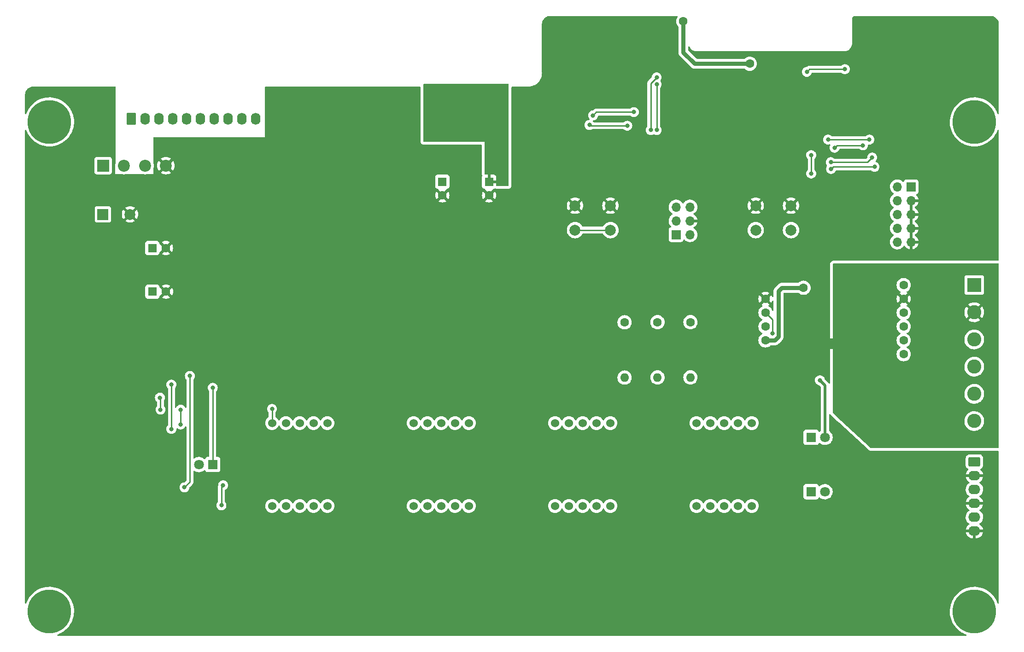
<source format=gbr>
%TF.GenerationSoftware,KiCad,Pcbnew,(6.0.2)*%
%TF.CreationDate,2022-02-27T11:44:27-05:00*%
%TF.ProjectId,digiMatex_DS410,64696769-4d61-4746-9578-5f4453343130,B*%
%TF.SameCoordinates,PX2ebae40PY2255100*%
%TF.FileFunction,Copper,L1,Top*%
%TF.FilePolarity,Positive*%
%FSLAX46Y46*%
G04 Gerber Fmt 4.6, Leading zero omitted, Abs format (unit mm)*
G04 Created by KiCad (PCBNEW (6.0.2)) date 2022-02-27 11:44:27*
%MOMM*%
%LPD*%
G01*
G04 APERTURE LIST*
G04 Aperture macros list*
%AMRoundRect*
0 Rectangle with rounded corners*
0 $1 Rounding radius*
0 $2 $3 $4 $5 $6 $7 $8 $9 X,Y pos of 4 corners*
0 Add a 4 corners polygon primitive as box body*
4,1,4,$2,$3,$4,$5,$6,$7,$8,$9,$2,$3,0*
0 Add four circle primitives for the rounded corners*
1,1,$1+$1,$2,$3*
1,1,$1+$1,$4,$5*
1,1,$1+$1,$6,$7*
1,1,$1+$1,$8,$9*
0 Add four rect primitives between the rounded corners*
20,1,$1+$1,$2,$3,$4,$5,0*
20,1,$1+$1,$4,$5,$6,$7,0*
20,1,$1+$1,$6,$7,$8,$9,0*
20,1,$1+$1,$8,$9,$2,$3,0*%
G04 Aperture macros list end*
%TA.AperFunction,ComponentPad*%
%ADD10C,1.600000*%
%TD*%
%TA.AperFunction,SMDPad,CuDef*%
%ADD11C,2.000000*%
%TD*%
%TA.AperFunction,ComponentPad*%
%ADD12C,1.524000*%
%TD*%
%TA.AperFunction,ComponentPad*%
%ADD13R,1.800000X1.800000*%
%TD*%
%TA.AperFunction,ComponentPad*%
%ADD14C,1.800000*%
%TD*%
%TA.AperFunction,ComponentPad*%
%ADD15C,8.000000*%
%TD*%
%TA.AperFunction,ComponentPad*%
%ADD16R,2.600000X2.600000*%
%TD*%
%TA.AperFunction,ComponentPad*%
%ADD17C,2.600000*%
%TD*%
%TA.AperFunction,ComponentPad*%
%ADD18R,2.200000X2.200000*%
%TD*%
%TA.AperFunction,ComponentPad*%
%ADD19C,2.200000*%
%TD*%
%TA.AperFunction,ComponentPad*%
%ADD20RoundRect,0.250000X-0.845000X0.620000X-0.845000X-0.620000X0.845000X-0.620000X0.845000X0.620000X0*%
%TD*%
%TA.AperFunction,ComponentPad*%
%ADD21O,2.190000X1.740000*%
%TD*%
%TA.AperFunction,ComponentPad*%
%ADD22O,1.600000X1.600000*%
%TD*%
%TA.AperFunction,ComponentPad*%
%ADD23R,1.600000X1.600000*%
%TD*%
%TA.AperFunction,ComponentPad*%
%ADD24R,1.700000X1.700000*%
%TD*%
%TA.AperFunction,ComponentPad*%
%ADD25O,1.700000X1.700000*%
%TD*%
%TA.AperFunction,ComponentPad*%
%ADD26C,2.000000*%
%TD*%
%TA.AperFunction,ComponentPad*%
%ADD27R,2.000000X2.000000*%
%TD*%
%TA.AperFunction,ComponentPad*%
%ADD28RoundRect,0.250000X-0.620000X-0.845000X0.620000X-0.845000X0.620000X0.845000X-0.620000X0.845000X0*%
%TD*%
%TA.AperFunction,ComponentPad*%
%ADD29O,1.740000X2.190000*%
%TD*%
%TA.AperFunction,ViaPad*%
%ADD30C,0.800000*%
%TD*%
%TA.AperFunction,ViaPad*%
%ADD31C,1.600000*%
%TD*%
%TA.AperFunction,Conductor*%
%ADD32C,0.500000*%
%TD*%
%TA.AperFunction,Conductor*%
%ADD33C,0.800000*%
%TD*%
%TA.AperFunction,Conductor*%
%ADD34C,0.250000*%
%TD*%
G04 APERTURE END LIST*
%TO.C,NT1*%
G36*
X152050000Y-62800000D02*
G01*
X148050000Y-62800000D01*
X148050000Y-60800000D01*
X152050000Y-60800000D01*
X152050000Y-62800000D01*
G37*
%TD*%
D10*
%TO.P,A2,10,GND*%
%TO.N,GND*%
X137600000Y-53540000D03*
%TO.P,A2,9,DT*%
%TO.N,/Load Cell Amplifier with ADC/DT*%
X137600000Y-56080000D03*
%TO.P,A2,8,SCK*%
%TO.N,/Load Cell Amplifier with ADC/SCK*%
X137600000Y-58620000D03*
%TO.P,A2,7,Vcc*%
%TO.N,+3V3*%
X137600000Y-61160000D03*
%TO.P,A2,6,B+*%
%TO.N,/Load Cell Amplifier with ADC/B+*%
X163000000Y-63700000D03*
%TO.P,A2,5,B-*%
%TO.N,/Load Cell Amplifier with ADC/B-*%
X163000000Y-61160000D03*
%TO.P,A2,4,A+*%
%TO.N,/Load Cell Amplifier with ADC/A+*%
X163000000Y-58620000D03*
%TO.P,A2,3,A-*%
%TO.N,/Load Cell Amplifier with ADC/A-*%
X163000000Y-56080000D03*
%TO.P,A2,2,E-*%
%TO.N,GNDA*%
X163000000Y-53540000D03*
%TO.P,A2,1,E+*%
%TO.N,/Load Cell Amplifier with ADC/E+*%
X163000000Y-51000000D03*
%TD*%
D11*
%TO.P,NT1,2,2*%
%TO.N,GNDA*%
X152050000Y-61800000D03*
%TO.P,NT1,1,1*%
%TO.N,GND*%
X148050000Y-61800000D03*
%TD*%
D12*
%TO.P,D4,1,D*%
%TO.N,/D*%
X72920000Y-91620000D03*
%TO.P,D4,2,DP*%
%TO.N,/DP*%
X75460000Y-91620000D03*
%TO.P,D4,3,E*%
%TO.N,/E*%
X78000000Y-91620000D03*
%TO.P,D4,4,C*%
%TO.N,/C*%
X80540000Y-91620000D03*
%TO.P,D4,5,CA_DIG2*%
%TO.N,/4*%
X83080000Y-91620000D03*
%TO.P,D4,6,B*%
%TO.N,/B*%
X83080000Y-76380000D03*
%TO.P,D4,7,A*%
%TO.N,/A*%
X80540000Y-76380000D03*
%TO.P,D4,8,F*%
%TO.N,/F*%
X78000000Y-76380000D03*
%TO.P,D4,9,G*%
%TO.N,/G*%
X75460000Y-76380000D03*
%TO.P,D4,10,CA_DIG1*%
%TO.N,/5*%
X72920000Y-76380000D03*
%TD*%
D13*
%TO.P,D8,1,K*%
%TO.N,Net-(D8-Pad1)*%
X146000000Y-89000000D03*
D14*
%TO.P,D8,2,A*%
%TO.N,+5V*%
X148540000Y-89000000D03*
%TD*%
D13*
%TO.P,D6,1,K*%
%TO.N,Net-(D6-Pad1)*%
X146000000Y-79000000D03*
D14*
%TO.P,D6,2,A*%
%TO.N,+5V*%
X148540000Y-79000000D03*
%TD*%
D13*
%TO.P,D7,1,K*%
%TO.N,Net-(D7-Pad1)*%
X36000000Y-84000000D03*
D14*
%TO.P,D7,2,A*%
%TO.N,+5V*%
X33460000Y-84000000D03*
%TD*%
D12*
%TO.P,D5,1,D*%
%TO.N,/D*%
X46920000Y-91620000D03*
%TO.P,D5,2,DP*%
%TO.N,/DP*%
X49460000Y-91620000D03*
%TO.P,D5,3,E*%
%TO.N,/E*%
X52000000Y-91620000D03*
%TO.P,D5,4,C*%
%TO.N,/C*%
X54540000Y-91620000D03*
%TO.P,D5,5,CA_DIG2*%
%TO.N,/6*%
X57080000Y-91620000D03*
%TO.P,D5,6,B*%
%TO.N,/B*%
X57080000Y-76380000D03*
%TO.P,D5,7,A*%
%TO.N,/A*%
X54540000Y-76380000D03*
%TO.P,D5,8,F*%
%TO.N,/F*%
X52000000Y-76380000D03*
%TO.P,D5,9,G*%
%TO.N,/G*%
X49460000Y-76380000D03*
%TO.P,D5,10,CA_DIG1*%
%TO.N,/7*%
X46920000Y-76380000D03*
%TD*%
D15*
%TO.P,H1,1*%
%TO.N,N/C*%
X6000000Y-21000000D03*
%TD*%
D12*
%TO.P,D2,1,D*%
%TO.N,/D*%
X124920000Y-91620000D03*
%TO.P,D2,2,DP*%
%TO.N,/DP*%
X127460000Y-91620000D03*
%TO.P,D2,3,E*%
%TO.N,/E*%
X130000000Y-91620000D03*
%TO.P,D2,4,C*%
%TO.N,/C*%
X132540000Y-91620000D03*
%TO.P,D2,5,CA_DIG2*%
%TO.N,/0*%
X135080000Y-91620000D03*
%TO.P,D2,6,B*%
%TO.N,/B*%
X135080000Y-76380000D03*
%TO.P,D2,7,A*%
%TO.N,/A*%
X132540000Y-76380000D03*
%TO.P,D2,8,F*%
%TO.N,/F*%
X130000000Y-76380000D03*
%TO.P,D2,9,G*%
%TO.N,/G*%
X127460000Y-76380000D03*
%TO.P,D2,10,CA_DIG1*%
%TO.N,/1*%
X124920000Y-76380000D03*
%TD*%
%TO.P,D3,1,D*%
%TO.N,/D*%
X98920000Y-91620000D03*
%TO.P,D3,2,DP*%
%TO.N,/DP*%
X101460000Y-91620000D03*
%TO.P,D3,3,E*%
%TO.N,/E*%
X104000000Y-91620000D03*
%TO.P,D3,4,C*%
%TO.N,/C*%
X106540000Y-91620000D03*
%TO.P,D3,5,CA_DIG2*%
%TO.N,/2*%
X109080000Y-91620000D03*
%TO.P,D3,6,B*%
%TO.N,/B*%
X109080000Y-76380000D03*
%TO.P,D3,7,A*%
%TO.N,/A*%
X106540000Y-76380000D03*
%TO.P,D3,8,F*%
%TO.N,/F*%
X104000000Y-76380000D03*
%TO.P,D3,9,G*%
%TO.N,/G*%
X101460000Y-76380000D03*
%TO.P,D3,10,CA_DIG1*%
%TO.N,/3*%
X98920000Y-76380000D03*
%TD*%
D15*
%TO.P,H3,1*%
%TO.N,N/C*%
X176000000Y-111000000D03*
%TD*%
%TO.P,H2,1*%
%TO.N,N/C*%
X6000000Y-111000000D03*
%TD*%
%TO.P,H4,1*%
%TO.N,N/C*%
X176000000Y-21000000D03*
%TD*%
D16*
%TO.P,J5,1,Pin_1*%
%TO.N,/Load Cell Amplifier with ADC/E+*%
X175975000Y-51000000D03*
D17*
%TO.P,J5,2,Pin_2*%
%TO.N,GNDA*%
X175975000Y-56000000D03*
%TO.P,J5,3,Pin_3*%
%TO.N,/Load Cell Amplifier with ADC/A-*%
X175975000Y-61000000D03*
%TO.P,J5,4,Pin_4*%
%TO.N,/Load Cell Amplifier with ADC/A+*%
X175975000Y-66000000D03*
%TO.P,J5,5,Pin_5*%
%TO.N,/Load Cell Amplifier with ADC/B-*%
X175975000Y-71000000D03*
%TO.P,J5,6,Pin_6*%
%TO.N,/Load Cell Amplifier with ADC/B+*%
X175975000Y-76000000D03*
%TD*%
D18*
%TO.P,D1,1,+*%
%TO.N,Net-(C1-Pad1)*%
X15850000Y-29037500D03*
D19*
%TO.P,D1,2*%
%TO.N,/10VAC_L*%
X19700000Y-29037500D03*
%TO.P,D1,3*%
%TO.N,/10VAC_N*%
X23550000Y-29037500D03*
%TO.P,D1,4,-*%
%TO.N,GND*%
X27400000Y-29037500D03*
%TD*%
D20*
%TO.P,J4,1,Pin_1*%
%TO.N,/b_display*%
X176000000Y-83500000D03*
D21*
%TO.P,J4,2,Pin_2*%
%TO.N,GND*%
X176000000Y-86040000D03*
%TO.P,J4,3,Pin_3*%
%TO.N,/b_unit*%
X176000000Y-88580000D03*
%TO.P,J4,4,Pin_4*%
%TO.N,GND*%
X176000000Y-91120000D03*
%TO.P,J4,5,Pin_5*%
%TO.N,/b_tare*%
X176000000Y-93660000D03*
%TO.P,J4,6,Pin_6*%
%TO.N,GND*%
X176000000Y-96200000D03*
%TD*%
D10*
%TO.P,R6,1*%
%TO.N,Net-(Q1-Pad3)*%
X123800000Y-57820000D03*
D22*
%TO.P,R6,2*%
%TO.N,Net-(D7-Pad1)*%
X123800000Y-67980000D03*
%TD*%
D23*
%TO.P,C9,1*%
%TO.N,+5V*%
X78200000Y-32000000D03*
D10*
%TO.P,C9,2*%
%TO.N,GND*%
X78200000Y-34500000D03*
%TD*%
D23*
%TO.P,C10,1*%
%TO.N,+3V3*%
X86800000Y-32000000D03*
D10*
%TO.P,C10,2*%
%TO.N,GND*%
X86800000Y-34500000D03*
%TD*%
D24*
%TO.P,J3,1,Pin_1*%
%TO.N,/EN*%
X121175000Y-41725000D03*
D25*
%TO.P,J3,2,Pin_2*%
%TO.N,Net-(J3-Pad2)*%
X123715000Y-41725000D03*
%TO.P,J3,3,Pin_3*%
%TO.N,Net-(J3-Pad3)*%
X121175000Y-39185000D03*
%TO.P,J3,4,Pin_4*%
%TO.N,GND*%
X123715000Y-39185000D03*
%TO.P,J3,5,Pin_5*%
%TO.N,Net-(J3-Pad5)*%
X121175000Y-36645000D03*
%TO.P,J3,6,Pin_6*%
%TO.N,/IO0*%
X123715000Y-36645000D03*
%TD*%
D10*
%TO.P,R3,1*%
%TO.N,Net-(Q2-Pad3)*%
X117750000Y-57820000D03*
D22*
%TO.P,R3,2*%
%TO.N,Net-(D6-Pad1)*%
X117750000Y-67980000D03*
%TD*%
D26*
%TO.P,SW2,1,1*%
%TO.N,/IO0*%
X109100000Y-40900000D03*
X102600000Y-40900000D03*
%TO.P,SW2,2,2*%
%TO.N,GND*%
X102600000Y-36400000D03*
X109100000Y-36400000D03*
%TD*%
D23*
%TO.P,C3,1*%
%TO.N,Net-(C1-Pad1)*%
X24892621Y-44200000D03*
D10*
%TO.P,C3,2*%
%TO.N,GND*%
X27392621Y-44200000D03*
%TD*%
D23*
%TO.P,C4,1*%
%TO.N,+5V*%
X24917621Y-52200000D03*
D10*
%TO.P,C4,2*%
%TO.N,GND*%
X27417621Y-52200000D03*
%TD*%
D27*
%TO.P,C1,1*%
%TO.N,Net-(C1-Pad1)*%
X15814823Y-38000000D03*
D26*
%TO.P,C1,2*%
%TO.N,GND*%
X20814823Y-38000000D03*
%TD*%
%TO.P,SW1,1,1*%
%TO.N,/EN*%
X135800000Y-40900000D03*
X142300000Y-40900000D03*
%TO.P,SW1,2,2*%
%TO.N,GND*%
X142300000Y-36400000D03*
X135800000Y-36400000D03*
%TD*%
D28*
%TO.P,J1,1,Pin_1*%
%TO.N,/10VAC_L*%
X21000000Y-20400000D03*
D29*
%TO.P,J1,2,Pin_2*%
%TO.N,/10VAC_N*%
X23540000Y-20400000D03*
%TO.P,J1,3,Pin_3*%
%TO.N,unconnected-(J1-Pad3)*%
X26080000Y-20400000D03*
%TO.P,J1,4,Pin_4*%
%TO.N,unconnected-(J1-Pad4)*%
X28620000Y-20400000D03*
%TO.P,J1,5,Pin_5*%
%TO.N,unconnected-(J1-Pad5)*%
X31160000Y-20400000D03*
%TO.P,J1,6,Pin_6*%
%TO.N,unconnected-(J1-Pad6)*%
X33700000Y-20400000D03*
%TO.P,J1,7,Pin_7*%
%TO.N,unconnected-(J1-Pad7)*%
X36240000Y-20400000D03*
%TO.P,J1,8,Pin_8*%
%TO.N,unconnected-(J1-Pad8)*%
X38780000Y-20400000D03*
%TO.P,J1,9,Pin_9*%
%TO.N,unconnected-(J1-Pad9)*%
X41320000Y-20400000D03*
%TO.P,J1,10,Pin_10*%
%TO.N,unconnected-(J1-Pad10)*%
X43860000Y-20400000D03*
%TD*%
D24*
%TO.P,J2,1,Pin_1*%
%TO.N,+3V3*%
X164375000Y-32925000D03*
D25*
%TO.P,J2,2,Pin_2*%
%TO.N,/ESP_TMS*%
X161835000Y-32925000D03*
%TO.P,J2,3,Pin_3*%
%TO.N,GND*%
X164375000Y-35465000D03*
%TO.P,J2,4,Pin_4*%
%TO.N,/ESP_TCK*%
X161835000Y-35465000D03*
%TO.P,J2,5,Pin_5*%
%TO.N,GND*%
X164375000Y-38005000D03*
%TO.P,J2,6,Pin_6*%
%TO.N,/ESP_TDO*%
X161835000Y-38005000D03*
%TO.P,J2,7,Pin_7*%
%TO.N,GND*%
X164375000Y-40545000D03*
%TO.P,J2,8,Pin_8*%
%TO.N,/ESP_TDI*%
X161835000Y-40545000D03*
%TO.P,J2,9,Pin_9*%
%TO.N,GND*%
X164375000Y-43085000D03*
%TO.P,J2,10,Pin_10*%
%TO.N,unconnected-(J2-Pad10)*%
X161835000Y-43085000D03*
%TD*%
D10*
%TO.P,R7,1*%
%TO.N,Net-(Q3-Pad3)*%
X111700000Y-57850000D03*
D22*
%TO.P,R7,2*%
%TO.N,Net-(D8-Pad1)*%
X111700000Y-68010000D03*
%TD*%
D30*
%TO.N,GND*%
X27000000Y-82000000D03*
X25000000Y-82000000D03*
X23000000Y-82000000D03*
X21000000Y-82000000D03*
X21000000Y-84000000D03*
X19000000Y-84000000D03*
X19000000Y-82000000D03*
X17000000Y-82000000D03*
X17000000Y-84000000D03*
X15000000Y-84000000D03*
X15000000Y-82000000D03*
%TO.N,GNDA*%
X152500000Y-50000000D03*
%TO.N,GND*%
X179000000Y-82100000D03*
X173000000Y-82100000D03*
X171000000Y-82100000D03*
X169000000Y-82100000D03*
X167000000Y-82100000D03*
X165000000Y-82100000D03*
X163000000Y-82100000D03*
X161000000Y-82100000D03*
X158600000Y-82100000D03*
X179200000Y-45500000D03*
X177400000Y-45500000D03*
X175700000Y-45500000D03*
X174100000Y-45500000D03*
X172400000Y-45500000D03*
X170700000Y-45500000D03*
X169100000Y-45500000D03*
X145100000Y-59500000D03*
X143700000Y-59500000D03*
X142100000Y-59500000D03*
X142100000Y-61100000D03*
X143700000Y-61000000D03*
X145100000Y-61000000D03*
X143900000Y-65200000D03*
X143900000Y-66800000D03*
X143900000Y-68600000D03*
X146900000Y-73600000D03*
X146900000Y-71800000D03*
%TO.N,GNDA*%
X150500000Y-60500000D03*
X150500000Y-58000000D03*
D31*
%TO.N,+3V3*%
X144600000Y-51500000D03*
D30*
%TO.N,/Load Cell Amplifier with ADC/DT*%
X138900000Y-59900000D03*
%TO.N,GNDA*%
X160400000Y-52300000D03*
X160400000Y-55800000D03*
X159300000Y-58300000D03*
X159300000Y-60600000D03*
%TO.N,GND*%
X152400000Y-15700000D03*
X151000000Y-15700000D03*
X153900000Y-15700000D03*
X151000000Y-14300000D03*
%TO.N,/EN*%
X152200000Y-11300000D03*
X145199998Y-11800000D03*
%TO.N,GND*%
X132500000Y-11800000D03*
X132500000Y-13500000D03*
X132500000Y-15300000D03*
X132500000Y-17000000D03*
X132500000Y-18900000D03*
X132500000Y-20800000D03*
X135100000Y-24200000D03*
X137100000Y-24200000D03*
X139000000Y-24200000D03*
X140500000Y-24200000D03*
X142100000Y-24200000D03*
X143300000Y-8700000D03*
X141700000Y-8700000D03*
X139900000Y-8700000D03*
X138100000Y-8700000D03*
X136300000Y-8700000D03*
D31*
%TO.N,+3V3*%
X134700000Y-10300000D03*
D30*
%TO.N,GNDA*%
X152500000Y-56100000D03*
X179000000Y-78000000D03*
X179000000Y-76000000D03*
X179000000Y-74000000D03*
X179000000Y-72000000D03*
X179000000Y-70000000D03*
X179000000Y-68000000D03*
X179000000Y-66000000D03*
X179000000Y-64000000D03*
X179000000Y-62000000D03*
X179000000Y-60000000D03*
X179000000Y-58000000D03*
X179000000Y-56000000D03*
X179000000Y-54000000D03*
X179000000Y-52000000D03*
X179000000Y-50000000D03*
X179000000Y-80000000D03*
X177000000Y-80000000D03*
X175000000Y-80000000D03*
X173000000Y-80000000D03*
X171000000Y-80000000D03*
X169000000Y-80000000D03*
X167000000Y-80000000D03*
X165000000Y-80000000D03*
X163000000Y-80000000D03*
X161000000Y-80000000D03*
X159000000Y-80000000D03*
X157000000Y-80000000D03*
X153000000Y-76000000D03*
X155000000Y-78000000D03*
X151000000Y-74000000D03*
X151000000Y-72000000D03*
X151000000Y-50000000D03*
X151000000Y-48000000D03*
X153000000Y-48000000D03*
X163000000Y-48000000D03*
X165000000Y-48000000D03*
X167000000Y-48000000D03*
X169000000Y-48000000D03*
X171000000Y-48000000D03*
X173000000Y-48000000D03*
X175000000Y-48000000D03*
X177000000Y-48000000D03*
X179000000Y-48000000D03*
%TO.N,+5V*%
X147600000Y-68500000D03*
%TO.N,GNDA*%
X154450000Y-62450000D03*
X159400000Y-62900000D03*
X150650000Y-63500000D03*
X150850000Y-56100000D03*
X154000000Y-50000000D03*
X154800000Y-48000000D03*
%TO.N,GND*%
X3000000Y-54000000D03*
X4000000Y-47000000D03*
X3000000Y-48000000D03*
X145000000Y-8700000D03*
X4000000Y-51000000D03*
X9000000Y-52000000D03*
X5000000Y-42000000D03*
X7000000Y-52000000D03*
X8000000Y-53000000D03*
X141300000Y-18200000D03*
X4000000Y-41000000D03*
X11000000Y-52000000D03*
X124750000Y-51200000D03*
X143800000Y-24200000D03*
X7000000Y-44000000D03*
X11000000Y-42000000D03*
X2000000Y-45000000D03*
X4000000Y-49000000D03*
X6000000Y-41000000D03*
X141300000Y-16400000D03*
X10000000Y-55000000D03*
X6000000Y-53000000D03*
X137800000Y-14700000D03*
X2000000Y-51000000D03*
X4000000Y-55000000D03*
X10000000Y-41000000D03*
X4000000Y-45000000D03*
X6000000Y-55000000D03*
X5000000Y-52000000D03*
X3000000Y-52000000D03*
X11000000Y-54000000D03*
X3000000Y-50000000D03*
X3000000Y-46000000D03*
X2000000Y-49000000D03*
X3000000Y-44000000D03*
X7000000Y-42000000D03*
X5000000Y-44000000D03*
X139500000Y-14700000D03*
X139500000Y-18200000D03*
X2000000Y-55000000D03*
X159300000Y-8900000D03*
X2000000Y-41000000D03*
X8000000Y-55000000D03*
X118700000Y-51200000D03*
X6000000Y-43000000D03*
X136100000Y-31800000D03*
X11000000Y-44000000D03*
X4000000Y-53000000D03*
X10000000Y-43000000D03*
X9000000Y-42000000D03*
X2000000Y-43000000D03*
X10000000Y-53000000D03*
X137800000Y-18200000D03*
X8000000Y-41000000D03*
X5000000Y-54000000D03*
X137800000Y-16400000D03*
X141300000Y-14700000D03*
X2000000Y-47000000D03*
X4000000Y-43000000D03*
X8500000Y-86500000D03*
X112650000Y-51200000D03*
X7000000Y-54000000D03*
X3000000Y-42000000D03*
X8000000Y-43000000D03*
X139500000Y-16400000D03*
X124500000Y-26800000D03*
X9000000Y-44000000D03*
X2000000Y-53000000D03*
X9000000Y-54000000D03*
%TO.N,+3V3*%
X78000000Y-19000000D03*
X87000000Y-16000000D03*
X76000000Y-17000000D03*
X86000000Y-17000000D03*
X83000000Y-16000000D03*
X77000000Y-18000000D03*
X76000000Y-21000000D03*
X88000000Y-19000000D03*
X78000000Y-17000000D03*
X88000000Y-23000000D03*
X89000000Y-22000000D03*
X80000000Y-17000000D03*
X77000000Y-22000000D03*
X78000000Y-23000000D03*
X89000000Y-20000000D03*
X87000000Y-20000000D03*
X86000000Y-15000000D03*
X89000000Y-16000000D03*
X89000000Y-18000000D03*
X76000000Y-19000000D03*
X84000000Y-17000000D03*
X88000000Y-17000000D03*
X79000000Y-16000000D03*
X88000000Y-21000000D03*
X76000000Y-23000000D03*
X77000000Y-16000000D03*
X87000000Y-24000000D03*
X88000000Y-15000000D03*
X77000000Y-24000000D03*
X85000000Y-16000000D03*
X87000000Y-18000000D03*
X78000000Y-21000000D03*
X76000000Y-15000000D03*
X82000000Y-17000000D03*
D31*
X122500000Y-2500000D03*
D30*
X78000000Y-15000000D03*
X82000000Y-15000000D03*
X84000000Y-15000000D03*
X89000000Y-24000000D03*
X81000000Y-16000000D03*
X80000000Y-15000000D03*
X87000000Y-22000000D03*
X77000000Y-20000000D03*
%TO.N,/B*%
X37600000Y-91500000D03*
X37908010Y-87808010D03*
%TO.N,/1*%
X30100000Y-76648022D03*
X30100002Y-73900000D03*
%TO.N,/2*%
X26400000Y-73900000D03*
X26300000Y-71700000D03*
%TO.N,/7*%
X46900000Y-73772055D03*
%TO.N,Net-(D7-Pad1)*%
X36000000Y-69882011D03*
%TO.N,/EN*%
X146000000Y-27100000D03*
X146000000Y-30500000D03*
%TO.N,/ESP_TMS*%
X156700000Y-24250000D03*
X149100000Y-24250000D03*
%TO.N,/ESP_TCK*%
X149600000Y-28400000D03*
X157200000Y-27550000D03*
%TO.N,/ESP_TDO*%
X149650000Y-29650000D03*
X157650000Y-29250000D03*
%TO.N,/ESP_TDI*%
X155500000Y-25300000D03*
X150300000Y-25750000D03*
%TO.N,/TXD0*%
X116500000Y-22500000D03*
X117600000Y-12800000D03*
%TO.N,/RXD0*%
X117600000Y-22500000D03*
X117600000Y-14100000D03*
%TO.N,/7SEG_CS*%
X28400000Y-69300000D03*
X105250483Y-21550483D03*
X112200000Y-21700000D03*
X28400000Y-77472522D03*
%TO.N,/7SEG_CLK*%
X113400000Y-19200000D03*
X30800000Y-88200000D03*
X105900000Y-19800000D03*
X31800000Y-67700000D03*
%TD*%
D32*
%TO.N,+5V*%
X148540000Y-79000000D02*
X148540000Y-69440000D01*
X148540000Y-69440000D02*
X147600000Y-68500000D01*
D33*
%TO.N,+3V3*%
X137600000Y-61160000D02*
X139340000Y-61160000D01*
X139340000Y-61160000D02*
X140000000Y-60500000D01*
X140600000Y-51500000D02*
X144600000Y-51500000D01*
X140000000Y-60500000D02*
X140000000Y-52100000D01*
X140000000Y-52100000D02*
X140600000Y-51500000D01*
D34*
%TO.N,/Load Cell Amplifier with ADC/DT*%
X137600000Y-56080000D02*
X138900000Y-57380000D01*
X138900000Y-57380000D02*
X138900000Y-59900000D01*
%TO.N,/EN*%
X145699998Y-11300000D02*
X145199998Y-11800000D01*
X152200000Y-11300000D02*
X145699998Y-11300000D01*
D33*
%TO.N,+3V3*%
X122500000Y-8200000D02*
X122500000Y-2500000D01*
X124600000Y-10300000D02*
X122500000Y-8200000D01*
X134700000Y-10300000D02*
X124600000Y-10300000D01*
D34*
%TO.N,/B*%
X37600000Y-91500000D02*
X37600000Y-88116020D01*
X37600000Y-88116020D02*
X37908010Y-87808010D01*
%TO.N,/1*%
X30100000Y-76648022D02*
X30100000Y-73900002D01*
X30100000Y-73900002D02*
X30100002Y-73900000D01*
%TO.N,/2*%
X26400000Y-71800000D02*
X26300000Y-71700000D01*
X26400000Y-73900000D02*
X26400000Y-71800000D01*
%TO.N,/7*%
X46920000Y-73792055D02*
X46900000Y-73772055D01*
X46920000Y-76380000D02*
X46920000Y-73792055D01*
%TO.N,Net-(D7-Pad1)*%
X36000000Y-84000000D02*
X36000000Y-69882011D01*
%TO.N,/EN*%
X146000000Y-27100000D02*
X146000000Y-30500000D01*
%TO.N,/IO0*%
X109100000Y-40900000D02*
X102600000Y-40900000D01*
%TO.N,/ESP_TMS*%
X156700000Y-24250000D02*
X149100000Y-24250000D01*
%TO.N,/ESP_TCK*%
X156350000Y-28400000D02*
X149600000Y-28400000D01*
X157200000Y-27550000D02*
X156350000Y-28400000D01*
%TO.N,/ESP_TDO*%
X150050000Y-29250000D02*
X149650000Y-29650000D01*
X157650000Y-29250000D02*
X150050000Y-29250000D01*
%TO.N,/ESP_TDI*%
X155500000Y-25300000D02*
X150750000Y-25300000D01*
X150750000Y-25300000D02*
X150300000Y-25750000D01*
%TO.N,/TXD0*%
X116500000Y-22500000D02*
X116500000Y-13900000D01*
X116500000Y-13900000D02*
X117600000Y-12800000D01*
%TO.N,/RXD0*%
X117600000Y-22500000D02*
X117600000Y-14100000D01*
%TO.N,/7SEG_CS*%
X105400000Y-21700000D02*
X105250483Y-21550483D01*
X112200000Y-21700000D02*
X105400000Y-21700000D01*
X28400000Y-77472522D02*
X28400000Y-69300000D01*
%TO.N,/7SEG_CLK*%
X30800000Y-88200000D02*
X31800000Y-87200000D01*
X106500000Y-19200000D02*
X105900000Y-19800000D01*
X31800000Y-87200000D02*
X31800000Y-67700000D01*
X113400000Y-19200000D02*
X106500000Y-19200000D01*
%TD*%
%TA.AperFunction,Conductor*%
%TO.N,+3V3*%
G36*
X90342121Y-14030002D02*
G01*
X90388614Y-14083658D01*
X90400000Y-14136000D01*
X90400000Y-32674000D01*
X90379998Y-32742121D01*
X90326342Y-32788614D01*
X90274000Y-32800000D01*
X88234000Y-32800000D01*
X88165879Y-32779998D01*
X88119386Y-32726342D01*
X88108000Y-32674000D01*
X88108000Y-32272115D01*
X88103525Y-32256876D01*
X88102135Y-32255671D01*
X88094452Y-32254000D01*
X86672000Y-32254000D01*
X86603879Y-32233998D01*
X86557386Y-32180342D01*
X86546000Y-32128000D01*
X86546000Y-31727885D01*
X87054000Y-31727885D01*
X87058475Y-31743124D01*
X87059865Y-31744329D01*
X87067548Y-31746000D01*
X88089884Y-31746000D01*
X88105123Y-31741525D01*
X88106328Y-31740135D01*
X88107999Y-31732452D01*
X88107999Y-31155331D01*
X88107629Y-31148510D01*
X88102105Y-31097648D01*
X88098479Y-31082396D01*
X88053324Y-30961946D01*
X88044786Y-30946351D01*
X87968285Y-30844276D01*
X87955724Y-30831715D01*
X87853649Y-30755214D01*
X87838054Y-30746676D01*
X87717606Y-30701522D01*
X87702351Y-30697895D01*
X87651486Y-30692369D01*
X87644672Y-30692000D01*
X87072115Y-30692000D01*
X87056876Y-30696475D01*
X87055671Y-30697865D01*
X87054000Y-30705548D01*
X87054000Y-31727885D01*
X86546000Y-31727885D01*
X86546000Y-30710116D01*
X86541525Y-30694877D01*
X86540135Y-30693672D01*
X86532452Y-30692001D01*
X86126000Y-30692001D01*
X86057879Y-30671999D01*
X86011386Y-30618343D01*
X86000000Y-30566001D01*
X86000000Y-24700000D01*
X74826000Y-24700000D01*
X74757879Y-24679998D01*
X74711386Y-24626342D01*
X74700000Y-24574000D01*
X74700000Y-14136000D01*
X74720002Y-14067879D01*
X74773658Y-14021386D01*
X74826000Y-14010000D01*
X90274000Y-14010000D01*
X90342121Y-14030002D01*
G37*
%TD.AperFunction*%
%TD*%
%TA.AperFunction,Conductor*%
%TO.N,GND*%
G36*
X121423300Y-1528002D02*
G01*
X121469793Y-1581658D01*
X121479897Y-1651932D01*
X121458392Y-1706270D01*
X121362477Y-1843251D01*
X121360154Y-1848233D01*
X121360151Y-1848238D01*
X121278684Y-2022947D01*
X121265716Y-2050757D01*
X121264294Y-2056065D01*
X121264293Y-2056067D01*
X121207881Y-2266598D01*
X121206457Y-2271913D01*
X121186502Y-2500000D01*
X121206457Y-2728087D01*
X121265716Y-2949243D01*
X121268039Y-2954224D01*
X121268039Y-2954225D01*
X121360151Y-3151762D01*
X121360154Y-3151767D01*
X121362477Y-3156749D01*
X121493802Y-3344300D01*
X121554595Y-3405093D01*
X121588621Y-3467405D01*
X121591500Y-3494188D01*
X121591500Y-8118583D01*
X121589949Y-8138292D01*
X121587748Y-8152190D01*
X121588093Y-8158777D01*
X121588093Y-8158782D01*
X121591327Y-8220480D01*
X121591500Y-8227074D01*
X121591500Y-8247610D01*
X121591844Y-8250882D01*
X121591844Y-8250884D01*
X121593647Y-8268042D01*
X121594164Y-8274616D01*
X121597743Y-8342903D01*
X121599453Y-8349284D01*
X121599453Y-8349286D01*
X121601383Y-8356491D01*
X121604985Y-8375925D01*
X121605766Y-8383354D01*
X121605768Y-8383363D01*
X121606458Y-8389928D01*
X121627600Y-8454997D01*
X121629467Y-8461299D01*
X121647171Y-8527370D01*
X121653559Y-8539907D01*
X121661125Y-8558173D01*
X121665473Y-8571556D01*
X121668776Y-8577278D01*
X121668777Y-8577279D01*
X121699667Y-8630782D01*
X121702814Y-8636577D01*
X121733871Y-8697530D01*
X121738024Y-8702658D01*
X121738025Y-8702660D01*
X121742727Y-8708466D01*
X121753927Y-8724763D01*
X121757657Y-8731224D01*
X121757660Y-8731228D01*
X121760960Y-8736944D01*
X121765377Y-8741850D01*
X121765381Y-8741855D01*
X121806722Y-8787769D01*
X121811006Y-8792784D01*
X121823928Y-8808741D01*
X121838443Y-8823256D01*
X121842984Y-8828041D01*
X121888747Y-8878866D01*
X121894086Y-8882745D01*
X121894087Y-8882746D01*
X121900135Y-8887140D01*
X121915168Y-8899981D01*
X123900019Y-10884832D01*
X123912860Y-10899865D01*
X123921134Y-10911253D01*
X123926043Y-10915673D01*
X123971959Y-10957016D01*
X123976744Y-10961557D01*
X123991259Y-10976072D01*
X124007220Y-10988997D01*
X124012221Y-10993269D01*
X124058145Y-11034619D01*
X124058150Y-11034623D01*
X124063056Y-11039040D01*
X124075237Y-11046073D01*
X124091526Y-11057267D01*
X124102469Y-11066129D01*
X124108349Y-11069125D01*
X124108352Y-11069127D01*
X124163426Y-11097188D01*
X124169223Y-11100336D01*
X124213753Y-11126045D01*
X124228444Y-11134527D01*
X124234726Y-11136568D01*
X124234728Y-11136569D01*
X124241826Y-11138875D01*
X124260092Y-11146440D01*
X124272630Y-11152829D01*
X124279006Y-11154538D01*
X124279010Y-11154539D01*
X124338685Y-11170529D01*
X124345010Y-11172402D01*
X124410072Y-11193542D01*
X124416640Y-11194232D01*
X124416644Y-11194233D01*
X124424061Y-11195012D01*
X124443508Y-11198616D01*
X124457096Y-11202257D01*
X124463695Y-11202603D01*
X124463696Y-11202603D01*
X124525385Y-11205836D01*
X124531960Y-11206353D01*
X124546222Y-11207852D01*
X124552390Y-11208500D01*
X124572925Y-11208500D01*
X124579519Y-11208673D01*
X124641217Y-11211907D01*
X124641222Y-11211907D01*
X124647809Y-11212252D01*
X124661707Y-11210051D01*
X124681416Y-11208500D01*
X133705812Y-11208500D01*
X133773933Y-11228502D01*
X133794907Y-11245405D01*
X133855700Y-11306198D01*
X133860208Y-11309355D01*
X133860211Y-11309357D01*
X133938389Y-11364098D01*
X134043251Y-11437523D01*
X134048233Y-11439846D01*
X134048238Y-11439849D01*
X134245775Y-11531961D01*
X134250757Y-11534284D01*
X134256065Y-11535706D01*
X134256067Y-11535707D01*
X134466598Y-11592119D01*
X134466600Y-11592119D01*
X134471913Y-11593543D01*
X134700000Y-11613498D01*
X134928087Y-11593543D01*
X134933400Y-11592119D01*
X134933402Y-11592119D01*
X135143933Y-11535707D01*
X135143935Y-11535706D01*
X135149243Y-11534284D01*
X135154225Y-11531961D01*
X135351762Y-11439849D01*
X135351767Y-11439846D01*
X135356749Y-11437523D01*
X135461611Y-11364098D01*
X135539789Y-11309357D01*
X135539792Y-11309355D01*
X135544300Y-11306198D01*
X135706198Y-11144300D01*
X135711612Y-11136569D01*
X135767136Y-11057272D01*
X135837523Y-10956749D01*
X135839846Y-10951767D01*
X135839849Y-10951762D01*
X135931961Y-10754225D01*
X135931961Y-10754224D01*
X135934284Y-10749243D01*
X135940970Y-10724293D01*
X135992119Y-10533402D01*
X135992119Y-10533400D01*
X135993543Y-10528087D01*
X136013498Y-10300000D01*
X135993543Y-10071913D01*
X135934284Y-9850757D01*
X135931961Y-9845775D01*
X135839849Y-9648238D01*
X135839846Y-9648233D01*
X135837523Y-9643251D01*
X135706198Y-9455700D01*
X135544300Y-9293802D01*
X135539792Y-9290645D01*
X135539789Y-9290643D01*
X135461611Y-9235902D01*
X135356749Y-9162477D01*
X135351767Y-9160154D01*
X135351762Y-9160151D01*
X135154225Y-9068039D01*
X135154224Y-9068039D01*
X135149243Y-9065716D01*
X135143935Y-9064294D01*
X135143933Y-9064293D01*
X134933402Y-9007881D01*
X134933400Y-9007881D01*
X134928087Y-9006457D01*
X134700000Y-8986502D01*
X134471913Y-9006457D01*
X134466600Y-9007881D01*
X134466598Y-9007881D01*
X134256067Y-9064293D01*
X134256065Y-9064294D01*
X134250757Y-9065716D01*
X134245776Y-9068039D01*
X134245775Y-9068039D01*
X134048238Y-9160151D01*
X134048233Y-9160154D01*
X134043251Y-9162477D01*
X133938389Y-9235902D01*
X133860211Y-9290643D01*
X133860208Y-9290645D01*
X133855700Y-9293802D01*
X133794907Y-9354595D01*
X133732595Y-9388621D01*
X133705812Y-9391500D01*
X125028503Y-9391500D01*
X124960382Y-9371498D01*
X124939408Y-9354595D01*
X123445405Y-7860592D01*
X123411379Y-7798280D01*
X123408500Y-7771497D01*
X123408500Y-7225639D01*
X123428502Y-7157518D01*
X123482158Y-7111025D01*
X123552432Y-7100921D01*
X123617012Y-7130415D01*
X123645088Y-7165254D01*
X123728149Y-7317369D01*
X123857418Y-7490053D01*
X124009947Y-7642582D01*
X124182631Y-7771851D01*
X124371954Y-7875229D01*
X124376166Y-7876800D01*
X124569854Y-7949043D01*
X124569860Y-7949045D01*
X124574062Y-7950612D01*
X124578448Y-7951566D01*
X124578451Y-7951567D01*
X124702621Y-7978578D01*
X124784841Y-7996464D01*
X124789329Y-7996785D01*
X124959597Y-8008963D01*
X124971506Y-8010387D01*
X124987462Y-8013071D01*
X124993817Y-8013149D01*
X124995142Y-8013165D01*
X124995146Y-8013165D01*
X125000001Y-8013224D01*
X125027589Y-8009273D01*
X125045452Y-8008000D01*
X151946792Y-8008000D01*
X151967697Y-8009746D01*
X151982667Y-8012265D01*
X151982672Y-8012265D01*
X151987460Y-8013071D01*
X151993790Y-8013148D01*
X151995141Y-8013165D01*
X151995145Y-8013165D01*
X151999999Y-8013224D01*
X152014733Y-8011114D01*
X152023580Y-8010165D01*
X152171776Y-7999567D01*
X152210672Y-7996785D01*
X152210673Y-7996785D01*
X152215159Y-7996464D01*
X152363483Y-7964198D01*
X152421549Y-7951567D01*
X152421552Y-7951566D01*
X152425938Y-7950612D01*
X152430140Y-7949045D01*
X152430146Y-7949043D01*
X152623834Y-7876800D01*
X152628046Y-7875229D01*
X152817369Y-7771851D01*
X152990053Y-7642582D01*
X153142582Y-7490053D01*
X153271851Y-7317369D01*
X153375229Y-7128046D01*
X153385346Y-7100921D01*
X153449043Y-6930146D01*
X153449045Y-6930140D01*
X153450612Y-6925938D01*
X153496464Y-6715159D01*
X153508963Y-6540403D01*
X153510387Y-6528492D01*
X153513071Y-6512538D01*
X153513224Y-6499999D01*
X153509273Y-6472411D01*
X153508000Y-6454548D01*
X153508000Y-2049327D01*
X153509500Y-2029943D01*
X153511805Y-2015142D01*
X153511805Y-2015138D01*
X153513186Y-2006269D01*
X153512022Y-1997367D01*
X153512022Y-1997363D01*
X153512009Y-1997267D01*
X153511738Y-1966830D01*
X153518746Y-1904625D01*
X153525025Y-1877115D01*
X153528557Y-1867023D01*
X153552034Y-1799928D01*
X153564276Y-1774509D01*
X153607787Y-1705262D01*
X153625379Y-1683203D01*
X153683203Y-1625379D01*
X153705262Y-1607787D01*
X153774509Y-1564276D01*
X153799930Y-1552034D01*
X153877117Y-1525025D01*
X153904624Y-1518746D01*
X153928572Y-1516048D01*
X153960256Y-1512478D01*
X153975897Y-1511695D01*
X153984855Y-1511804D01*
X153993729Y-1513186D01*
X154025251Y-1509064D01*
X154041588Y-1508000D01*
X178950672Y-1508000D01*
X178970056Y-1509500D01*
X178972284Y-1509847D01*
X178984859Y-1511805D01*
X178984861Y-1511805D01*
X178993730Y-1513186D01*
X179002632Y-1512022D01*
X179002634Y-1512022D01*
X179008959Y-1511195D01*
X179034282Y-1510452D01*
X179198126Y-1522170D01*
X179203343Y-1522543D01*
X179221137Y-1525101D01*
X179411540Y-1566521D01*
X179428788Y-1571586D01*
X179611358Y-1639682D01*
X179627710Y-1647149D01*
X179693020Y-1682810D01*
X179798734Y-1740534D01*
X179813848Y-1750248D01*
X179880215Y-1799929D01*
X179969842Y-1867023D01*
X179983428Y-1878796D01*
X180121204Y-2016572D01*
X180132977Y-2030158D01*
X180249752Y-2186152D01*
X180259469Y-2201271D01*
X180352851Y-2372290D01*
X180360318Y-2388642D01*
X180428414Y-2571212D01*
X180433480Y-2588462D01*
X180474899Y-2778863D01*
X180477457Y-2796658D01*
X180489041Y-2958629D01*
X180488297Y-2976533D01*
X180488195Y-2984858D01*
X180486814Y-2993730D01*
X180487978Y-3002632D01*
X180487978Y-3002635D01*
X180490936Y-3025251D01*
X180492000Y-3041589D01*
X180492000Y-19440480D01*
X180471998Y-19508601D01*
X180418342Y-19555094D01*
X180348068Y-19565198D01*
X180283488Y-19535704D01*
X180246303Y-19479834D01*
X180220057Y-19400005D01*
X180220054Y-19399998D01*
X180219164Y-19397290D01*
X180056542Y-19021492D01*
X179878782Y-18695458D01*
X179861899Y-18664492D01*
X179861895Y-18664485D01*
X179860529Y-18661980D01*
X179763641Y-18517251D01*
X179634332Y-18324090D01*
X179634324Y-18324079D01*
X179632740Y-18321713D01*
X179375049Y-18003491D01*
X179196382Y-17819763D01*
X179091567Y-17711980D01*
X179091563Y-17711976D01*
X179089577Y-17709934D01*
X179087419Y-17708084D01*
X179087409Y-17708075D01*
X178780849Y-17445321D01*
X178780844Y-17445317D01*
X178778675Y-17443458D01*
X178776344Y-17441801D01*
X178776337Y-17441796D01*
X178570663Y-17295632D01*
X178444900Y-17206257D01*
X178218345Y-17074399D01*
X178093474Y-17001722D01*
X178093469Y-17001719D01*
X178091001Y-17000283D01*
X177856846Y-16891095D01*
X177722487Y-16828442D01*
X177722477Y-16828438D01*
X177719891Y-16827232D01*
X177717194Y-16826261D01*
X177337314Y-16689495D01*
X177337305Y-16689492D01*
X177334624Y-16688527D01*
X177072247Y-16620183D01*
X176941140Y-16586032D01*
X176941134Y-16586031D01*
X176938371Y-16585311D01*
X176534395Y-16518433D01*
X176531552Y-16518224D01*
X176531550Y-16518224D01*
X176128865Y-16488653D01*
X176126019Y-16488444D01*
X175956043Y-16491411D01*
X175719458Y-16495540D01*
X175719453Y-16495540D01*
X175716607Y-16495590D01*
X175713774Y-16495898D01*
X175713770Y-16495898D01*
X175384896Y-16531625D01*
X175309527Y-16539813D01*
X174908130Y-16620749D01*
X174905402Y-16621562D01*
X174905391Y-16621565D01*
X174592867Y-16714733D01*
X174515721Y-16737731D01*
X174513060Y-16738795D01*
X174513058Y-16738796D01*
X174288927Y-16828442D01*
X174135529Y-16889797D01*
X174132982Y-16891095D01*
X173773227Y-17074399D01*
X173773222Y-17074402D01*
X173770684Y-17075695D01*
X173424189Y-17293894D01*
X173098896Y-17542599D01*
X172797483Y-17819763D01*
X172522430Y-18123104D01*
X172520706Y-18125391D01*
X172520705Y-18125393D01*
X172363591Y-18333891D01*
X172276002Y-18450125D01*
X172060227Y-18798135D01*
X172058947Y-18800691D01*
X172058942Y-18800700D01*
X171957241Y-19003794D01*
X171876881Y-19164269D01*
X171875840Y-19166925D01*
X171875837Y-19166932D01*
X171785986Y-19396206D01*
X171727473Y-19545513D01*
X171726681Y-19548240D01*
X171726677Y-19548251D01*
X171614030Y-19935985D01*
X171613233Y-19938729D01*
X171535101Y-20340681D01*
X171493721Y-20748060D01*
X171489433Y-21157512D01*
X171489662Y-21160357D01*
X171489662Y-21160360D01*
X171518328Y-21516635D01*
X171522273Y-21565668D01*
X171591969Y-21969168D01*
X171697949Y-22364691D01*
X171839340Y-22748980D01*
X171840565Y-22751560D01*
X171840568Y-22751567D01*
X171978406Y-23041852D01*
X172014979Y-23118874D01*
X172132260Y-23317186D01*
X172218354Y-23462763D01*
X172223418Y-23471326D01*
X172225080Y-23473630D01*
X172225081Y-23473632D01*
X172450695Y-23786452D01*
X172462944Y-23803436D01*
X172731584Y-24112471D01*
X173027126Y-24395886D01*
X173029344Y-24397656D01*
X173029349Y-24397661D01*
X173187133Y-24523618D01*
X173347139Y-24651349D01*
X173349520Y-24652919D01*
X173639482Y-24844113D01*
X173688989Y-24876757D01*
X173691519Y-24878113D01*
X173691518Y-24878113D01*
X173998340Y-25042630D01*
X174049860Y-25070255D01*
X174426784Y-25230250D01*
X174429522Y-25231129D01*
X174813931Y-25354549D01*
X174813935Y-25354550D01*
X174816657Y-25355424D01*
X174819447Y-25356048D01*
X174819452Y-25356049D01*
X175213477Y-25444125D01*
X175213488Y-25444127D01*
X175216271Y-25444749D01*
X175622335Y-25497487D01*
X176031509Y-25513206D01*
X176034371Y-25513056D01*
X176034372Y-25513056D01*
X176437566Y-25491926D01*
X176437573Y-25491925D01*
X176440422Y-25491776D01*
X176443245Y-25491369D01*
X176443247Y-25491369D01*
X176842889Y-25433780D01*
X176842896Y-25433779D01*
X176845711Y-25433373D01*
X177244038Y-25338478D01*
X177246736Y-25337570D01*
X177246743Y-25337568D01*
X177629414Y-25208785D01*
X177629420Y-25208783D01*
X177632126Y-25207872D01*
X178006779Y-25042630D01*
X178364914Y-24844113D01*
X178449036Y-24786944D01*
X178701198Y-24615575D01*
X178701200Y-24615573D01*
X178703583Y-24613954D01*
X179019998Y-24354047D01*
X179022036Y-24352038D01*
X179022043Y-24352031D01*
X179267161Y-24110311D01*
X179311555Y-24066533D01*
X179487882Y-23857879D01*
X179574008Y-23755963D01*
X179574013Y-23755957D01*
X179575854Y-23753778D01*
X179607805Y-23708148D01*
X179809084Y-23420691D01*
X179810719Y-23418356D01*
X180014217Y-23063027D01*
X180028777Y-23031226D01*
X180183485Y-22693316D01*
X180183488Y-22693307D01*
X180184674Y-22690718D01*
X180247154Y-22513296D01*
X180288647Y-22455687D01*
X180354700Y-22429656D01*
X180424340Y-22443468D01*
X180475457Y-22492737D01*
X180492000Y-22555148D01*
X180492000Y-46369361D01*
X180471998Y-46437482D01*
X180418342Y-46483975D01*
X180365024Y-46493629D01*
X180365027Y-46495279D01*
X167418835Y-46515166D01*
X150075026Y-46541808D01*
X150010247Y-46548847D01*
X149970781Y-46553136D01*
X149970778Y-46553136D01*
X149967442Y-46553499D01*
X149964159Y-46554216D01*
X149964158Y-46554216D01*
X149918580Y-46564167D01*
X149918571Y-46564170D01*
X149915294Y-46564885D01*
X149884552Y-46575130D01*
X149820089Y-46596613D01*
X149820086Y-46596615D01*
X149812628Y-46599100D01*
X149806014Y-46603351D01*
X149806011Y-46603352D01*
X149753412Y-46637156D01*
X149690990Y-46677272D01*
X149637334Y-46723765D01*
X149542645Y-46833041D01*
X149482579Y-46964567D01*
X149462577Y-47032688D01*
X149461937Y-47037136D01*
X149461936Y-47037143D01*
X149442639Y-47171359D01*
X149442638Y-47171366D01*
X149442000Y-47175807D01*
X149442000Y-69010362D01*
X149421998Y-69078483D01*
X149368342Y-69124976D01*
X149298068Y-69135080D01*
X149233488Y-69105586D01*
X149210628Y-69079447D01*
X149182814Y-69037024D01*
X149180467Y-69033305D01*
X149142595Y-68970893D01*
X149135197Y-68962516D01*
X149135224Y-68962492D01*
X149132571Y-68959500D01*
X149129868Y-68956267D01*
X149125856Y-68950148D01*
X149069617Y-68896872D01*
X149067175Y-68894494D01*
X148520125Y-68347444D01*
X148489387Y-68297285D01*
X148436569Y-68134729D01*
X148434527Y-68128444D01*
X148339040Y-67963056D01*
X148211253Y-67821134D01*
X148056752Y-67708882D01*
X148050724Y-67706198D01*
X148050722Y-67706197D01*
X147888319Y-67633891D01*
X147888318Y-67633891D01*
X147882288Y-67631206D01*
X147788887Y-67611353D01*
X147701944Y-67592872D01*
X147701939Y-67592872D01*
X147695487Y-67591500D01*
X147504513Y-67591500D01*
X147498061Y-67592872D01*
X147498056Y-67592872D01*
X147411112Y-67611353D01*
X147317712Y-67631206D01*
X147311682Y-67633891D01*
X147311681Y-67633891D01*
X147149278Y-67706197D01*
X147149276Y-67706198D01*
X147143248Y-67708882D01*
X146988747Y-67821134D01*
X146860960Y-67963056D01*
X146765473Y-68128444D01*
X146706458Y-68310072D01*
X146686496Y-68500000D01*
X146687186Y-68506565D01*
X146704496Y-68671257D01*
X146706458Y-68689928D01*
X146765473Y-68871556D01*
X146860960Y-69036944D01*
X146865378Y-69041851D01*
X146865379Y-69041852D01*
X146940224Y-69124976D01*
X146988747Y-69178866D01*
X147143248Y-69291118D01*
X147149276Y-69293802D01*
X147149278Y-69293803D01*
X147253396Y-69340159D01*
X147317712Y-69368794D01*
X147324167Y-69370166D01*
X147324176Y-69370169D01*
X147380772Y-69382199D01*
X147443669Y-69416350D01*
X147744595Y-69717276D01*
X147778621Y-69779588D01*
X147781500Y-69806371D01*
X147781500Y-77745127D01*
X147761498Y-77813248D01*
X147731154Y-77845886D01*
X147601655Y-77943117D01*
X147584170Y-77961414D01*
X147522646Y-77996844D01*
X147451733Y-77993387D01*
X147393947Y-77952141D01*
X147375094Y-77918592D01*
X147353768Y-77861705D01*
X147353767Y-77861703D01*
X147350615Y-77853295D01*
X147263261Y-77736739D01*
X147146705Y-77649385D01*
X147010316Y-77598255D01*
X146948134Y-77591500D01*
X145051866Y-77591500D01*
X144989684Y-77598255D01*
X144853295Y-77649385D01*
X144736739Y-77736739D01*
X144649385Y-77853295D01*
X144598255Y-77989684D01*
X144591500Y-78051866D01*
X144591500Y-79948134D01*
X144598255Y-80010316D01*
X144649385Y-80146705D01*
X144736739Y-80263261D01*
X144853295Y-80350615D01*
X144989684Y-80401745D01*
X145051866Y-80408500D01*
X146948134Y-80408500D01*
X147010316Y-80401745D01*
X147146705Y-80350615D01*
X147263261Y-80263261D01*
X147350615Y-80146705D01*
X147375180Y-80081178D01*
X147417822Y-80024414D01*
X147484383Y-79999714D01*
X147553732Y-80014921D01*
X147573647Y-80028464D01*
X147638724Y-80082492D01*
X147729349Y-80157730D01*
X147929322Y-80274584D01*
X148145694Y-80357209D01*
X148150760Y-80358240D01*
X148150761Y-80358240D01*
X148203846Y-80369040D01*
X148372656Y-80403385D01*
X148502089Y-80408131D01*
X148598949Y-80411683D01*
X148598953Y-80411683D01*
X148604113Y-80411872D01*
X148609233Y-80411216D01*
X148609235Y-80411216D01*
X148683166Y-80401745D01*
X148833847Y-80382442D01*
X148838795Y-80380957D01*
X148838802Y-80380956D01*
X149050747Y-80317369D01*
X149055690Y-80315886D01*
X149136236Y-80276427D01*
X149259049Y-80216262D01*
X149259052Y-80216260D01*
X149263684Y-80213991D01*
X149452243Y-80079494D01*
X149616303Y-79916005D01*
X149751458Y-79727917D01*
X149854078Y-79520280D01*
X149921408Y-79298671D01*
X149951640Y-79069041D01*
X149953327Y-79000000D01*
X149947032Y-78923434D01*
X149934773Y-78774318D01*
X149934772Y-78774312D01*
X149934349Y-78769167D01*
X149877925Y-78544533D01*
X149875866Y-78539797D01*
X149787630Y-78336868D01*
X149787628Y-78336865D01*
X149785570Y-78332131D01*
X149659764Y-78137665D01*
X149503887Y-77966358D01*
X149499836Y-77963159D01*
X149499832Y-77963155D01*
X149346408Y-77841989D01*
X149305345Y-77784072D01*
X149298500Y-77743107D01*
X149298500Y-74826209D01*
X149318502Y-74758088D01*
X149372158Y-74711595D01*
X149442432Y-74701491D01*
X149507012Y-74730985D01*
X149532547Y-74761388D01*
X149554970Y-74798764D01*
X149557807Y-74802250D01*
X149557808Y-74802251D01*
X149562894Y-74808500D01*
X149646245Y-74910907D01*
X149649553Y-74913957D01*
X149649555Y-74913959D01*
X150842263Y-76013619D01*
X151181086Y-76326009D01*
X156619467Y-81340119D01*
X156653153Y-81368574D01*
X156654199Y-81369383D01*
X156654217Y-81369397D01*
X156669355Y-81381097D01*
X156670441Y-81381936D01*
X156706456Y-81407355D01*
X156837982Y-81467421D01*
X156861736Y-81474396D01*
X156901780Y-81486154D01*
X156901784Y-81486155D01*
X156906103Y-81487423D01*
X156910551Y-81488063D01*
X156910558Y-81488064D01*
X157044774Y-81507361D01*
X157044781Y-81507362D01*
X157049222Y-81508000D01*
X180366000Y-81508000D01*
X180434121Y-81528002D01*
X180480614Y-81581658D01*
X180492000Y-81634000D01*
X180492000Y-109440480D01*
X180471998Y-109508601D01*
X180418342Y-109555094D01*
X180348068Y-109565198D01*
X180283488Y-109535704D01*
X180246303Y-109479834D01*
X180220057Y-109400005D01*
X180220054Y-109399998D01*
X180219164Y-109397290D01*
X180056542Y-109021492D01*
X179860529Y-108661980D01*
X179780190Y-108541971D01*
X179634332Y-108324090D01*
X179634324Y-108324079D01*
X179632740Y-108321713D01*
X179375049Y-108003491D01*
X179196382Y-107819763D01*
X179091567Y-107711980D01*
X179091563Y-107711976D01*
X179089577Y-107709934D01*
X179087419Y-107708084D01*
X179087409Y-107708075D01*
X178780849Y-107445321D01*
X178780844Y-107445317D01*
X178778675Y-107443458D01*
X178776344Y-107441801D01*
X178776337Y-107441796D01*
X178570663Y-107295632D01*
X178444900Y-107206257D01*
X178218345Y-107074399D01*
X178093474Y-107001722D01*
X178093469Y-107001719D01*
X178091001Y-107000283D01*
X177856846Y-106891095D01*
X177722487Y-106828442D01*
X177722477Y-106828438D01*
X177719891Y-106827232D01*
X177717194Y-106826261D01*
X177337314Y-106689495D01*
X177337305Y-106689492D01*
X177334624Y-106688527D01*
X177072247Y-106620183D01*
X176941140Y-106586032D01*
X176941134Y-106586031D01*
X176938371Y-106585311D01*
X176534395Y-106518433D01*
X176531552Y-106518224D01*
X176531550Y-106518224D01*
X176128865Y-106488653D01*
X176126019Y-106488444D01*
X175956043Y-106491411D01*
X175719458Y-106495540D01*
X175719453Y-106495540D01*
X175716607Y-106495590D01*
X175713774Y-106495898D01*
X175713770Y-106495898D01*
X175384896Y-106531625D01*
X175309527Y-106539813D01*
X174908130Y-106620749D01*
X174905402Y-106621562D01*
X174905391Y-106621565D01*
X174592867Y-106714733D01*
X174515721Y-106737731D01*
X174513060Y-106738795D01*
X174513058Y-106738796D01*
X174288927Y-106828442D01*
X174135529Y-106889797D01*
X174132982Y-106891095D01*
X173773227Y-107074399D01*
X173773222Y-107074402D01*
X173770684Y-107075695D01*
X173424189Y-107293894D01*
X173098896Y-107542599D01*
X172797483Y-107819763D01*
X172522430Y-108123104D01*
X172276002Y-108450125D01*
X172060227Y-108798135D01*
X172058947Y-108800691D01*
X172058942Y-108800700D01*
X171949635Y-109018982D01*
X171876881Y-109164269D01*
X171875840Y-109166925D01*
X171875837Y-109166932D01*
X171785561Y-109397290D01*
X171727473Y-109545513D01*
X171726681Y-109548240D01*
X171726677Y-109548251D01*
X171656715Y-109789063D01*
X171613233Y-109938729D01*
X171535101Y-110340681D01*
X171493721Y-110748060D01*
X171489433Y-111157512D01*
X171489662Y-111160357D01*
X171489662Y-111160360D01*
X171517465Y-111505910D01*
X171522273Y-111565668D01*
X171591969Y-111969168D01*
X171697949Y-112364691D01*
X171839340Y-112748980D01*
X172014979Y-113118874D01*
X172132260Y-113317186D01*
X172193473Y-113420691D01*
X172223418Y-113471326D01*
X172462944Y-113803436D01*
X172731584Y-114112471D01*
X173027126Y-114395886D01*
X173029344Y-114397656D01*
X173029349Y-114397661D01*
X173187133Y-114523618D01*
X173347139Y-114651349D01*
X173349520Y-114652919D01*
X173639482Y-114844113D01*
X173688989Y-114876757D01*
X173691519Y-114878113D01*
X173691518Y-114878113D01*
X173998340Y-115042630D01*
X174049860Y-115070255D01*
X174426784Y-115230250D01*
X174475941Y-115246032D01*
X174534685Y-115285901D01*
X174562550Y-115351200D01*
X174550688Y-115421199D01*
X174502864Y-115473672D01*
X174437422Y-115492000D01*
X7557293Y-115492000D01*
X7489172Y-115471998D01*
X7442679Y-115418342D01*
X7432575Y-115348068D01*
X7462069Y-115283488D01*
X7517104Y-115246581D01*
X7518736Y-115246032D01*
X7568959Y-115229130D01*
X7629414Y-115208785D01*
X7629420Y-115208783D01*
X7632126Y-115207872D01*
X8006779Y-115042630D01*
X8113583Y-114983428D01*
X8195678Y-114937922D01*
X8364914Y-114844113D01*
X8683342Y-114627710D01*
X8701198Y-114615575D01*
X8701200Y-114615573D01*
X8703583Y-114613954D01*
X8705811Y-114612124D01*
X9017779Y-114355870D01*
X9017783Y-114355867D01*
X9019998Y-114354047D01*
X9022036Y-114352038D01*
X9022043Y-114352031D01*
X9267161Y-114110311D01*
X9311555Y-114066533D01*
X9370007Y-113997365D01*
X9574008Y-113755963D01*
X9574013Y-113755957D01*
X9575854Y-113753778D01*
X9810719Y-113418356D01*
X10014217Y-113063027D01*
X10156815Y-112751567D01*
X10183485Y-112693316D01*
X10183488Y-112693307D01*
X10184674Y-112690718D01*
X10320685Y-112304492D01*
X10421133Y-111907528D01*
X10485189Y-111503095D01*
X10512326Y-111094520D01*
X10513316Y-111000000D01*
X10494741Y-110590947D01*
X10439169Y-110185260D01*
X10347057Y-109786280D01*
X10271047Y-109555094D01*
X10220057Y-109400005D01*
X10220054Y-109399998D01*
X10219164Y-109397290D01*
X10056542Y-109021492D01*
X9860529Y-108661980D01*
X9780190Y-108541971D01*
X9634332Y-108324090D01*
X9634324Y-108324079D01*
X9632740Y-108321713D01*
X9375049Y-108003491D01*
X9196382Y-107819763D01*
X9091567Y-107711980D01*
X9091563Y-107711976D01*
X9089577Y-107709934D01*
X9087419Y-107708084D01*
X9087409Y-107708075D01*
X8780849Y-107445321D01*
X8780844Y-107445317D01*
X8778675Y-107443458D01*
X8776344Y-107441801D01*
X8776337Y-107441796D01*
X8570663Y-107295632D01*
X8444900Y-107206257D01*
X8218345Y-107074399D01*
X8093474Y-107001722D01*
X8093469Y-107001719D01*
X8091001Y-107000283D01*
X7856846Y-106891095D01*
X7722487Y-106828442D01*
X7722477Y-106828438D01*
X7719891Y-106827232D01*
X7717194Y-106826261D01*
X7337314Y-106689495D01*
X7337305Y-106689492D01*
X7334624Y-106688527D01*
X7072247Y-106620183D01*
X6941140Y-106586032D01*
X6941134Y-106586031D01*
X6938371Y-106585311D01*
X6534395Y-106518433D01*
X6531552Y-106518224D01*
X6531550Y-106518224D01*
X6128865Y-106488653D01*
X6126019Y-106488444D01*
X5956043Y-106491411D01*
X5719458Y-106495540D01*
X5719453Y-106495540D01*
X5716607Y-106495590D01*
X5713774Y-106495898D01*
X5713770Y-106495898D01*
X5384896Y-106531625D01*
X5309527Y-106539813D01*
X4908130Y-106620749D01*
X4905402Y-106621562D01*
X4905391Y-106621565D01*
X4592867Y-106714733D01*
X4515721Y-106737731D01*
X4513060Y-106738795D01*
X4513058Y-106738796D01*
X4288927Y-106828442D01*
X4135529Y-106889797D01*
X4132982Y-106891095D01*
X3773227Y-107074399D01*
X3773222Y-107074402D01*
X3770684Y-107075695D01*
X3424189Y-107293894D01*
X3098896Y-107542599D01*
X2797483Y-107819763D01*
X2522430Y-108123104D01*
X2276002Y-108450125D01*
X2060227Y-108798135D01*
X2058947Y-108800691D01*
X2058942Y-108800700D01*
X1949635Y-109018982D01*
X1876881Y-109164269D01*
X1875836Y-109166935D01*
X1875834Y-109166940D01*
X1751313Y-109484680D01*
X1707834Y-109540806D01*
X1640914Y-109564516D01*
X1571798Y-109548282D01*
X1522431Y-109497258D01*
X1508000Y-109438706D01*
X1508000Y-96468580D01*
X174423317Y-96468580D01*
X174449252Y-96592188D01*
X174452312Y-96602384D01*
X174534284Y-96809952D01*
X174539018Y-96819489D01*
X174654796Y-97010285D01*
X174661062Y-97018878D01*
X174807333Y-97187441D01*
X174814964Y-97194861D01*
X174987542Y-97336368D01*
X174996309Y-97342393D01*
X175190262Y-97452797D01*
X175199926Y-97457262D01*
X175409711Y-97533410D01*
X175419979Y-97536181D01*
X175640766Y-97576106D01*
X175648995Y-97577039D01*
X175667874Y-97577930D01*
X175670849Y-97578000D01*
X175727885Y-97578000D01*
X175743124Y-97573525D01*
X175744329Y-97572135D01*
X175746000Y-97564452D01*
X175746000Y-97559885D01*
X176254000Y-97559885D01*
X176258475Y-97575124D01*
X176259865Y-97576329D01*
X176267548Y-97578000D01*
X176281054Y-97578000D01*
X176286363Y-97577775D01*
X176452707Y-97563661D01*
X176463179Y-97561871D01*
X176679202Y-97505802D01*
X176689242Y-97502266D01*
X176892732Y-97410601D01*
X176902018Y-97405432D01*
X177087155Y-97280790D01*
X177095441Y-97274129D01*
X177256930Y-97120076D01*
X177263979Y-97112108D01*
X177397203Y-96933048D01*
X177402802Y-96924018D01*
X177503953Y-96725069D01*
X177507956Y-96715208D01*
X177574138Y-96502071D01*
X177576420Y-96491691D01*
X177579036Y-96471957D01*
X177576840Y-96457793D01*
X177563655Y-96454000D01*
X176272115Y-96454000D01*
X176256876Y-96458475D01*
X176255671Y-96459865D01*
X176254000Y-96467548D01*
X176254000Y-97559885D01*
X175746000Y-97559885D01*
X175746000Y-96472115D01*
X175741525Y-96456876D01*
X175740135Y-96455671D01*
X175732452Y-96454000D01*
X174438373Y-96454000D01*
X174424842Y-96457973D01*
X174423317Y-96468580D01*
X1508000Y-96468580D01*
X1508000Y-93594829D01*
X174393052Y-93594829D01*
X174401828Y-93828604D01*
X174449868Y-94057559D01*
X174535797Y-94275146D01*
X174657159Y-94475144D01*
X174810483Y-94651834D01*
X174991386Y-94800165D01*
X174996022Y-94802804D01*
X174996025Y-94802806D01*
X175029001Y-94821577D01*
X175078307Y-94872659D01*
X175092169Y-94942289D01*
X175066186Y-95008360D01*
X175037036Y-95035599D01*
X174912845Y-95119210D01*
X174904559Y-95125871D01*
X174743070Y-95279924D01*
X174736021Y-95287892D01*
X174602797Y-95466952D01*
X174597198Y-95475982D01*
X174496047Y-95674931D01*
X174492044Y-95684792D01*
X174425862Y-95897929D01*
X174423580Y-95908309D01*
X174420964Y-95928043D01*
X174423160Y-95942207D01*
X174436345Y-95946000D01*
X177561627Y-95946000D01*
X177575158Y-95942027D01*
X177576683Y-95931420D01*
X177550748Y-95807812D01*
X177547688Y-95797616D01*
X177465716Y-95590048D01*
X177460982Y-95580511D01*
X177345204Y-95389715D01*
X177338938Y-95381122D01*
X177192667Y-95212559D01*
X177185036Y-95205139D01*
X177012458Y-95063632D01*
X177003691Y-95057607D01*
X176971022Y-95039011D01*
X176921715Y-94987929D01*
X176907854Y-94918298D01*
X176933837Y-94852227D01*
X176962987Y-94824989D01*
X177029601Y-94780142D01*
X177091896Y-94738202D01*
X177261168Y-94576724D01*
X177400813Y-94389035D01*
X177456398Y-94279709D01*
X177504420Y-94185256D01*
X177504420Y-94185255D01*
X177506838Y-94180500D01*
X177576210Y-93957083D01*
X177593239Y-93828604D01*
X177606248Y-93730455D01*
X177606248Y-93730451D01*
X177606948Y-93725171D01*
X177598172Y-93491396D01*
X177550132Y-93262441D01*
X177464203Y-93044854D01*
X177392495Y-92926683D01*
X177345609Y-92849417D01*
X177345607Y-92849414D01*
X177342841Y-92844856D01*
X177189517Y-92668166D01*
X177008614Y-92519835D01*
X177003978Y-92517196D01*
X177003975Y-92517194D01*
X176970999Y-92498423D01*
X176921693Y-92447341D01*
X176907831Y-92377711D01*
X176933814Y-92311640D01*
X176962964Y-92284401D01*
X177087155Y-92200790D01*
X177095441Y-92194129D01*
X177256930Y-92040076D01*
X177263979Y-92032108D01*
X177397203Y-91853048D01*
X177402802Y-91844018D01*
X177503953Y-91645069D01*
X177507956Y-91635208D01*
X177574138Y-91422071D01*
X177576420Y-91411691D01*
X177579036Y-91391957D01*
X177576840Y-91377793D01*
X177563655Y-91374000D01*
X174438373Y-91374000D01*
X174424842Y-91377973D01*
X174423317Y-91388580D01*
X174449252Y-91512188D01*
X174452312Y-91522384D01*
X174534284Y-91729952D01*
X174539018Y-91739489D01*
X174654796Y-91930285D01*
X174661062Y-91938878D01*
X174807333Y-92107441D01*
X174814964Y-92114861D01*
X174987542Y-92256368D01*
X174996309Y-92262393D01*
X175028978Y-92280989D01*
X175078285Y-92332071D01*
X175092146Y-92401702D01*
X175066163Y-92467773D01*
X175037013Y-92495011D01*
X174970399Y-92539858D01*
X174908104Y-92581798D01*
X174738832Y-92743276D01*
X174599187Y-92930965D01*
X174596771Y-92935716D01*
X174596769Y-92935720D01*
X174538756Y-93049823D01*
X174493162Y-93139500D01*
X174423790Y-93362917D01*
X174423089Y-93368204D01*
X174423089Y-93368205D01*
X174406055Y-93496727D01*
X174393052Y-93594829D01*
X1508000Y-93594829D01*
X1508000Y-91500000D01*
X36686496Y-91500000D01*
X36706458Y-91689928D01*
X36765473Y-91871556D01*
X36860960Y-92036944D01*
X36865378Y-92041851D01*
X36865379Y-92041852D01*
X36912641Y-92094342D01*
X36988747Y-92178866D01*
X37009755Y-92194129D01*
X37129307Y-92280989D01*
X37143248Y-92291118D01*
X37149276Y-92293802D01*
X37149278Y-92293803D01*
X37311681Y-92366109D01*
X37317712Y-92368794D01*
X37411113Y-92388647D01*
X37498056Y-92407128D01*
X37498061Y-92407128D01*
X37504513Y-92408500D01*
X37695487Y-92408500D01*
X37701939Y-92407128D01*
X37701944Y-92407128D01*
X37788887Y-92388647D01*
X37882288Y-92368794D01*
X37888319Y-92366109D01*
X38050722Y-92293803D01*
X38050724Y-92293802D01*
X38056752Y-92291118D01*
X38070694Y-92280989D01*
X38190245Y-92194129D01*
X38211253Y-92178866D01*
X38287359Y-92094342D01*
X38334621Y-92041852D01*
X38334622Y-92041851D01*
X38339040Y-92036944D01*
X38434527Y-91871556D01*
X38493542Y-91689928D01*
X38500892Y-91620000D01*
X45644647Y-91620000D01*
X45664022Y-91841463D01*
X45702497Y-91985051D01*
X45717717Y-92041852D01*
X45721560Y-92056196D01*
X45723882Y-92061177D01*
X45723883Y-92061178D01*
X45813186Y-92252689D01*
X45813189Y-92252694D01*
X45815512Y-92257676D01*
X45818668Y-92262183D01*
X45818669Y-92262185D01*
X45918042Y-92404104D01*
X45943023Y-92439781D01*
X46100219Y-92596977D01*
X46104727Y-92600134D01*
X46104730Y-92600136D01*
X46180495Y-92653187D01*
X46282323Y-92724488D01*
X46287305Y-92726811D01*
X46287310Y-92726814D01*
X46478822Y-92816117D01*
X46483804Y-92818440D01*
X46489112Y-92819862D01*
X46489114Y-92819863D01*
X46554949Y-92837503D01*
X46698537Y-92875978D01*
X46920000Y-92895353D01*
X47141463Y-92875978D01*
X47285051Y-92837503D01*
X47350886Y-92819863D01*
X47350888Y-92819862D01*
X47356196Y-92818440D01*
X47361178Y-92816117D01*
X47552690Y-92726814D01*
X47552695Y-92726811D01*
X47557677Y-92724488D01*
X47659505Y-92653187D01*
X47735270Y-92600136D01*
X47735273Y-92600134D01*
X47739781Y-92596977D01*
X47896977Y-92439781D01*
X47921959Y-92404104D01*
X48021331Y-92262185D01*
X48021332Y-92262183D01*
X48024488Y-92257676D01*
X48026811Y-92252694D01*
X48026814Y-92252689D01*
X48075805Y-92147627D01*
X48122723Y-92094342D01*
X48191000Y-92074881D01*
X48258960Y-92095423D01*
X48304195Y-92147627D01*
X48353186Y-92252689D01*
X48353189Y-92252694D01*
X48355512Y-92257676D01*
X48358668Y-92262183D01*
X48358669Y-92262185D01*
X48458042Y-92404104D01*
X48483023Y-92439781D01*
X48640219Y-92596977D01*
X48644727Y-92600134D01*
X48644730Y-92600136D01*
X48720495Y-92653187D01*
X48822323Y-92724488D01*
X48827305Y-92726811D01*
X48827310Y-92726814D01*
X49018822Y-92816117D01*
X49023804Y-92818440D01*
X49029112Y-92819862D01*
X49029114Y-92819863D01*
X49094949Y-92837503D01*
X49238537Y-92875978D01*
X49460000Y-92895353D01*
X49681463Y-92875978D01*
X49825051Y-92837503D01*
X49890886Y-92819863D01*
X49890888Y-92819862D01*
X49896196Y-92818440D01*
X49901178Y-92816117D01*
X50092690Y-92726814D01*
X50092695Y-92726811D01*
X50097677Y-92724488D01*
X50199505Y-92653187D01*
X50275270Y-92600136D01*
X50275273Y-92600134D01*
X50279781Y-92596977D01*
X50436977Y-92439781D01*
X50461959Y-92404104D01*
X50561331Y-92262185D01*
X50561332Y-92262183D01*
X50564488Y-92257676D01*
X50566811Y-92252694D01*
X50566814Y-92252689D01*
X50615805Y-92147627D01*
X50662723Y-92094342D01*
X50731000Y-92074881D01*
X50798960Y-92095423D01*
X50844195Y-92147627D01*
X50893186Y-92252689D01*
X50893189Y-92252694D01*
X50895512Y-92257676D01*
X50898668Y-92262183D01*
X50898669Y-92262185D01*
X50998042Y-92404104D01*
X51023023Y-92439781D01*
X51180219Y-92596977D01*
X51184727Y-92600134D01*
X51184730Y-92600136D01*
X51260495Y-92653187D01*
X51362323Y-92724488D01*
X51367305Y-92726811D01*
X51367310Y-92726814D01*
X51558822Y-92816117D01*
X51563804Y-92818440D01*
X51569112Y-92819862D01*
X51569114Y-92819863D01*
X51634949Y-92837503D01*
X51778537Y-92875978D01*
X52000000Y-92895353D01*
X52221463Y-92875978D01*
X52365051Y-92837503D01*
X52430886Y-92819863D01*
X52430888Y-92819862D01*
X52436196Y-92818440D01*
X52441178Y-92816117D01*
X52632690Y-92726814D01*
X52632695Y-92726811D01*
X52637677Y-92724488D01*
X52739505Y-92653187D01*
X52815270Y-92600136D01*
X52815273Y-92600134D01*
X52819781Y-92596977D01*
X52976977Y-92439781D01*
X53001959Y-92404104D01*
X53101331Y-92262185D01*
X53101332Y-92262183D01*
X53104488Y-92257676D01*
X53106811Y-92252694D01*
X53106814Y-92252689D01*
X53155805Y-92147627D01*
X53202723Y-92094342D01*
X53271000Y-92074881D01*
X53338960Y-92095423D01*
X53384195Y-92147627D01*
X53433186Y-92252689D01*
X53433189Y-92252694D01*
X53435512Y-92257676D01*
X53438668Y-92262183D01*
X53438669Y-92262185D01*
X53538042Y-92404104D01*
X53563023Y-92439781D01*
X53720219Y-92596977D01*
X53724727Y-92600134D01*
X53724730Y-92600136D01*
X53800495Y-92653187D01*
X53902323Y-92724488D01*
X53907305Y-92726811D01*
X53907310Y-92726814D01*
X54098822Y-92816117D01*
X54103804Y-92818440D01*
X54109112Y-92819862D01*
X54109114Y-92819863D01*
X54174949Y-92837503D01*
X54318537Y-92875978D01*
X54540000Y-92895353D01*
X54761463Y-92875978D01*
X54905051Y-92837503D01*
X54970886Y-92819863D01*
X54970888Y-92819862D01*
X54976196Y-92818440D01*
X54981178Y-92816117D01*
X55172690Y-92726814D01*
X55172695Y-92726811D01*
X55177677Y-92724488D01*
X55279505Y-92653187D01*
X55355270Y-92600136D01*
X55355273Y-92600134D01*
X55359781Y-92596977D01*
X55516977Y-92439781D01*
X55541959Y-92404104D01*
X55641331Y-92262185D01*
X55641332Y-92262183D01*
X55644488Y-92257676D01*
X55646811Y-92252694D01*
X55646814Y-92252689D01*
X55695805Y-92147627D01*
X55742723Y-92094342D01*
X55811000Y-92074881D01*
X55878960Y-92095423D01*
X55924195Y-92147627D01*
X55973186Y-92252689D01*
X55973189Y-92252694D01*
X55975512Y-92257676D01*
X55978668Y-92262183D01*
X55978669Y-92262185D01*
X56078042Y-92404104D01*
X56103023Y-92439781D01*
X56260219Y-92596977D01*
X56264727Y-92600134D01*
X56264730Y-92600136D01*
X56340495Y-92653187D01*
X56442323Y-92724488D01*
X56447305Y-92726811D01*
X56447310Y-92726814D01*
X56638822Y-92816117D01*
X56643804Y-92818440D01*
X56649112Y-92819862D01*
X56649114Y-92819863D01*
X56714949Y-92837503D01*
X56858537Y-92875978D01*
X57080000Y-92895353D01*
X57301463Y-92875978D01*
X57445051Y-92837503D01*
X57510886Y-92819863D01*
X57510888Y-92819862D01*
X57516196Y-92818440D01*
X57521178Y-92816117D01*
X57712690Y-92726814D01*
X57712695Y-92726811D01*
X57717677Y-92724488D01*
X57819505Y-92653187D01*
X57895270Y-92600136D01*
X57895273Y-92600134D01*
X57899781Y-92596977D01*
X58056977Y-92439781D01*
X58081959Y-92404104D01*
X58181331Y-92262185D01*
X58181332Y-92262183D01*
X58184488Y-92257676D01*
X58186811Y-92252694D01*
X58186814Y-92252689D01*
X58276117Y-92061178D01*
X58276118Y-92061177D01*
X58278440Y-92056196D01*
X58282284Y-92041852D01*
X58297503Y-91985051D01*
X58335978Y-91841463D01*
X58355353Y-91620000D01*
X71644647Y-91620000D01*
X71664022Y-91841463D01*
X71702497Y-91985051D01*
X71717717Y-92041852D01*
X71721560Y-92056196D01*
X71723882Y-92061177D01*
X71723883Y-92061178D01*
X71813186Y-92252689D01*
X71813189Y-92252694D01*
X71815512Y-92257676D01*
X71818668Y-92262183D01*
X71818669Y-92262185D01*
X71918042Y-92404104D01*
X71943023Y-92439781D01*
X72100219Y-92596977D01*
X72104727Y-92600134D01*
X72104730Y-92600136D01*
X72180495Y-92653187D01*
X72282323Y-92724488D01*
X72287305Y-92726811D01*
X72287310Y-92726814D01*
X72478822Y-92816117D01*
X72483804Y-92818440D01*
X72489112Y-92819862D01*
X72489114Y-92819863D01*
X72554949Y-92837503D01*
X72698537Y-92875978D01*
X72920000Y-92895353D01*
X73141463Y-92875978D01*
X73285051Y-92837503D01*
X73350886Y-92819863D01*
X73350888Y-92819862D01*
X73356196Y-92818440D01*
X73361178Y-92816117D01*
X73552690Y-92726814D01*
X73552695Y-92726811D01*
X73557677Y-92724488D01*
X73659505Y-92653187D01*
X73735270Y-92600136D01*
X73735273Y-92600134D01*
X73739781Y-92596977D01*
X73896977Y-92439781D01*
X73921959Y-92404104D01*
X74021331Y-92262185D01*
X74021332Y-92262183D01*
X74024488Y-92257676D01*
X74026811Y-92252694D01*
X74026814Y-92252689D01*
X74075805Y-92147627D01*
X74122723Y-92094342D01*
X74191000Y-92074881D01*
X74258960Y-92095423D01*
X74304195Y-92147627D01*
X74353186Y-92252689D01*
X74353189Y-92252694D01*
X74355512Y-92257676D01*
X74358668Y-92262183D01*
X74358669Y-92262185D01*
X74458042Y-92404104D01*
X74483023Y-92439781D01*
X74640219Y-92596977D01*
X74644727Y-92600134D01*
X74644730Y-92600136D01*
X74720495Y-92653187D01*
X74822323Y-92724488D01*
X74827305Y-92726811D01*
X74827310Y-92726814D01*
X75018822Y-92816117D01*
X75023804Y-92818440D01*
X75029112Y-92819862D01*
X75029114Y-92819863D01*
X75094949Y-92837503D01*
X75238537Y-92875978D01*
X75460000Y-92895353D01*
X75681463Y-92875978D01*
X75825051Y-92837503D01*
X75890886Y-92819863D01*
X75890888Y-92819862D01*
X75896196Y-92818440D01*
X75901178Y-92816117D01*
X76092690Y-92726814D01*
X76092695Y-92726811D01*
X76097677Y-92724488D01*
X76199505Y-92653187D01*
X76275270Y-92600136D01*
X76275273Y-92600134D01*
X76279781Y-92596977D01*
X76436977Y-92439781D01*
X76461959Y-92404104D01*
X76561331Y-92262185D01*
X76561332Y-92262183D01*
X76564488Y-92257676D01*
X76566811Y-92252694D01*
X76566814Y-92252689D01*
X76615805Y-92147627D01*
X76662723Y-92094342D01*
X76731000Y-92074881D01*
X76798960Y-92095423D01*
X76844195Y-92147627D01*
X76893186Y-92252689D01*
X76893189Y-92252694D01*
X76895512Y-92257676D01*
X76898668Y-92262183D01*
X76898669Y-92262185D01*
X76998042Y-92404104D01*
X77023023Y-92439781D01*
X77180219Y-92596977D01*
X77184727Y-92600134D01*
X77184730Y-92600136D01*
X77260495Y-92653187D01*
X77362323Y-92724488D01*
X77367305Y-92726811D01*
X77367310Y-92726814D01*
X77558822Y-92816117D01*
X77563804Y-92818440D01*
X77569112Y-92819862D01*
X77569114Y-92819863D01*
X77634949Y-92837503D01*
X77778537Y-92875978D01*
X78000000Y-92895353D01*
X78221463Y-92875978D01*
X78365051Y-92837503D01*
X78430886Y-92819863D01*
X78430888Y-92819862D01*
X78436196Y-92818440D01*
X78441178Y-92816117D01*
X78632690Y-92726814D01*
X78632695Y-92726811D01*
X78637677Y-92724488D01*
X78739505Y-92653187D01*
X78815270Y-92600136D01*
X78815273Y-92600134D01*
X78819781Y-92596977D01*
X78976977Y-92439781D01*
X79001959Y-92404104D01*
X79101331Y-92262185D01*
X79101332Y-92262183D01*
X79104488Y-92257676D01*
X79106811Y-92252694D01*
X79106814Y-92252689D01*
X79155805Y-92147627D01*
X79202723Y-92094342D01*
X79271000Y-92074881D01*
X79338960Y-92095423D01*
X79384195Y-92147627D01*
X79433186Y-92252689D01*
X79433189Y-92252694D01*
X79435512Y-92257676D01*
X79438668Y-92262183D01*
X79438669Y-92262185D01*
X79538042Y-92404104D01*
X79563023Y-92439781D01*
X79720219Y-92596977D01*
X79724727Y-92600134D01*
X79724730Y-92600136D01*
X79800495Y-92653187D01*
X79902323Y-92724488D01*
X79907305Y-92726811D01*
X79907310Y-92726814D01*
X80098822Y-92816117D01*
X80103804Y-92818440D01*
X80109112Y-92819862D01*
X80109114Y-92819863D01*
X80174949Y-92837503D01*
X80318537Y-92875978D01*
X80540000Y-92895353D01*
X80761463Y-92875978D01*
X80905051Y-92837503D01*
X80970886Y-92819863D01*
X80970888Y-92819862D01*
X80976196Y-92818440D01*
X80981178Y-92816117D01*
X81172690Y-92726814D01*
X81172695Y-92726811D01*
X81177677Y-92724488D01*
X81279505Y-92653187D01*
X81355270Y-92600136D01*
X81355273Y-92600134D01*
X81359781Y-92596977D01*
X81516977Y-92439781D01*
X81541959Y-92404104D01*
X81641331Y-92262185D01*
X81641332Y-92262183D01*
X81644488Y-92257676D01*
X81646811Y-92252694D01*
X81646814Y-92252689D01*
X81695805Y-92147627D01*
X81742723Y-92094342D01*
X81811000Y-92074881D01*
X81878960Y-92095423D01*
X81924195Y-92147627D01*
X81973186Y-92252689D01*
X81973189Y-92252694D01*
X81975512Y-92257676D01*
X81978668Y-92262183D01*
X81978669Y-92262185D01*
X82078042Y-92404104D01*
X82103023Y-92439781D01*
X82260219Y-92596977D01*
X82264727Y-92600134D01*
X82264730Y-92600136D01*
X82340495Y-92653187D01*
X82442323Y-92724488D01*
X82447305Y-92726811D01*
X82447310Y-92726814D01*
X82638822Y-92816117D01*
X82643804Y-92818440D01*
X82649112Y-92819862D01*
X82649114Y-92819863D01*
X82714949Y-92837503D01*
X82858537Y-92875978D01*
X83080000Y-92895353D01*
X83301463Y-92875978D01*
X83445051Y-92837503D01*
X83510886Y-92819863D01*
X83510888Y-92819862D01*
X83516196Y-92818440D01*
X83521178Y-92816117D01*
X83712690Y-92726814D01*
X83712695Y-92726811D01*
X83717677Y-92724488D01*
X83819505Y-92653187D01*
X83895270Y-92600136D01*
X83895273Y-92600134D01*
X83899781Y-92596977D01*
X84056977Y-92439781D01*
X84081959Y-92404104D01*
X84181331Y-92262185D01*
X84181332Y-92262183D01*
X84184488Y-92257676D01*
X84186811Y-92252694D01*
X84186814Y-92252689D01*
X84276117Y-92061178D01*
X84276118Y-92061177D01*
X84278440Y-92056196D01*
X84282284Y-92041852D01*
X84297503Y-91985051D01*
X84335978Y-91841463D01*
X84355353Y-91620000D01*
X97644647Y-91620000D01*
X97664022Y-91841463D01*
X97702497Y-91985051D01*
X97717717Y-92041852D01*
X97721560Y-92056196D01*
X97723882Y-92061177D01*
X97723883Y-92061178D01*
X97813186Y-92252689D01*
X97813189Y-92252694D01*
X97815512Y-92257676D01*
X97818668Y-92262183D01*
X97818669Y-92262185D01*
X97918042Y-92404104D01*
X97943023Y-92439781D01*
X98100219Y-92596977D01*
X98104727Y-92600134D01*
X98104730Y-92600136D01*
X98180495Y-92653187D01*
X98282323Y-92724488D01*
X98287305Y-92726811D01*
X98287310Y-92726814D01*
X98478822Y-92816117D01*
X98483804Y-92818440D01*
X98489112Y-92819862D01*
X98489114Y-92819863D01*
X98554949Y-92837503D01*
X98698537Y-92875978D01*
X98920000Y-92895353D01*
X99141463Y-92875978D01*
X99285051Y-92837503D01*
X99350886Y-92819863D01*
X99350888Y-92819862D01*
X99356196Y-92818440D01*
X99361178Y-92816117D01*
X99552690Y-92726814D01*
X99552695Y-92726811D01*
X99557677Y-92724488D01*
X99659505Y-92653187D01*
X99735270Y-92600136D01*
X99735273Y-92600134D01*
X99739781Y-92596977D01*
X99896977Y-92439781D01*
X99921959Y-92404104D01*
X100021331Y-92262185D01*
X100021332Y-92262183D01*
X100024488Y-92257676D01*
X100026811Y-92252694D01*
X100026814Y-92252689D01*
X100075805Y-92147627D01*
X100122723Y-92094342D01*
X100191000Y-92074881D01*
X100258960Y-92095423D01*
X100304195Y-92147627D01*
X100353186Y-92252689D01*
X100353189Y-92252694D01*
X100355512Y-92257676D01*
X100358668Y-92262183D01*
X100358669Y-92262185D01*
X100458042Y-92404104D01*
X100483023Y-92439781D01*
X100640219Y-92596977D01*
X100644727Y-92600134D01*
X100644730Y-92600136D01*
X100720495Y-92653187D01*
X100822323Y-92724488D01*
X100827305Y-92726811D01*
X100827310Y-92726814D01*
X101018822Y-92816117D01*
X101023804Y-92818440D01*
X101029112Y-92819862D01*
X101029114Y-92819863D01*
X101094949Y-92837503D01*
X101238537Y-92875978D01*
X101460000Y-92895353D01*
X101681463Y-92875978D01*
X101825051Y-92837503D01*
X101890886Y-92819863D01*
X101890888Y-92819862D01*
X101896196Y-92818440D01*
X101901178Y-92816117D01*
X102092690Y-92726814D01*
X102092695Y-92726811D01*
X102097677Y-92724488D01*
X102199505Y-92653187D01*
X102275270Y-92600136D01*
X102275273Y-92600134D01*
X102279781Y-92596977D01*
X102436977Y-92439781D01*
X102461959Y-92404104D01*
X102561331Y-92262185D01*
X102561332Y-92262183D01*
X102564488Y-92257676D01*
X102566811Y-92252694D01*
X102566814Y-92252689D01*
X102615805Y-92147627D01*
X102662723Y-92094342D01*
X102731000Y-92074881D01*
X102798960Y-92095423D01*
X102844195Y-92147627D01*
X102893186Y-92252689D01*
X102893189Y-92252694D01*
X102895512Y-92257676D01*
X102898668Y-92262183D01*
X102898669Y-92262185D01*
X102998042Y-92404104D01*
X103023023Y-92439781D01*
X103180219Y-92596977D01*
X103184727Y-92600134D01*
X103184730Y-92600136D01*
X103260495Y-92653187D01*
X103362323Y-92724488D01*
X103367305Y-92726811D01*
X103367310Y-92726814D01*
X103558822Y-92816117D01*
X103563804Y-92818440D01*
X103569112Y-92819862D01*
X103569114Y-92819863D01*
X103634949Y-92837503D01*
X103778537Y-92875978D01*
X104000000Y-92895353D01*
X104221463Y-92875978D01*
X104365051Y-92837503D01*
X104430886Y-92819863D01*
X104430888Y-92819862D01*
X104436196Y-92818440D01*
X104441178Y-92816117D01*
X104632690Y-92726814D01*
X104632695Y-92726811D01*
X104637677Y-92724488D01*
X104739505Y-92653187D01*
X104815270Y-92600136D01*
X104815273Y-92600134D01*
X104819781Y-92596977D01*
X104976977Y-92439781D01*
X105001959Y-92404104D01*
X105101331Y-92262185D01*
X105101332Y-92262183D01*
X105104488Y-92257676D01*
X105106811Y-92252694D01*
X105106814Y-92252689D01*
X105155805Y-92147627D01*
X105202723Y-92094342D01*
X105271000Y-92074881D01*
X105338960Y-92095423D01*
X105384195Y-92147627D01*
X105433186Y-92252689D01*
X105433189Y-92252694D01*
X105435512Y-92257676D01*
X105438668Y-92262183D01*
X105438669Y-92262185D01*
X105538042Y-92404104D01*
X105563023Y-92439781D01*
X105720219Y-92596977D01*
X105724727Y-92600134D01*
X105724730Y-92600136D01*
X105800495Y-92653187D01*
X105902323Y-92724488D01*
X105907305Y-92726811D01*
X105907310Y-92726814D01*
X106098822Y-92816117D01*
X106103804Y-92818440D01*
X106109112Y-92819862D01*
X106109114Y-92819863D01*
X106174949Y-92837503D01*
X106318537Y-92875978D01*
X106540000Y-92895353D01*
X106761463Y-92875978D01*
X106905051Y-92837503D01*
X106970886Y-92819863D01*
X106970888Y-92819862D01*
X106976196Y-92818440D01*
X106981178Y-92816117D01*
X107172690Y-92726814D01*
X107172695Y-92726811D01*
X107177677Y-92724488D01*
X107279505Y-92653187D01*
X107355270Y-92600136D01*
X107355273Y-92600134D01*
X107359781Y-92596977D01*
X107516977Y-92439781D01*
X107541959Y-92404104D01*
X107641331Y-92262185D01*
X107641332Y-92262183D01*
X107644488Y-92257676D01*
X107646811Y-92252694D01*
X107646814Y-92252689D01*
X107695805Y-92147627D01*
X107742723Y-92094342D01*
X107811000Y-92074881D01*
X107878960Y-92095423D01*
X107924195Y-92147627D01*
X107973186Y-92252689D01*
X107973189Y-92252694D01*
X107975512Y-92257676D01*
X107978668Y-92262183D01*
X107978669Y-92262185D01*
X108078042Y-92404104D01*
X108103023Y-92439781D01*
X108260219Y-92596977D01*
X108264727Y-92600134D01*
X108264730Y-92600136D01*
X108340495Y-92653187D01*
X108442323Y-92724488D01*
X108447305Y-92726811D01*
X108447310Y-92726814D01*
X108638822Y-92816117D01*
X108643804Y-92818440D01*
X108649112Y-92819862D01*
X108649114Y-92819863D01*
X108714949Y-92837503D01*
X108858537Y-92875978D01*
X109080000Y-92895353D01*
X109301463Y-92875978D01*
X109445051Y-92837503D01*
X109510886Y-92819863D01*
X109510888Y-92819862D01*
X109516196Y-92818440D01*
X109521178Y-92816117D01*
X109712690Y-92726814D01*
X109712695Y-92726811D01*
X109717677Y-92724488D01*
X109819505Y-92653187D01*
X109895270Y-92600136D01*
X109895273Y-92600134D01*
X109899781Y-92596977D01*
X110056977Y-92439781D01*
X110081959Y-92404104D01*
X110181331Y-92262185D01*
X110181332Y-92262183D01*
X110184488Y-92257676D01*
X110186811Y-92252694D01*
X110186814Y-92252689D01*
X110276117Y-92061178D01*
X110276118Y-92061177D01*
X110278440Y-92056196D01*
X110282284Y-92041852D01*
X110297503Y-91985051D01*
X110335978Y-91841463D01*
X110355353Y-91620000D01*
X123644647Y-91620000D01*
X123664022Y-91841463D01*
X123702497Y-91985051D01*
X123717717Y-92041852D01*
X123721560Y-92056196D01*
X123723882Y-92061177D01*
X123723883Y-92061178D01*
X123813186Y-92252689D01*
X123813189Y-92252694D01*
X123815512Y-92257676D01*
X123818668Y-92262183D01*
X123818669Y-92262185D01*
X123918042Y-92404104D01*
X123943023Y-92439781D01*
X124100219Y-92596977D01*
X124104727Y-92600134D01*
X124104730Y-92600136D01*
X124180495Y-92653187D01*
X124282323Y-92724488D01*
X124287305Y-92726811D01*
X124287310Y-92726814D01*
X124478822Y-92816117D01*
X124483804Y-92818440D01*
X124489112Y-92819862D01*
X124489114Y-92819863D01*
X124554949Y-92837503D01*
X124698537Y-92875978D01*
X124920000Y-92895353D01*
X125141463Y-92875978D01*
X125285051Y-92837503D01*
X125350886Y-92819863D01*
X125350888Y-92819862D01*
X125356196Y-92818440D01*
X125361178Y-92816117D01*
X125552690Y-92726814D01*
X125552695Y-92726811D01*
X125557677Y-92724488D01*
X125659505Y-92653187D01*
X125735270Y-92600136D01*
X125735273Y-92600134D01*
X125739781Y-92596977D01*
X125896977Y-92439781D01*
X125921959Y-92404104D01*
X126021331Y-92262185D01*
X126021332Y-92262183D01*
X126024488Y-92257676D01*
X126026811Y-92252694D01*
X126026814Y-92252689D01*
X126075805Y-92147627D01*
X126122723Y-92094342D01*
X126191000Y-92074881D01*
X126258960Y-92095423D01*
X126304195Y-92147627D01*
X126353186Y-92252689D01*
X126353189Y-92252694D01*
X126355512Y-92257676D01*
X126358668Y-92262183D01*
X126358669Y-92262185D01*
X126458042Y-92404104D01*
X126483023Y-92439781D01*
X126640219Y-92596977D01*
X126644727Y-92600134D01*
X126644730Y-92600136D01*
X126720495Y-92653187D01*
X126822323Y-92724488D01*
X126827305Y-92726811D01*
X126827310Y-92726814D01*
X127018822Y-92816117D01*
X127023804Y-92818440D01*
X127029112Y-92819862D01*
X127029114Y-92819863D01*
X127094949Y-92837503D01*
X127238537Y-92875978D01*
X127460000Y-92895353D01*
X127681463Y-92875978D01*
X127825051Y-92837503D01*
X127890886Y-92819863D01*
X127890888Y-92819862D01*
X127896196Y-92818440D01*
X127901178Y-92816117D01*
X128092690Y-92726814D01*
X128092695Y-92726811D01*
X128097677Y-92724488D01*
X128199505Y-92653187D01*
X128275270Y-92600136D01*
X128275273Y-92600134D01*
X128279781Y-92596977D01*
X128436977Y-92439781D01*
X128461959Y-92404104D01*
X128561331Y-92262185D01*
X128561332Y-92262183D01*
X128564488Y-92257676D01*
X128566811Y-92252694D01*
X128566814Y-92252689D01*
X128615805Y-92147627D01*
X128662723Y-92094342D01*
X128731000Y-92074881D01*
X128798960Y-92095423D01*
X128844195Y-92147627D01*
X128893186Y-92252689D01*
X128893189Y-92252694D01*
X128895512Y-92257676D01*
X128898668Y-92262183D01*
X128898669Y-92262185D01*
X128998042Y-92404104D01*
X129023023Y-92439781D01*
X129180219Y-92596977D01*
X129184727Y-92600134D01*
X129184730Y-92600136D01*
X129260495Y-92653187D01*
X129362323Y-92724488D01*
X129367305Y-92726811D01*
X129367310Y-92726814D01*
X129558822Y-92816117D01*
X129563804Y-92818440D01*
X129569112Y-92819862D01*
X129569114Y-92819863D01*
X129634949Y-92837503D01*
X129778537Y-92875978D01*
X130000000Y-92895353D01*
X130221463Y-92875978D01*
X130365051Y-92837503D01*
X130430886Y-92819863D01*
X130430888Y-92819862D01*
X130436196Y-92818440D01*
X130441178Y-92816117D01*
X130632690Y-92726814D01*
X130632695Y-92726811D01*
X130637677Y-92724488D01*
X130739505Y-92653187D01*
X130815270Y-92600136D01*
X130815273Y-92600134D01*
X130819781Y-92596977D01*
X130976977Y-92439781D01*
X131001959Y-92404104D01*
X131101331Y-92262185D01*
X131101332Y-92262183D01*
X131104488Y-92257676D01*
X131106811Y-92252694D01*
X131106814Y-92252689D01*
X131155805Y-92147627D01*
X131202723Y-92094342D01*
X131271000Y-92074881D01*
X131338960Y-92095423D01*
X131384195Y-92147627D01*
X131433186Y-92252689D01*
X131433189Y-92252694D01*
X131435512Y-92257676D01*
X131438668Y-92262183D01*
X131438669Y-92262185D01*
X131538042Y-92404104D01*
X131563023Y-92439781D01*
X131720219Y-92596977D01*
X131724727Y-92600134D01*
X131724730Y-92600136D01*
X131800495Y-92653187D01*
X131902323Y-92724488D01*
X131907305Y-92726811D01*
X131907310Y-92726814D01*
X132098822Y-92816117D01*
X132103804Y-92818440D01*
X132109112Y-92819862D01*
X132109114Y-92819863D01*
X132174949Y-92837503D01*
X132318537Y-92875978D01*
X132540000Y-92895353D01*
X132761463Y-92875978D01*
X132905051Y-92837503D01*
X132970886Y-92819863D01*
X132970888Y-92819862D01*
X132976196Y-92818440D01*
X132981178Y-92816117D01*
X133172690Y-92726814D01*
X133172695Y-92726811D01*
X133177677Y-92724488D01*
X133279505Y-92653187D01*
X133355270Y-92600136D01*
X133355273Y-92600134D01*
X133359781Y-92596977D01*
X133516977Y-92439781D01*
X133541959Y-92404104D01*
X133641331Y-92262185D01*
X133641332Y-92262183D01*
X133644488Y-92257676D01*
X133646811Y-92252694D01*
X133646814Y-92252689D01*
X133695805Y-92147627D01*
X133742723Y-92094342D01*
X133811000Y-92074881D01*
X133878960Y-92095423D01*
X133924195Y-92147627D01*
X133973186Y-92252689D01*
X133973189Y-92252694D01*
X133975512Y-92257676D01*
X133978668Y-92262183D01*
X133978669Y-92262185D01*
X134078042Y-92404104D01*
X134103023Y-92439781D01*
X134260219Y-92596977D01*
X134264727Y-92600134D01*
X134264730Y-92600136D01*
X134340495Y-92653187D01*
X134442323Y-92724488D01*
X134447305Y-92726811D01*
X134447310Y-92726814D01*
X134638822Y-92816117D01*
X134643804Y-92818440D01*
X134649112Y-92819862D01*
X134649114Y-92819863D01*
X134714949Y-92837503D01*
X134858537Y-92875978D01*
X135080000Y-92895353D01*
X135301463Y-92875978D01*
X135445051Y-92837503D01*
X135510886Y-92819863D01*
X135510888Y-92819862D01*
X135516196Y-92818440D01*
X135521178Y-92816117D01*
X135712690Y-92726814D01*
X135712695Y-92726811D01*
X135717677Y-92724488D01*
X135819505Y-92653187D01*
X135895270Y-92600136D01*
X135895273Y-92600134D01*
X135899781Y-92596977D01*
X136056977Y-92439781D01*
X136081959Y-92404104D01*
X136181331Y-92262185D01*
X136181332Y-92262183D01*
X136184488Y-92257676D01*
X136186811Y-92252694D01*
X136186814Y-92252689D01*
X136276117Y-92061178D01*
X136276118Y-92061177D01*
X136278440Y-92056196D01*
X136282284Y-92041852D01*
X136297503Y-91985051D01*
X136335978Y-91841463D01*
X136355353Y-91620000D01*
X136335978Y-91398537D01*
X136278440Y-91183804D01*
X136252625Y-91128444D01*
X136186814Y-90987311D01*
X136186811Y-90987306D01*
X136184488Y-90982324D01*
X136175000Y-90968774D01*
X136060136Y-90804730D01*
X136060134Y-90804727D01*
X136056977Y-90800219D01*
X135899781Y-90643023D01*
X135895273Y-90639866D01*
X135895270Y-90639864D01*
X135819505Y-90586813D01*
X135717677Y-90515512D01*
X135712695Y-90513189D01*
X135712690Y-90513186D01*
X135521178Y-90423883D01*
X135521177Y-90423882D01*
X135516196Y-90421560D01*
X135510888Y-90420138D01*
X135510886Y-90420137D01*
X135387038Y-90386952D01*
X135301463Y-90364022D01*
X135080000Y-90344647D01*
X134858537Y-90364022D01*
X134772962Y-90386952D01*
X134649114Y-90420137D01*
X134649112Y-90420138D01*
X134643804Y-90421560D01*
X134638823Y-90423882D01*
X134638822Y-90423883D01*
X134447311Y-90513186D01*
X134447306Y-90513189D01*
X134442324Y-90515512D01*
X134437817Y-90518668D01*
X134437815Y-90518669D01*
X134264730Y-90639864D01*
X134264727Y-90639866D01*
X134260219Y-90643023D01*
X134103023Y-90800219D01*
X134099866Y-90804727D01*
X134099864Y-90804730D01*
X133985000Y-90968774D01*
X133975512Y-90982324D01*
X133973189Y-90987306D01*
X133973186Y-90987311D01*
X133924195Y-91092373D01*
X133877277Y-91145658D01*
X133809000Y-91165119D01*
X133741040Y-91144577D01*
X133695805Y-91092373D01*
X133646814Y-90987311D01*
X133646811Y-90987306D01*
X133644488Y-90982324D01*
X133635000Y-90968774D01*
X133520136Y-90804730D01*
X133520134Y-90804727D01*
X133516977Y-90800219D01*
X133359781Y-90643023D01*
X133355273Y-90639866D01*
X133355270Y-90639864D01*
X133279505Y-90586813D01*
X133177677Y-90515512D01*
X133172695Y-90513189D01*
X133172690Y-90513186D01*
X132981178Y-90423883D01*
X132981177Y-90423882D01*
X132976196Y-90421560D01*
X132970888Y-90420138D01*
X132970886Y-90420137D01*
X132847038Y-90386952D01*
X132761463Y-90364022D01*
X132540000Y-90344647D01*
X132318537Y-90364022D01*
X132232962Y-90386952D01*
X132109114Y-90420137D01*
X132109112Y-90420138D01*
X132103804Y-90421560D01*
X132098823Y-90423882D01*
X132098822Y-90423883D01*
X131907311Y-90513186D01*
X131907306Y-90513189D01*
X131902324Y-90515512D01*
X131897817Y-90518668D01*
X131897815Y-90518669D01*
X131724730Y-90639864D01*
X131724727Y-90639866D01*
X131720219Y-90643023D01*
X131563023Y-90800219D01*
X131559866Y-90804727D01*
X131559864Y-90804730D01*
X131445000Y-90968774D01*
X131435512Y-90982324D01*
X131433189Y-90987306D01*
X131433186Y-90987311D01*
X131384195Y-91092373D01*
X131337277Y-91145658D01*
X131269000Y-91165119D01*
X131201040Y-91144577D01*
X131155805Y-91092373D01*
X131106814Y-90987311D01*
X131106811Y-90987306D01*
X131104488Y-90982324D01*
X131095000Y-90968774D01*
X130980136Y-90804730D01*
X130980134Y-90804727D01*
X130976977Y-90800219D01*
X130819781Y-90643023D01*
X130815273Y-90639866D01*
X130815270Y-90639864D01*
X130739505Y-90586813D01*
X130637677Y-90515512D01*
X130632695Y-90513189D01*
X130632690Y-90513186D01*
X130441178Y-90423883D01*
X130441177Y-90423882D01*
X130436196Y-90421560D01*
X130430888Y-90420138D01*
X130430886Y-90420137D01*
X130307038Y-90386952D01*
X130221463Y-90364022D01*
X130000000Y-90344647D01*
X129778537Y-90364022D01*
X129692962Y-90386952D01*
X129569114Y-90420137D01*
X129569112Y-90420138D01*
X129563804Y-90421560D01*
X129558823Y-90423882D01*
X129558822Y-90423883D01*
X129367311Y-90513186D01*
X129367306Y-90513189D01*
X129362324Y-90515512D01*
X129357817Y-90518668D01*
X129357815Y-90518669D01*
X129184730Y-90639864D01*
X129184727Y-90639866D01*
X129180219Y-90643023D01*
X129023023Y-90800219D01*
X129019866Y-90804727D01*
X129019864Y-90804730D01*
X128905000Y-90968774D01*
X128895512Y-90982324D01*
X128893189Y-90987306D01*
X128893186Y-90987311D01*
X128844195Y-91092373D01*
X128797277Y-91145658D01*
X128729000Y-91165119D01*
X128661040Y-91144577D01*
X128615805Y-91092373D01*
X128566814Y-90987311D01*
X128566811Y-90987306D01*
X128564488Y-90982324D01*
X128555000Y-90968774D01*
X128440136Y-90804730D01*
X128440134Y-90804727D01*
X128436977Y-90800219D01*
X128279781Y-90643023D01*
X128275273Y-90639866D01*
X128275270Y-90639864D01*
X128199505Y-90586813D01*
X128097677Y-90515512D01*
X128092695Y-90513189D01*
X128092690Y-90513186D01*
X127901178Y-90423883D01*
X127901177Y-90423882D01*
X127896196Y-90421560D01*
X127890888Y-90420138D01*
X127890886Y-90420137D01*
X127767038Y-90386952D01*
X127681463Y-90364022D01*
X127460000Y-90344647D01*
X127238537Y-90364022D01*
X127152962Y-90386952D01*
X127029114Y-90420137D01*
X127029112Y-90420138D01*
X127023804Y-90421560D01*
X127018823Y-90423882D01*
X127018822Y-90423883D01*
X126827311Y-90513186D01*
X126827306Y-90513189D01*
X126822324Y-90515512D01*
X126817817Y-90518668D01*
X126817815Y-90518669D01*
X126644730Y-90639864D01*
X126644727Y-90639866D01*
X126640219Y-90643023D01*
X126483023Y-90800219D01*
X126479866Y-90804727D01*
X126479864Y-90804730D01*
X126365000Y-90968774D01*
X126355512Y-90982324D01*
X126353189Y-90987306D01*
X126353186Y-90987311D01*
X126304195Y-91092373D01*
X126257277Y-91145658D01*
X126189000Y-91165119D01*
X126121040Y-91144577D01*
X126075805Y-91092373D01*
X126026814Y-90987311D01*
X126026811Y-90987306D01*
X126024488Y-90982324D01*
X126015000Y-90968774D01*
X125900136Y-90804730D01*
X125900134Y-90804727D01*
X125896977Y-90800219D01*
X125739781Y-90643023D01*
X125735273Y-90639866D01*
X125735270Y-90639864D01*
X125659505Y-90586813D01*
X125557677Y-90515512D01*
X125552695Y-90513189D01*
X125552690Y-90513186D01*
X125361178Y-90423883D01*
X125361177Y-90423882D01*
X125356196Y-90421560D01*
X125350888Y-90420138D01*
X125350886Y-90420137D01*
X125227038Y-90386952D01*
X125141463Y-90364022D01*
X124920000Y-90344647D01*
X124698537Y-90364022D01*
X124612962Y-90386952D01*
X124489114Y-90420137D01*
X124489112Y-90420138D01*
X124483804Y-90421560D01*
X124478823Y-90423882D01*
X124478822Y-90423883D01*
X124287311Y-90513186D01*
X124287306Y-90513189D01*
X124282324Y-90515512D01*
X124277817Y-90518668D01*
X124277815Y-90518669D01*
X124104730Y-90639864D01*
X124104727Y-90639866D01*
X124100219Y-90643023D01*
X123943023Y-90800219D01*
X123939866Y-90804727D01*
X123939864Y-90804730D01*
X123825000Y-90968774D01*
X123815512Y-90982324D01*
X123813189Y-90987306D01*
X123813186Y-90987311D01*
X123747375Y-91128444D01*
X123721560Y-91183804D01*
X123664022Y-91398537D01*
X123644647Y-91620000D01*
X110355353Y-91620000D01*
X110335978Y-91398537D01*
X110278440Y-91183804D01*
X110252625Y-91128444D01*
X110186814Y-90987311D01*
X110186811Y-90987306D01*
X110184488Y-90982324D01*
X110175000Y-90968774D01*
X110060136Y-90804730D01*
X110060134Y-90804727D01*
X110056977Y-90800219D01*
X109899781Y-90643023D01*
X109895273Y-90639866D01*
X109895270Y-90639864D01*
X109819505Y-90586813D01*
X109717677Y-90515512D01*
X109712695Y-90513189D01*
X109712690Y-90513186D01*
X109521178Y-90423883D01*
X109521177Y-90423882D01*
X109516196Y-90421560D01*
X109510888Y-90420138D01*
X109510886Y-90420137D01*
X109387038Y-90386952D01*
X109301463Y-90364022D01*
X109080000Y-90344647D01*
X108858537Y-90364022D01*
X108772962Y-90386952D01*
X108649114Y-90420137D01*
X108649112Y-90420138D01*
X108643804Y-90421560D01*
X108638823Y-90423882D01*
X108638822Y-90423883D01*
X108447311Y-90513186D01*
X108447306Y-90513189D01*
X108442324Y-90515512D01*
X108437817Y-90518668D01*
X108437815Y-90518669D01*
X108264730Y-90639864D01*
X108264727Y-90639866D01*
X108260219Y-90643023D01*
X108103023Y-90800219D01*
X108099866Y-90804727D01*
X108099864Y-90804730D01*
X107985000Y-90968774D01*
X107975512Y-90982324D01*
X107973189Y-90987306D01*
X107973186Y-90987311D01*
X107924195Y-91092373D01*
X107877277Y-91145658D01*
X107809000Y-91165119D01*
X107741040Y-91144577D01*
X107695805Y-91092373D01*
X107646814Y-90987311D01*
X107646811Y-90987306D01*
X107644488Y-90982324D01*
X107635000Y-90968774D01*
X107520136Y-90804730D01*
X107520134Y-90804727D01*
X107516977Y-90800219D01*
X107359781Y-90643023D01*
X107355273Y-90639866D01*
X107355270Y-90639864D01*
X107279505Y-90586813D01*
X107177677Y-90515512D01*
X107172695Y-90513189D01*
X107172690Y-90513186D01*
X106981178Y-90423883D01*
X106981177Y-90423882D01*
X106976196Y-90421560D01*
X106970888Y-90420138D01*
X106970886Y-90420137D01*
X106847038Y-90386952D01*
X106761463Y-90364022D01*
X106540000Y-90344647D01*
X106318537Y-90364022D01*
X106232962Y-90386952D01*
X106109114Y-90420137D01*
X106109112Y-90420138D01*
X106103804Y-90421560D01*
X106098823Y-90423882D01*
X106098822Y-90423883D01*
X105907311Y-90513186D01*
X105907306Y-90513189D01*
X105902324Y-90515512D01*
X105897817Y-90518668D01*
X105897815Y-90518669D01*
X105724730Y-90639864D01*
X105724727Y-90639866D01*
X105720219Y-90643023D01*
X105563023Y-90800219D01*
X105559866Y-90804727D01*
X105559864Y-90804730D01*
X105445000Y-90968774D01*
X105435512Y-90982324D01*
X105433189Y-90987306D01*
X105433186Y-90987311D01*
X105384195Y-91092373D01*
X105337277Y-91145658D01*
X105269000Y-91165119D01*
X105201040Y-91144577D01*
X105155805Y-91092373D01*
X105106814Y-90987311D01*
X105106811Y-90987306D01*
X105104488Y-90982324D01*
X105095000Y-90968774D01*
X104980136Y-90804730D01*
X104980134Y-90804727D01*
X104976977Y-90800219D01*
X104819781Y-90643023D01*
X104815273Y-90639866D01*
X104815270Y-90639864D01*
X104739505Y-90586813D01*
X104637677Y-90515512D01*
X104632695Y-90513189D01*
X104632690Y-90513186D01*
X104441178Y-90423883D01*
X104441177Y-90423882D01*
X104436196Y-90421560D01*
X104430888Y-90420138D01*
X104430886Y-90420137D01*
X104307038Y-90386952D01*
X104221463Y-90364022D01*
X104000000Y-90344647D01*
X103778537Y-90364022D01*
X103692962Y-90386952D01*
X103569114Y-90420137D01*
X103569112Y-90420138D01*
X103563804Y-90421560D01*
X103558823Y-90423882D01*
X103558822Y-90423883D01*
X103367311Y-90513186D01*
X103367306Y-90513189D01*
X103362324Y-90515512D01*
X103357817Y-90518668D01*
X103357815Y-90518669D01*
X103184730Y-90639864D01*
X103184727Y-90639866D01*
X103180219Y-90643023D01*
X103023023Y-90800219D01*
X103019866Y-90804727D01*
X103019864Y-90804730D01*
X102905000Y-90968774D01*
X102895512Y-90982324D01*
X102893189Y-90987306D01*
X102893186Y-90987311D01*
X102844195Y-91092373D01*
X102797277Y-91145658D01*
X102729000Y-91165119D01*
X102661040Y-91144577D01*
X102615805Y-91092373D01*
X102566814Y-90987311D01*
X102566811Y-90987306D01*
X102564488Y-90982324D01*
X102555000Y-90968774D01*
X102440136Y-90804730D01*
X102440134Y-90804727D01*
X102436977Y-90800219D01*
X102279781Y-90643023D01*
X102275273Y-90639866D01*
X102275270Y-90639864D01*
X102199505Y-90586813D01*
X102097677Y-90515512D01*
X102092695Y-90513189D01*
X102092690Y-90513186D01*
X101901178Y-90423883D01*
X101901177Y-90423882D01*
X101896196Y-90421560D01*
X101890888Y-90420138D01*
X101890886Y-90420137D01*
X101767038Y-90386952D01*
X101681463Y-90364022D01*
X101460000Y-90344647D01*
X101238537Y-90364022D01*
X101152962Y-90386952D01*
X101029114Y-90420137D01*
X101029112Y-90420138D01*
X101023804Y-90421560D01*
X101018823Y-90423882D01*
X101018822Y-90423883D01*
X100827311Y-90513186D01*
X100827306Y-90513189D01*
X100822324Y-90515512D01*
X100817817Y-90518668D01*
X100817815Y-90518669D01*
X100644730Y-90639864D01*
X100644727Y-90639866D01*
X100640219Y-90643023D01*
X100483023Y-90800219D01*
X100479866Y-90804727D01*
X100479864Y-90804730D01*
X100365000Y-90968774D01*
X100355512Y-90982324D01*
X100353189Y-90987306D01*
X100353186Y-90987311D01*
X100304195Y-91092373D01*
X100257277Y-91145658D01*
X100189000Y-91165119D01*
X100121040Y-91144577D01*
X100075805Y-91092373D01*
X100026814Y-90987311D01*
X100026811Y-90987306D01*
X100024488Y-90982324D01*
X100015000Y-90968774D01*
X99900136Y-90804730D01*
X99900134Y-90804727D01*
X99896977Y-90800219D01*
X99739781Y-90643023D01*
X99735273Y-90639866D01*
X99735270Y-90639864D01*
X99659505Y-90586813D01*
X99557677Y-90515512D01*
X99552695Y-90513189D01*
X99552690Y-90513186D01*
X99361178Y-90423883D01*
X99361177Y-90423882D01*
X99356196Y-90421560D01*
X99350888Y-90420138D01*
X99350886Y-90420137D01*
X99227038Y-90386952D01*
X99141463Y-90364022D01*
X98920000Y-90344647D01*
X98698537Y-90364022D01*
X98612962Y-90386952D01*
X98489114Y-90420137D01*
X98489112Y-90420138D01*
X98483804Y-90421560D01*
X98478823Y-90423882D01*
X98478822Y-90423883D01*
X98287311Y-90513186D01*
X98287306Y-90513189D01*
X98282324Y-90515512D01*
X98277817Y-90518668D01*
X98277815Y-90518669D01*
X98104730Y-90639864D01*
X98104727Y-90639866D01*
X98100219Y-90643023D01*
X97943023Y-90800219D01*
X97939866Y-90804727D01*
X97939864Y-90804730D01*
X97825000Y-90968774D01*
X97815512Y-90982324D01*
X97813189Y-90987306D01*
X97813186Y-90987311D01*
X97747375Y-91128444D01*
X97721560Y-91183804D01*
X97664022Y-91398537D01*
X97644647Y-91620000D01*
X84355353Y-91620000D01*
X84335978Y-91398537D01*
X84278440Y-91183804D01*
X84252625Y-91128444D01*
X84186814Y-90987311D01*
X84186811Y-90987306D01*
X84184488Y-90982324D01*
X84175000Y-90968774D01*
X84060136Y-90804730D01*
X84060134Y-90804727D01*
X84056977Y-90800219D01*
X83899781Y-90643023D01*
X83895273Y-90639866D01*
X83895270Y-90639864D01*
X83819505Y-90586813D01*
X83717677Y-90515512D01*
X83712695Y-90513189D01*
X83712690Y-90513186D01*
X83521178Y-90423883D01*
X83521177Y-90423882D01*
X83516196Y-90421560D01*
X83510888Y-90420138D01*
X83510886Y-90420137D01*
X83387038Y-90386952D01*
X83301463Y-90364022D01*
X83080000Y-90344647D01*
X82858537Y-90364022D01*
X82772962Y-90386952D01*
X82649114Y-90420137D01*
X82649112Y-90420138D01*
X82643804Y-90421560D01*
X82638823Y-90423882D01*
X82638822Y-90423883D01*
X82447311Y-90513186D01*
X82447306Y-90513189D01*
X82442324Y-90515512D01*
X82437817Y-90518668D01*
X82437815Y-90518669D01*
X82264730Y-90639864D01*
X82264727Y-90639866D01*
X82260219Y-90643023D01*
X82103023Y-90800219D01*
X82099866Y-90804727D01*
X82099864Y-90804730D01*
X81985000Y-90968774D01*
X81975512Y-90982324D01*
X81973189Y-90987306D01*
X81973186Y-90987311D01*
X81924195Y-91092373D01*
X81877277Y-91145658D01*
X81809000Y-91165119D01*
X81741040Y-91144577D01*
X81695805Y-91092373D01*
X81646814Y-90987311D01*
X81646811Y-90987306D01*
X81644488Y-90982324D01*
X81635000Y-90968774D01*
X81520136Y-90804730D01*
X81520134Y-90804727D01*
X81516977Y-90800219D01*
X81359781Y-90643023D01*
X81355273Y-90639866D01*
X81355270Y-90639864D01*
X81279505Y-90586813D01*
X81177677Y-90515512D01*
X81172695Y-90513189D01*
X81172690Y-90513186D01*
X80981178Y-90423883D01*
X80981177Y-90423882D01*
X80976196Y-90421560D01*
X80970888Y-90420138D01*
X80970886Y-90420137D01*
X80847038Y-90386952D01*
X80761463Y-90364022D01*
X80540000Y-90344647D01*
X80318537Y-90364022D01*
X80232962Y-90386952D01*
X80109114Y-90420137D01*
X80109112Y-90420138D01*
X80103804Y-90421560D01*
X80098823Y-90423882D01*
X80098822Y-90423883D01*
X79907311Y-90513186D01*
X79907306Y-90513189D01*
X79902324Y-90515512D01*
X79897817Y-90518668D01*
X79897815Y-90518669D01*
X79724730Y-90639864D01*
X79724727Y-90639866D01*
X79720219Y-90643023D01*
X79563023Y-90800219D01*
X79559866Y-90804727D01*
X79559864Y-90804730D01*
X79445000Y-90968774D01*
X79435512Y-90982324D01*
X79433189Y-90987306D01*
X79433186Y-90987311D01*
X79384195Y-91092373D01*
X79337277Y-91145658D01*
X79269000Y-91165119D01*
X79201040Y-91144577D01*
X79155805Y-91092373D01*
X79106814Y-90987311D01*
X79106811Y-90987306D01*
X79104488Y-90982324D01*
X79095000Y-90968774D01*
X78980136Y-90804730D01*
X78980134Y-90804727D01*
X78976977Y-90800219D01*
X78819781Y-90643023D01*
X78815273Y-90639866D01*
X78815270Y-90639864D01*
X78739505Y-90586813D01*
X78637677Y-90515512D01*
X78632695Y-90513189D01*
X78632690Y-90513186D01*
X78441178Y-90423883D01*
X78441177Y-90423882D01*
X78436196Y-90421560D01*
X78430888Y-90420138D01*
X78430886Y-90420137D01*
X78307038Y-90386952D01*
X78221463Y-90364022D01*
X78000000Y-90344647D01*
X77778537Y-90364022D01*
X77692962Y-90386952D01*
X77569114Y-90420137D01*
X77569112Y-90420138D01*
X77563804Y-90421560D01*
X77558823Y-90423882D01*
X77558822Y-90423883D01*
X77367311Y-90513186D01*
X77367306Y-90513189D01*
X77362324Y-90515512D01*
X77357817Y-90518668D01*
X77357815Y-90518669D01*
X77184730Y-90639864D01*
X77184727Y-90639866D01*
X77180219Y-90643023D01*
X77023023Y-90800219D01*
X77019866Y-90804727D01*
X77019864Y-90804730D01*
X76905000Y-90968774D01*
X76895512Y-90982324D01*
X76893189Y-90987306D01*
X76893186Y-90987311D01*
X76844195Y-91092373D01*
X76797277Y-91145658D01*
X76729000Y-91165119D01*
X76661040Y-91144577D01*
X76615805Y-91092373D01*
X76566814Y-90987311D01*
X76566811Y-90987306D01*
X76564488Y-90982324D01*
X76555000Y-90968774D01*
X76440136Y-90804730D01*
X76440134Y-90804727D01*
X76436977Y-90800219D01*
X76279781Y-90643023D01*
X76275273Y-90639866D01*
X76275270Y-90639864D01*
X76199505Y-90586813D01*
X76097677Y-90515512D01*
X76092695Y-90513189D01*
X76092690Y-90513186D01*
X75901178Y-90423883D01*
X75901177Y-90423882D01*
X75896196Y-90421560D01*
X75890888Y-90420138D01*
X75890886Y-90420137D01*
X75767038Y-90386952D01*
X75681463Y-90364022D01*
X75460000Y-90344647D01*
X75238537Y-90364022D01*
X75152962Y-90386952D01*
X75029114Y-90420137D01*
X75029112Y-90420138D01*
X75023804Y-90421560D01*
X75018823Y-90423882D01*
X75018822Y-90423883D01*
X74827311Y-90513186D01*
X74827306Y-90513189D01*
X74822324Y-90515512D01*
X74817817Y-90518668D01*
X74817815Y-90518669D01*
X74644730Y-90639864D01*
X74644727Y-90639866D01*
X74640219Y-90643023D01*
X74483023Y-90800219D01*
X74479866Y-90804727D01*
X74479864Y-90804730D01*
X74365000Y-90968774D01*
X74355512Y-90982324D01*
X74353189Y-90987306D01*
X74353186Y-90987311D01*
X74304195Y-91092373D01*
X74257277Y-91145658D01*
X74189000Y-91165119D01*
X74121040Y-91144577D01*
X74075805Y-91092373D01*
X74026814Y-90987311D01*
X74026811Y-90987306D01*
X74024488Y-90982324D01*
X74015000Y-90968774D01*
X73900136Y-90804730D01*
X73900134Y-90804727D01*
X73896977Y-90800219D01*
X73739781Y-90643023D01*
X73735273Y-90639866D01*
X73735270Y-90639864D01*
X73659505Y-90586813D01*
X73557677Y-90515512D01*
X73552695Y-90513189D01*
X73552690Y-90513186D01*
X73361178Y-90423883D01*
X73361177Y-90423882D01*
X73356196Y-90421560D01*
X73350888Y-90420138D01*
X73350886Y-90420137D01*
X73227038Y-90386952D01*
X73141463Y-90364022D01*
X72920000Y-90344647D01*
X72698537Y-90364022D01*
X72612962Y-90386952D01*
X72489114Y-90420137D01*
X72489112Y-90420138D01*
X72483804Y-90421560D01*
X72478823Y-90423882D01*
X72478822Y-90423883D01*
X72287311Y-90513186D01*
X72287306Y-90513189D01*
X72282324Y-90515512D01*
X72277817Y-90518668D01*
X72277815Y-90518669D01*
X72104730Y-90639864D01*
X72104727Y-90639866D01*
X72100219Y-90643023D01*
X71943023Y-90800219D01*
X71939866Y-90804727D01*
X71939864Y-90804730D01*
X71825000Y-90968774D01*
X71815512Y-90982324D01*
X71813189Y-90987306D01*
X71813186Y-90987311D01*
X71747375Y-91128444D01*
X71721560Y-91183804D01*
X71664022Y-91398537D01*
X71644647Y-91620000D01*
X58355353Y-91620000D01*
X58335978Y-91398537D01*
X58278440Y-91183804D01*
X58252625Y-91128444D01*
X58186814Y-90987311D01*
X58186811Y-90987306D01*
X58184488Y-90982324D01*
X58175000Y-90968774D01*
X58060136Y-90804730D01*
X58060134Y-90804727D01*
X58056977Y-90800219D01*
X57899781Y-90643023D01*
X57895273Y-90639866D01*
X57895270Y-90639864D01*
X57819505Y-90586813D01*
X57717677Y-90515512D01*
X57712695Y-90513189D01*
X57712690Y-90513186D01*
X57521178Y-90423883D01*
X57521177Y-90423882D01*
X57516196Y-90421560D01*
X57510888Y-90420138D01*
X57510886Y-90420137D01*
X57387038Y-90386952D01*
X57301463Y-90364022D01*
X57080000Y-90344647D01*
X56858537Y-90364022D01*
X56772962Y-90386952D01*
X56649114Y-90420137D01*
X56649112Y-90420138D01*
X56643804Y-90421560D01*
X56638823Y-90423882D01*
X56638822Y-90423883D01*
X56447311Y-90513186D01*
X56447306Y-90513189D01*
X56442324Y-90515512D01*
X56437817Y-90518668D01*
X56437815Y-90518669D01*
X56264730Y-90639864D01*
X56264727Y-90639866D01*
X56260219Y-90643023D01*
X56103023Y-90800219D01*
X56099866Y-90804727D01*
X56099864Y-90804730D01*
X55985000Y-90968774D01*
X55975512Y-90982324D01*
X55973189Y-90987306D01*
X55973186Y-90987311D01*
X55924195Y-91092373D01*
X55877277Y-91145658D01*
X55809000Y-91165119D01*
X55741040Y-91144577D01*
X55695805Y-91092373D01*
X55646814Y-90987311D01*
X55646811Y-90987306D01*
X55644488Y-90982324D01*
X55635000Y-90968774D01*
X55520136Y-90804730D01*
X55520134Y-90804727D01*
X55516977Y-90800219D01*
X55359781Y-90643023D01*
X55355273Y-90639866D01*
X55355270Y-90639864D01*
X55279505Y-90586813D01*
X55177677Y-90515512D01*
X55172695Y-90513189D01*
X55172690Y-90513186D01*
X54981178Y-90423883D01*
X54981177Y-90423882D01*
X54976196Y-90421560D01*
X54970888Y-90420138D01*
X54970886Y-90420137D01*
X54847038Y-90386952D01*
X54761463Y-90364022D01*
X54540000Y-90344647D01*
X54318537Y-90364022D01*
X54232962Y-90386952D01*
X54109114Y-90420137D01*
X54109112Y-90420138D01*
X54103804Y-90421560D01*
X54098823Y-90423882D01*
X54098822Y-90423883D01*
X53907311Y-90513186D01*
X53907306Y-90513189D01*
X53902324Y-90515512D01*
X53897817Y-90518668D01*
X53897815Y-90518669D01*
X53724730Y-90639864D01*
X53724727Y-90639866D01*
X53720219Y-90643023D01*
X53563023Y-90800219D01*
X53559866Y-90804727D01*
X53559864Y-90804730D01*
X53445000Y-90968774D01*
X53435512Y-90982324D01*
X53433189Y-90987306D01*
X53433186Y-90987311D01*
X53384195Y-91092373D01*
X53337277Y-91145658D01*
X53269000Y-91165119D01*
X53201040Y-91144577D01*
X53155805Y-91092373D01*
X53106814Y-90987311D01*
X53106811Y-90987306D01*
X53104488Y-90982324D01*
X53095000Y-90968774D01*
X52980136Y-90804730D01*
X52980134Y-90804727D01*
X52976977Y-90800219D01*
X52819781Y-90643023D01*
X52815273Y-90639866D01*
X52815270Y-90639864D01*
X52739505Y-90586813D01*
X52637677Y-90515512D01*
X52632695Y-90513189D01*
X52632690Y-90513186D01*
X52441178Y-90423883D01*
X52441177Y-90423882D01*
X52436196Y-90421560D01*
X52430888Y-90420138D01*
X52430886Y-90420137D01*
X52307038Y-90386952D01*
X52221463Y-90364022D01*
X52000000Y-90344647D01*
X51778537Y-90364022D01*
X51692962Y-90386952D01*
X51569114Y-90420137D01*
X51569112Y-90420138D01*
X51563804Y-90421560D01*
X51558823Y-90423882D01*
X51558822Y-90423883D01*
X51367311Y-90513186D01*
X51367306Y-90513189D01*
X51362324Y-90515512D01*
X51357817Y-90518668D01*
X51357815Y-90518669D01*
X51184730Y-90639864D01*
X51184727Y-90639866D01*
X51180219Y-90643023D01*
X51023023Y-90800219D01*
X51019866Y-90804727D01*
X51019864Y-90804730D01*
X50905000Y-90968774D01*
X50895512Y-90982324D01*
X50893189Y-90987306D01*
X50893186Y-90987311D01*
X50844195Y-91092373D01*
X50797277Y-91145658D01*
X50729000Y-91165119D01*
X50661040Y-91144577D01*
X50615805Y-91092373D01*
X50566814Y-90987311D01*
X50566811Y-90987306D01*
X50564488Y-90982324D01*
X50555000Y-90968774D01*
X50440136Y-90804730D01*
X50440134Y-90804727D01*
X50436977Y-90800219D01*
X50279781Y-90643023D01*
X50275273Y-90639866D01*
X50275270Y-90639864D01*
X50199505Y-90586813D01*
X50097677Y-90515512D01*
X50092695Y-90513189D01*
X50092690Y-90513186D01*
X49901178Y-90423883D01*
X49901177Y-90423882D01*
X49896196Y-90421560D01*
X49890888Y-90420138D01*
X49890886Y-90420137D01*
X49767038Y-90386952D01*
X49681463Y-90364022D01*
X49460000Y-90344647D01*
X49238537Y-90364022D01*
X49152962Y-90386952D01*
X49029114Y-90420137D01*
X49029112Y-90420138D01*
X49023804Y-90421560D01*
X49018823Y-90423882D01*
X49018822Y-90423883D01*
X48827311Y-90513186D01*
X48827306Y-90513189D01*
X48822324Y-90515512D01*
X48817817Y-90518668D01*
X48817815Y-90518669D01*
X48644730Y-90639864D01*
X48644727Y-90639866D01*
X48640219Y-90643023D01*
X48483023Y-90800219D01*
X48479866Y-90804727D01*
X48479864Y-90804730D01*
X48365000Y-90968774D01*
X48355512Y-90982324D01*
X48353189Y-90987306D01*
X48353186Y-90987311D01*
X48304195Y-91092373D01*
X48257277Y-91145658D01*
X48189000Y-91165119D01*
X48121040Y-91144577D01*
X48075805Y-91092373D01*
X48026814Y-90987311D01*
X48026811Y-90987306D01*
X48024488Y-90982324D01*
X48015000Y-90968774D01*
X47900136Y-90804730D01*
X47900134Y-90804727D01*
X47896977Y-90800219D01*
X47739781Y-90643023D01*
X47735273Y-90639866D01*
X47735270Y-90639864D01*
X47659505Y-90586813D01*
X47557677Y-90515512D01*
X47552695Y-90513189D01*
X47552690Y-90513186D01*
X47361178Y-90423883D01*
X47361177Y-90423882D01*
X47356196Y-90421560D01*
X47350888Y-90420138D01*
X47350886Y-90420137D01*
X47227038Y-90386952D01*
X47141463Y-90364022D01*
X46920000Y-90344647D01*
X46698537Y-90364022D01*
X46612962Y-90386952D01*
X46489114Y-90420137D01*
X46489112Y-90420138D01*
X46483804Y-90421560D01*
X46478823Y-90423882D01*
X46478822Y-90423883D01*
X46287311Y-90513186D01*
X46287306Y-90513189D01*
X46282324Y-90515512D01*
X46277817Y-90518668D01*
X46277815Y-90518669D01*
X46104730Y-90639864D01*
X46104727Y-90639866D01*
X46100219Y-90643023D01*
X45943023Y-90800219D01*
X45939866Y-90804727D01*
X45939864Y-90804730D01*
X45825000Y-90968774D01*
X45815512Y-90982324D01*
X45813189Y-90987306D01*
X45813186Y-90987311D01*
X45747375Y-91128444D01*
X45721560Y-91183804D01*
X45664022Y-91398537D01*
X45644647Y-91620000D01*
X38500892Y-91620000D01*
X38513504Y-91500000D01*
X38512814Y-91493435D01*
X38494232Y-91316635D01*
X38494232Y-91316633D01*
X38493542Y-91310072D01*
X38434527Y-91128444D01*
X38339040Y-90963056D01*
X38265863Y-90881785D01*
X38235147Y-90817779D01*
X38233500Y-90797476D01*
X38233500Y-89948134D01*
X144591500Y-89948134D01*
X144598255Y-90010316D01*
X144649385Y-90146705D01*
X144736739Y-90263261D01*
X144853295Y-90350615D01*
X144989684Y-90401745D01*
X145051866Y-90408500D01*
X146948134Y-90408500D01*
X147010316Y-90401745D01*
X147146705Y-90350615D01*
X147263261Y-90263261D01*
X147350615Y-90146705D01*
X147375180Y-90081178D01*
X147417822Y-90024414D01*
X147484383Y-89999714D01*
X147553732Y-90014921D01*
X147573647Y-90028464D01*
X147638724Y-90082492D01*
X147729349Y-90157730D01*
X147929322Y-90274584D01*
X148145694Y-90357209D01*
X148150760Y-90358240D01*
X148150761Y-90358240D01*
X148179181Y-90364022D01*
X148372656Y-90403385D01*
X148502089Y-90408131D01*
X148598949Y-90411683D01*
X148598953Y-90411683D01*
X148604113Y-90411872D01*
X148609233Y-90411216D01*
X148609235Y-90411216D01*
X148683166Y-90401745D01*
X148833847Y-90382442D01*
X148838795Y-90380957D01*
X148838802Y-90380956D01*
X149050747Y-90317369D01*
X149055690Y-90315886D01*
X149068287Y-90309715D01*
X149259049Y-90216262D01*
X149259052Y-90216260D01*
X149263684Y-90213991D01*
X149452243Y-90079494D01*
X149616303Y-89916005D01*
X149751458Y-89727917D01*
X149755290Y-89720165D01*
X149851784Y-89524922D01*
X149851785Y-89524920D01*
X149854078Y-89520280D01*
X149921408Y-89298671D01*
X149951640Y-89069041D01*
X149953327Y-89000000D01*
X149943368Y-88878866D01*
X149934773Y-88774318D01*
X149934772Y-88774312D01*
X149934349Y-88769167D01*
X149897958Y-88624288D01*
X149879184Y-88549544D01*
X149879183Y-88549540D01*
X149877925Y-88544533D01*
X149875866Y-88539797D01*
X149865010Y-88514829D01*
X174393052Y-88514829D01*
X174393252Y-88520158D01*
X174393252Y-88520160D01*
X174395396Y-88577279D01*
X174401828Y-88748604D01*
X174402923Y-88753822D01*
X174428130Y-88873955D01*
X174449868Y-88977559D01*
X174535797Y-89195146D01*
X174657159Y-89395144D01*
X174810483Y-89571834D01*
X174991386Y-89720165D01*
X174996022Y-89722804D01*
X174996025Y-89722806D01*
X175029001Y-89741577D01*
X175078307Y-89792659D01*
X175092169Y-89862289D01*
X175066186Y-89928360D01*
X175037036Y-89955599D01*
X174912845Y-90039210D01*
X174904559Y-90045871D01*
X174743070Y-90199924D01*
X174736021Y-90207892D01*
X174602797Y-90386952D01*
X174597198Y-90395982D01*
X174496047Y-90594931D01*
X174492044Y-90604792D01*
X174425862Y-90817929D01*
X174423580Y-90828309D01*
X174420964Y-90848043D01*
X174423160Y-90862207D01*
X174436345Y-90866000D01*
X177561627Y-90866000D01*
X177575158Y-90862027D01*
X177576683Y-90851420D01*
X177550748Y-90727812D01*
X177547688Y-90717616D01*
X177465716Y-90510048D01*
X177460982Y-90500511D01*
X177345204Y-90309715D01*
X177338938Y-90301122D01*
X177192667Y-90132559D01*
X177185036Y-90125139D01*
X177012458Y-89983632D01*
X177003691Y-89977607D01*
X176971022Y-89959011D01*
X176921715Y-89907929D01*
X176907854Y-89838298D01*
X176933837Y-89772227D01*
X176962987Y-89744989D01*
X177029601Y-89700142D01*
X177091896Y-89658202D01*
X177261168Y-89496724D01*
X177400813Y-89309035D01*
X177406083Y-89298671D01*
X177504420Y-89105256D01*
X177504420Y-89105255D01*
X177506838Y-89100500D01*
X177576210Y-88877083D01*
X177589831Y-88774318D01*
X177606248Y-88650455D01*
X177606248Y-88650451D01*
X177606948Y-88645171D01*
X177604185Y-88571556D01*
X177601151Y-88490759D01*
X177598172Y-88411396D01*
X177570145Y-88277823D01*
X177551229Y-88187668D01*
X177551228Y-88187665D01*
X177550132Y-88182441D01*
X177464203Y-87964854D01*
X177379951Y-87826011D01*
X177345609Y-87769417D01*
X177345607Y-87769414D01*
X177342841Y-87764856D01*
X177189517Y-87588166D01*
X177008614Y-87439835D01*
X177003978Y-87437196D01*
X177003975Y-87437194D01*
X176970999Y-87418423D01*
X176921693Y-87367341D01*
X176907831Y-87297711D01*
X176933814Y-87231640D01*
X176962964Y-87204401D01*
X177087155Y-87120790D01*
X177095441Y-87114129D01*
X177256930Y-86960076D01*
X177263979Y-86952108D01*
X177397203Y-86773048D01*
X177402802Y-86764018D01*
X177503953Y-86565069D01*
X177507956Y-86555208D01*
X177574138Y-86342071D01*
X177576420Y-86331691D01*
X177579036Y-86311957D01*
X177576840Y-86297793D01*
X177563655Y-86294000D01*
X174438373Y-86294000D01*
X174424842Y-86297973D01*
X174423317Y-86308580D01*
X174449252Y-86432188D01*
X174452312Y-86442384D01*
X174534284Y-86649952D01*
X174539018Y-86659489D01*
X174654796Y-86850285D01*
X174661062Y-86858878D01*
X174807333Y-87027441D01*
X174814964Y-87034861D01*
X174987542Y-87176368D01*
X174996309Y-87182393D01*
X175028978Y-87200989D01*
X175078285Y-87252071D01*
X175092146Y-87321702D01*
X175066163Y-87387773D01*
X175037013Y-87415011D01*
X174970399Y-87459858D01*
X174908104Y-87501798D01*
X174904247Y-87505477D01*
X174904245Y-87505479D01*
X174849642Y-87557568D01*
X174738832Y-87663276D01*
X174599187Y-87850965D01*
X174596771Y-87855716D01*
X174596769Y-87855720D01*
X174514956Y-88016635D01*
X174493162Y-88059500D01*
X174423790Y-88282917D01*
X174423089Y-88288204D01*
X174423089Y-88288205D01*
X174406055Y-88416727D01*
X174393052Y-88514829D01*
X149865010Y-88514829D01*
X149787630Y-88336868D01*
X149787628Y-88336865D01*
X149785570Y-88332131D01*
X149659764Y-88137665D01*
X149503887Y-87966358D01*
X149499836Y-87963159D01*
X149499832Y-87963155D01*
X149326177Y-87826011D01*
X149326172Y-87826008D01*
X149322123Y-87822810D01*
X149317607Y-87820317D01*
X149317604Y-87820315D01*
X149123879Y-87713373D01*
X149123875Y-87713371D01*
X149119355Y-87710876D01*
X149114486Y-87709152D01*
X149114482Y-87709150D01*
X148905903Y-87635288D01*
X148905899Y-87635287D01*
X148901028Y-87633562D01*
X148895935Y-87632655D01*
X148895932Y-87632654D01*
X148678095Y-87593851D01*
X148678089Y-87593850D01*
X148673006Y-87592945D01*
X148600096Y-87592054D01*
X148446581Y-87590179D01*
X148446579Y-87590179D01*
X148441411Y-87590116D01*
X148212464Y-87625150D01*
X147992314Y-87697106D01*
X147987726Y-87699494D01*
X147987722Y-87699496D01*
X147869916Y-87760822D01*
X147786872Y-87804052D01*
X147782739Y-87807155D01*
X147782736Y-87807157D01*
X147605790Y-87940012D01*
X147601655Y-87943117D01*
X147585243Y-87960291D01*
X147584170Y-87961414D01*
X147522646Y-87996844D01*
X147451733Y-87993387D01*
X147393947Y-87952141D01*
X147375094Y-87918592D01*
X147353768Y-87861705D01*
X147353767Y-87861703D01*
X147350615Y-87853295D01*
X147263261Y-87736739D01*
X147146705Y-87649385D01*
X147010316Y-87598255D01*
X146948134Y-87591500D01*
X145051866Y-87591500D01*
X144989684Y-87598255D01*
X144853295Y-87649385D01*
X144736739Y-87736739D01*
X144649385Y-87853295D01*
X144598255Y-87989684D01*
X144591500Y-88051866D01*
X144591500Y-89948134D01*
X38233500Y-89948134D01*
X38233500Y-88739395D01*
X38253502Y-88671274D01*
X38308251Y-88624288D01*
X38364762Y-88599128D01*
X38394835Y-88577279D01*
X38446424Y-88539797D01*
X38519263Y-88486876D01*
X38523685Y-88481965D01*
X38642631Y-88349862D01*
X38642632Y-88349861D01*
X38647050Y-88344954D01*
X38726949Y-88206565D01*
X38739233Y-88185289D01*
X38739234Y-88185288D01*
X38742537Y-88179566D01*
X38801552Y-87997938D01*
X38804470Y-87970181D01*
X38820824Y-87814575D01*
X38820824Y-87814574D01*
X38821514Y-87808010D01*
X38806279Y-87663056D01*
X38802242Y-87624645D01*
X38802242Y-87624643D01*
X38801552Y-87618082D01*
X38742537Y-87436454D01*
X38730404Y-87415438D01*
X38704350Y-87370312D01*
X38647050Y-87271066D01*
X38636885Y-87259776D01*
X38523685Y-87134055D01*
X38523684Y-87134054D01*
X38519263Y-87129144D01*
X38389494Y-87034861D01*
X38370104Y-87020773D01*
X38370103Y-87020772D01*
X38364762Y-87016892D01*
X38358734Y-87014208D01*
X38358732Y-87014207D01*
X38196329Y-86941901D01*
X38196328Y-86941901D01*
X38190298Y-86939216D01*
X38096898Y-86919363D01*
X38009954Y-86900882D01*
X38009949Y-86900882D01*
X38003497Y-86899510D01*
X37812523Y-86899510D01*
X37806071Y-86900882D01*
X37806066Y-86900882D01*
X37719122Y-86919363D01*
X37625722Y-86939216D01*
X37619692Y-86941901D01*
X37619691Y-86941901D01*
X37457288Y-87014207D01*
X37457286Y-87014208D01*
X37451258Y-87016892D01*
X37445917Y-87020772D01*
X37445916Y-87020773D01*
X37426526Y-87034861D01*
X37296757Y-87129144D01*
X37292336Y-87134054D01*
X37292335Y-87134055D01*
X37179136Y-87259776D01*
X37168970Y-87271066D01*
X37111670Y-87370312D01*
X37085617Y-87415438D01*
X37073483Y-87436454D01*
X37014468Y-87618082D01*
X37013778Y-87624643D01*
X37013778Y-87624645D01*
X37009741Y-87663056D01*
X36994506Y-87808010D01*
X37000531Y-87865333D01*
X36991727Y-87922860D01*
X36992178Y-87922991D01*
X36991183Y-87926416D01*
X36990857Y-87928543D01*
X36986819Y-87937875D01*
X36985580Y-87945698D01*
X36985577Y-87945708D01*
X36979901Y-87981544D01*
X36977495Y-87993164D01*
X36974766Y-88003794D01*
X36966500Y-88035990D01*
X36966500Y-88056244D01*
X36964949Y-88075954D01*
X36961780Y-88095963D01*
X36962526Y-88103855D01*
X36965941Y-88139981D01*
X36966500Y-88151839D01*
X36966500Y-90797476D01*
X36946498Y-90865597D01*
X36934142Y-90881779D01*
X36860960Y-90963056D01*
X36765473Y-91128444D01*
X36706458Y-91310072D01*
X36705768Y-91316633D01*
X36705768Y-91316635D01*
X36687186Y-91493435D01*
X36686496Y-91500000D01*
X1508000Y-91500000D01*
X1508000Y-77472522D01*
X27486496Y-77472522D01*
X27487186Y-77479087D01*
X27504754Y-77646233D01*
X27506458Y-77662450D01*
X27565473Y-77844078D01*
X27660960Y-78009466D01*
X27788747Y-78151388D01*
X27943248Y-78263640D01*
X27949276Y-78266324D01*
X27949278Y-78266325D01*
X28111681Y-78338631D01*
X28117712Y-78341316D01*
X28211113Y-78361169D01*
X28298056Y-78379650D01*
X28298061Y-78379650D01*
X28304513Y-78381022D01*
X28495487Y-78381022D01*
X28501939Y-78379650D01*
X28501944Y-78379650D01*
X28588887Y-78361169D01*
X28682288Y-78341316D01*
X28688319Y-78338631D01*
X28850722Y-78266325D01*
X28850724Y-78266324D01*
X28856752Y-78263640D01*
X29011253Y-78151388D01*
X29139040Y-78009466D01*
X29234527Y-77844078D01*
X29293542Y-77662450D01*
X29295247Y-77646233D01*
X29312814Y-77479087D01*
X29313504Y-77472522D01*
X29312025Y-77458448D01*
X29324798Y-77388610D01*
X29373300Y-77336764D01*
X29442133Y-77319370D01*
X29511395Y-77343343D01*
X29643248Y-77439140D01*
X29649276Y-77441824D01*
X29649278Y-77441825D01*
X29750326Y-77486814D01*
X29817712Y-77516816D01*
X29911113Y-77536669D01*
X29998056Y-77555150D01*
X29998061Y-77555150D01*
X30004513Y-77556522D01*
X30195487Y-77556522D01*
X30201939Y-77555150D01*
X30201944Y-77555150D01*
X30288888Y-77536669D01*
X30382288Y-77516816D01*
X30449674Y-77486814D01*
X30550722Y-77441825D01*
X30550724Y-77441824D01*
X30556752Y-77439140D01*
X30711253Y-77326888D01*
X30745226Y-77289157D01*
X30834621Y-77189874D01*
X30834622Y-77189873D01*
X30839040Y-77184966D01*
X30931381Y-77025027D01*
X30982764Y-76976034D01*
X31052477Y-76962598D01*
X31118388Y-76988984D01*
X31159570Y-77046817D01*
X31166500Y-77088027D01*
X31166500Y-86885405D01*
X31146498Y-86953526D01*
X31129595Y-86974501D01*
X30849499Y-87254596D01*
X30787187Y-87288621D01*
X30760404Y-87291500D01*
X30704513Y-87291500D01*
X30698061Y-87292872D01*
X30698056Y-87292872D01*
X30611112Y-87311353D01*
X30517712Y-87331206D01*
X30511682Y-87333891D01*
X30511681Y-87333891D01*
X30349278Y-87406197D01*
X30349276Y-87406198D01*
X30343248Y-87408882D01*
X30337907Y-87412762D01*
X30337906Y-87412763D01*
X30304280Y-87437194D01*
X30188747Y-87521134D01*
X30184326Y-87526044D01*
X30184325Y-87526045D01*
X30107035Y-87611885D01*
X30060960Y-87663056D01*
X30021526Y-87731358D01*
X29977271Y-87808010D01*
X29965473Y-87828444D01*
X29906458Y-88010072D01*
X29905768Y-88016633D01*
X29905768Y-88016635D01*
X29888170Y-88184074D01*
X29886496Y-88200000D01*
X29906458Y-88389928D01*
X29965473Y-88571556D01*
X30060960Y-88736944D01*
X30065378Y-88741851D01*
X30065379Y-88741852D01*
X30182380Y-88871795D01*
X30188747Y-88878866D01*
X30343248Y-88991118D01*
X30349276Y-88993802D01*
X30349278Y-88993803D01*
X30511681Y-89066109D01*
X30517712Y-89068794D01*
X30611113Y-89088647D01*
X30698056Y-89107128D01*
X30698061Y-89107128D01*
X30704513Y-89108500D01*
X30895487Y-89108500D01*
X30901939Y-89107128D01*
X30901944Y-89107128D01*
X30988887Y-89088647D01*
X31082288Y-89068794D01*
X31088319Y-89066109D01*
X31250722Y-88993803D01*
X31250724Y-88993802D01*
X31256752Y-88991118D01*
X31411253Y-88878866D01*
X31417620Y-88871795D01*
X31534621Y-88741852D01*
X31534622Y-88741851D01*
X31539040Y-88736944D01*
X31634527Y-88571556D01*
X31693542Y-88389928D01*
X31710907Y-88224706D01*
X31737920Y-88159050D01*
X31747122Y-88148782D01*
X32192247Y-87703657D01*
X32200537Y-87696113D01*
X32207018Y-87692000D01*
X32228829Y-87668774D01*
X32253658Y-87642333D01*
X32256413Y-87639491D01*
X32276135Y-87619769D01*
X32278612Y-87616576D01*
X32286317Y-87607555D01*
X32295851Y-87597402D01*
X32316586Y-87575321D01*
X32320407Y-87568371D01*
X32326346Y-87557568D01*
X32337202Y-87541041D01*
X32344757Y-87531302D01*
X32344758Y-87531300D01*
X32349614Y-87525040D01*
X32367174Y-87484460D01*
X32372391Y-87473812D01*
X32389875Y-87442009D01*
X32389876Y-87442007D01*
X32393695Y-87435060D01*
X32398733Y-87415437D01*
X32405137Y-87396734D01*
X32410033Y-87385420D01*
X32410033Y-87385419D01*
X32413181Y-87378145D01*
X32414420Y-87370322D01*
X32414423Y-87370312D01*
X32420099Y-87334476D01*
X32422505Y-87322856D01*
X32431528Y-87287711D01*
X32431528Y-87287710D01*
X32433500Y-87280030D01*
X32433500Y-87259776D01*
X32435051Y-87240065D01*
X32436980Y-87227886D01*
X32438220Y-87220057D01*
X32434059Y-87176038D01*
X32433500Y-87164181D01*
X32433500Y-85246900D01*
X32453502Y-85178779D01*
X32507158Y-85132286D01*
X32577432Y-85122182D01*
X32639984Y-85149955D01*
X32649349Y-85157730D01*
X32849322Y-85274584D01*
X33065694Y-85357209D01*
X33070760Y-85358240D01*
X33070761Y-85358240D01*
X33123846Y-85369040D01*
X33292656Y-85403385D01*
X33422089Y-85408131D01*
X33518949Y-85411683D01*
X33518953Y-85411683D01*
X33524113Y-85411872D01*
X33529233Y-85411216D01*
X33529235Y-85411216D01*
X33603166Y-85401745D01*
X33753847Y-85382442D01*
X33758795Y-85380957D01*
X33758802Y-85380956D01*
X33970747Y-85317369D01*
X33975690Y-85315886D01*
X34056236Y-85276427D01*
X34179049Y-85216262D01*
X34179052Y-85216260D01*
X34183684Y-85213991D01*
X34372243Y-85079494D01*
X34417309Y-85034585D01*
X34479681Y-85000669D01*
X34550487Y-85005857D01*
X34607249Y-85048503D01*
X34624231Y-85079607D01*
X34643980Y-85132286D01*
X34649385Y-85146705D01*
X34736739Y-85263261D01*
X34853295Y-85350615D01*
X34989684Y-85401745D01*
X35051866Y-85408500D01*
X36948134Y-85408500D01*
X37010316Y-85401745D01*
X37146705Y-85350615D01*
X37263261Y-85263261D01*
X37350615Y-85146705D01*
X37401745Y-85010316D01*
X37408500Y-84948134D01*
X37408500Y-84170400D01*
X174396500Y-84170400D01*
X174407474Y-84276166D01*
X174463450Y-84443946D01*
X174556522Y-84594348D01*
X174681697Y-84719305D01*
X174687927Y-84723145D01*
X174687928Y-84723146D01*
X174832262Y-84812115D01*
X174831018Y-84814132D01*
X174875775Y-84853537D01*
X174895239Y-84921813D01*
X174874700Y-84989774D01*
X174856215Y-85011989D01*
X174743070Y-85119924D01*
X174736021Y-85127892D01*
X174602797Y-85306952D01*
X174597198Y-85315982D01*
X174496047Y-85514931D01*
X174492044Y-85524792D01*
X174425862Y-85737929D01*
X174423580Y-85748309D01*
X174420964Y-85768043D01*
X174423160Y-85782207D01*
X174436345Y-85786000D01*
X177561627Y-85786000D01*
X177575158Y-85782027D01*
X177576683Y-85771420D01*
X177550748Y-85647812D01*
X177547688Y-85637616D01*
X177465716Y-85430048D01*
X177460982Y-85420511D01*
X177345204Y-85229715D01*
X177338938Y-85221122D01*
X177192667Y-85052559D01*
X177185035Y-85045138D01*
X177151728Y-85017827D01*
X177111734Y-84959167D01*
X177109803Y-84888197D01*
X177146548Y-84827449D01*
X177169346Y-84812196D01*
X177168946Y-84811550D01*
X177313120Y-84722332D01*
X177319348Y-84718478D01*
X177444305Y-84593303D01*
X177537115Y-84442738D01*
X177592797Y-84274861D01*
X177603500Y-84170400D01*
X177603500Y-82829600D01*
X177603128Y-82826011D01*
X177593238Y-82730692D01*
X177593237Y-82730688D01*
X177592526Y-82723834D01*
X177560139Y-82626757D01*
X177538868Y-82563002D01*
X177536550Y-82556054D01*
X177443478Y-82405652D01*
X177318303Y-82280695D01*
X177312072Y-82276854D01*
X177173968Y-82191725D01*
X177173966Y-82191724D01*
X177167738Y-82187885D01*
X177007254Y-82134655D01*
X177006389Y-82134368D01*
X177006387Y-82134368D01*
X176999861Y-82132203D01*
X176993025Y-82131503D01*
X176993022Y-82131502D01*
X176949969Y-82127091D01*
X176895400Y-82121500D01*
X175104600Y-82121500D01*
X175101354Y-82121837D01*
X175101350Y-82121837D01*
X175005692Y-82131762D01*
X175005688Y-82131763D01*
X174998834Y-82132474D01*
X174992298Y-82134655D01*
X174992296Y-82134655D01*
X174860194Y-82178728D01*
X174831054Y-82188450D01*
X174680652Y-82281522D01*
X174555695Y-82406697D01*
X174551855Y-82412927D01*
X174551854Y-82412928D01*
X174477458Y-82533621D01*
X174462885Y-82557262D01*
X174451050Y-82592945D01*
X174411106Y-82713373D01*
X174407203Y-82725139D01*
X174396500Y-82829600D01*
X174396500Y-84170400D01*
X37408500Y-84170400D01*
X37408500Y-83051866D01*
X37401745Y-82989684D01*
X37350615Y-82853295D01*
X37263261Y-82736739D01*
X37146705Y-82649385D01*
X37010316Y-82598255D01*
X36948134Y-82591500D01*
X36759500Y-82591500D01*
X36691379Y-82571498D01*
X36644886Y-82517842D01*
X36633500Y-82465500D01*
X36633500Y-76380000D01*
X45644647Y-76380000D01*
X45664022Y-76601463D01*
X45721560Y-76816196D01*
X45723882Y-76821177D01*
X45723883Y-76821178D01*
X45813186Y-77012689D01*
X45813189Y-77012694D01*
X45815512Y-77017676D01*
X45818668Y-77022183D01*
X45818669Y-77022185D01*
X45928646Y-77179248D01*
X45943023Y-77199781D01*
X46100219Y-77356977D01*
X46104727Y-77360134D01*
X46104730Y-77360136D01*
X46145395Y-77388610D01*
X46282323Y-77484488D01*
X46287305Y-77486811D01*
X46287310Y-77486814D01*
X46478822Y-77576117D01*
X46483804Y-77578440D01*
X46489112Y-77579862D01*
X46489114Y-77579863D01*
X46532544Y-77591500D01*
X46698537Y-77635978D01*
X46920000Y-77655353D01*
X47141463Y-77635978D01*
X47307456Y-77591500D01*
X47350886Y-77579863D01*
X47350888Y-77579862D01*
X47356196Y-77578440D01*
X47361178Y-77576117D01*
X47552690Y-77486814D01*
X47552695Y-77486811D01*
X47557677Y-77484488D01*
X47694605Y-77388610D01*
X47735270Y-77360136D01*
X47735273Y-77360134D01*
X47739781Y-77356977D01*
X47896977Y-77199781D01*
X47911355Y-77179248D01*
X48021331Y-77022185D01*
X48021332Y-77022183D01*
X48024488Y-77017676D01*
X48026811Y-77012694D01*
X48026814Y-77012689D01*
X48075805Y-76907627D01*
X48122723Y-76854342D01*
X48191000Y-76834881D01*
X48258960Y-76855423D01*
X48304195Y-76907627D01*
X48353186Y-77012689D01*
X48353189Y-77012694D01*
X48355512Y-77017676D01*
X48358668Y-77022183D01*
X48358669Y-77022185D01*
X48468646Y-77179248D01*
X48483023Y-77199781D01*
X48640219Y-77356977D01*
X48644727Y-77360134D01*
X48644730Y-77360136D01*
X48685395Y-77388610D01*
X48822323Y-77484488D01*
X48827305Y-77486811D01*
X48827310Y-77486814D01*
X49018822Y-77576117D01*
X49023804Y-77578440D01*
X49029112Y-77579862D01*
X49029114Y-77579863D01*
X49072544Y-77591500D01*
X49238537Y-77635978D01*
X49460000Y-77655353D01*
X49681463Y-77635978D01*
X49847456Y-77591500D01*
X49890886Y-77579863D01*
X49890888Y-77579862D01*
X49896196Y-77578440D01*
X49901178Y-77576117D01*
X50092690Y-77486814D01*
X50092695Y-77486811D01*
X50097677Y-77484488D01*
X50234605Y-77388610D01*
X50275270Y-77360136D01*
X50275273Y-77360134D01*
X50279781Y-77356977D01*
X50436977Y-77199781D01*
X50451355Y-77179248D01*
X50561331Y-77022185D01*
X50561332Y-77022183D01*
X50564488Y-77017676D01*
X50566811Y-77012694D01*
X50566814Y-77012689D01*
X50615805Y-76907627D01*
X50662723Y-76854342D01*
X50731000Y-76834881D01*
X50798960Y-76855423D01*
X50844195Y-76907627D01*
X50893186Y-77012689D01*
X50893189Y-77012694D01*
X50895512Y-77017676D01*
X50898668Y-77022183D01*
X50898669Y-77022185D01*
X51008646Y-77179248D01*
X51023023Y-77199781D01*
X51180219Y-77356977D01*
X51184727Y-77360134D01*
X51184730Y-77360136D01*
X51225395Y-77388610D01*
X51362323Y-77484488D01*
X51367305Y-77486811D01*
X51367310Y-77486814D01*
X51558822Y-77576117D01*
X51563804Y-77578440D01*
X51569112Y-77579862D01*
X51569114Y-77579863D01*
X51612544Y-77591500D01*
X51778537Y-77635978D01*
X52000000Y-77655353D01*
X52221463Y-77635978D01*
X52387456Y-77591500D01*
X52430886Y-77579863D01*
X52430888Y-77579862D01*
X52436196Y-77578440D01*
X52441178Y-77576117D01*
X52632690Y-77486814D01*
X52632695Y-77486811D01*
X52637677Y-77484488D01*
X52774605Y-77388610D01*
X52815270Y-77360136D01*
X52815273Y-77360134D01*
X52819781Y-77356977D01*
X52976977Y-77199781D01*
X52991355Y-77179248D01*
X53101331Y-77022185D01*
X53101332Y-77022183D01*
X53104488Y-77017676D01*
X53106811Y-77012694D01*
X53106814Y-77012689D01*
X53155805Y-76907627D01*
X53202723Y-76854342D01*
X53271000Y-76834881D01*
X53338960Y-76855423D01*
X53384195Y-76907627D01*
X53433186Y-77012689D01*
X53433189Y-77012694D01*
X53435512Y-77017676D01*
X53438668Y-77022183D01*
X53438669Y-77022185D01*
X53548646Y-77179248D01*
X53563023Y-77199781D01*
X53720219Y-77356977D01*
X53724727Y-77360134D01*
X53724730Y-77360136D01*
X53765395Y-77388610D01*
X53902323Y-77484488D01*
X53907305Y-77486811D01*
X53907310Y-77486814D01*
X54098822Y-77576117D01*
X54103804Y-77578440D01*
X54109112Y-77579862D01*
X54109114Y-77579863D01*
X54152544Y-77591500D01*
X54318537Y-77635978D01*
X54540000Y-77655353D01*
X54761463Y-77635978D01*
X54927456Y-77591500D01*
X54970886Y-77579863D01*
X54970888Y-77579862D01*
X54976196Y-77578440D01*
X54981178Y-77576117D01*
X55172690Y-77486814D01*
X55172695Y-77486811D01*
X55177677Y-77484488D01*
X55314605Y-77388610D01*
X55355270Y-77360136D01*
X55355273Y-77360134D01*
X55359781Y-77356977D01*
X55516977Y-77199781D01*
X55531355Y-77179248D01*
X55641331Y-77022185D01*
X55641332Y-77022183D01*
X55644488Y-77017676D01*
X55646811Y-77012694D01*
X55646814Y-77012689D01*
X55695805Y-76907627D01*
X55742723Y-76854342D01*
X55811000Y-76834881D01*
X55878960Y-76855423D01*
X55924195Y-76907627D01*
X55973186Y-77012689D01*
X55973189Y-77012694D01*
X55975512Y-77017676D01*
X55978668Y-77022183D01*
X55978669Y-77022185D01*
X56088646Y-77179248D01*
X56103023Y-77199781D01*
X56260219Y-77356977D01*
X56264727Y-77360134D01*
X56264730Y-77360136D01*
X56305395Y-77388610D01*
X56442323Y-77484488D01*
X56447305Y-77486811D01*
X56447310Y-77486814D01*
X56638822Y-77576117D01*
X56643804Y-77578440D01*
X56649112Y-77579862D01*
X56649114Y-77579863D01*
X56692544Y-77591500D01*
X56858537Y-77635978D01*
X57080000Y-77655353D01*
X57301463Y-77635978D01*
X57467456Y-77591500D01*
X57510886Y-77579863D01*
X57510888Y-77579862D01*
X57516196Y-77578440D01*
X57521178Y-77576117D01*
X57712690Y-77486814D01*
X57712695Y-77486811D01*
X57717677Y-77484488D01*
X57854605Y-77388610D01*
X57895270Y-77360136D01*
X57895273Y-77360134D01*
X57899781Y-77356977D01*
X58056977Y-77199781D01*
X58071355Y-77179248D01*
X58181331Y-77022185D01*
X58181332Y-77022183D01*
X58184488Y-77017676D01*
X58186811Y-77012694D01*
X58186814Y-77012689D01*
X58276117Y-76821178D01*
X58276118Y-76821177D01*
X58278440Y-76816196D01*
X58335978Y-76601463D01*
X58355353Y-76380000D01*
X71644647Y-76380000D01*
X71664022Y-76601463D01*
X71721560Y-76816196D01*
X71723882Y-76821177D01*
X71723883Y-76821178D01*
X71813186Y-77012689D01*
X71813189Y-77012694D01*
X71815512Y-77017676D01*
X71818668Y-77022183D01*
X71818669Y-77022185D01*
X71928646Y-77179248D01*
X71943023Y-77199781D01*
X72100219Y-77356977D01*
X72104727Y-77360134D01*
X72104730Y-77360136D01*
X72145395Y-77388610D01*
X72282323Y-77484488D01*
X72287305Y-77486811D01*
X72287310Y-77486814D01*
X72478822Y-77576117D01*
X72483804Y-77578440D01*
X72489112Y-77579862D01*
X72489114Y-77579863D01*
X72532544Y-77591500D01*
X72698537Y-77635978D01*
X72920000Y-77655353D01*
X73141463Y-77635978D01*
X73307456Y-77591500D01*
X73350886Y-77579863D01*
X73350888Y-77579862D01*
X73356196Y-77578440D01*
X73361178Y-77576117D01*
X73552690Y-77486814D01*
X73552695Y-77486811D01*
X73557677Y-77484488D01*
X73694605Y-77388610D01*
X73735270Y-77360136D01*
X73735273Y-77360134D01*
X73739781Y-77356977D01*
X73896977Y-77199781D01*
X73911355Y-77179248D01*
X74021331Y-77022185D01*
X74021332Y-77022183D01*
X74024488Y-77017676D01*
X74026811Y-77012694D01*
X74026814Y-77012689D01*
X74075805Y-76907627D01*
X74122723Y-76854342D01*
X74191000Y-76834881D01*
X74258960Y-76855423D01*
X74304195Y-76907627D01*
X74353186Y-77012689D01*
X74353189Y-77012694D01*
X74355512Y-77017676D01*
X74358668Y-77022183D01*
X74358669Y-77022185D01*
X74468646Y-77179248D01*
X74483023Y-77199781D01*
X74640219Y-77356977D01*
X74644727Y-77360134D01*
X74644730Y-77360136D01*
X74685395Y-77388610D01*
X74822323Y-77484488D01*
X74827305Y-77486811D01*
X74827310Y-77486814D01*
X75018822Y-77576117D01*
X75023804Y-77578440D01*
X75029112Y-77579862D01*
X75029114Y-77579863D01*
X75072544Y-77591500D01*
X75238537Y-77635978D01*
X75460000Y-77655353D01*
X75681463Y-77635978D01*
X75847456Y-77591500D01*
X75890886Y-77579863D01*
X75890888Y-77579862D01*
X75896196Y-77578440D01*
X75901178Y-77576117D01*
X76092690Y-77486814D01*
X76092695Y-77486811D01*
X76097677Y-77484488D01*
X76234605Y-77388610D01*
X76275270Y-77360136D01*
X76275273Y-77360134D01*
X76279781Y-77356977D01*
X76436977Y-77199781D01*
X76451355Y-77179248D01*
X76561331Y-77022185D01*
X76561332Y-77022183D01*
X76564488Y-77017676D01*
X76566811Y-77012694D01*
X76566814Y-77012689D01*
X76615805Y-76907627D01*
X76662723Y-76854342D01*
X76731000Y-76834881D01*
X76798960Y-76855423D01*
X76844195Y-76907627D01*
X76893186Y-77012689D01*
X76893189Y-77012694D01*
X76895512Y-77017676D01*
X76898668Y-77022183D01*
X76898669Y-77022185D01*
X77008646Y-77179248D01*
X77023023Y-77199781D01*
X77180219Y-77356977D01*
X77184727Y-77360134D01*
X77184730Y-77360136D01*
X77225395Y-77388610D01*
X77362323Y-77484488D01*
X77367305Y-77486811D01*
X77367310Y-77486814D01*
X77558822Y-77576117D01*
X77563804Y-77578440D01*
X77569112Y-77579862D01*
X77569114Y-77579863D01*
X77612544Y-77591500D01*
X77778537Y-77635978D01*
X78000000Y-77655353D01*
X78221463Y-77635978D01*
X78387456Y-77591500D01*
X78430886Y-77579863D01*
X78430888Y-77579862D01*
X78436196Y-77578440D01*
X78441178Y-77576117D01*
X78632690Y-77486814D01*
X78632695Y-77486811D01*
X78637677Y-77484488D01*
X78774605Y-77388610D01*
X78815270Y-77360136D01*
X78815273Y-77360134D01*
X78819781Y-77356977D01*
X78976977Y-77199781D01*
X78991355Y-77179248D01*
X79101331Y-77022185D01*
X79101332Y-77022183D01*
X79104488Y-77017676D01*
X79106811Y-77012694D01*
X79106814Y-77012689D01*
X79155805Y-76907627D01*
X79202723Y-76854342D01*
X79271000Y-76834881D01*
X79338960Y-76855423D01*
X79384195Y-76907627D01*
X79433186Y-77012689D01*
X79433189Y-77012694D01*
X79435512Y-77017676D01*
X79438668Y-77022183D01*
X79438669Y-77022185D01*
X79548646Y-77179248D01*
X79563023Y-77199781D01*
X79720219Y-77356977D01*
X79724727Y-77360134D01*
X79724730Y-77360136D01*
X79765395Y-77388610D01*
X79902323Y-77484488D01*
X79907305Y-77486811D01*
X79907310Y-77486814D01*
X80098822Y-77576117D01*
X80103804Y-77578440D01*
X80109112Y-77579862D01*
X80109114Y-77579863D01*
X80152544Y-77591500D01*
X80318537Y-77635978D01*
X80540000Y-77655353D01*
X80761463Y-77635978D01*
X80927456Y-77591500D01*
X80970886Y-77579863D01*
X80970888Y-77579862D01*
X80976196Y-77578440D01*
X80981178Y-77576117D01*
X81172690Y-77486814D01*
X81172695Y-77486811D01*
X81177677Y-77484488D01*
X81314605Y-77388610D01*
X81355270Y-77360136D01*
X81355273Y-77360134D01*
X81359781Y-77356977D01*
X81516977Y-77199781D01*
X81531355Y-77179248D01*
X81641331Y-77022185D01*
X81641332Y-77022183D01*
X81644488Y-77017676D01*
X81646811Y-77012694D01*
X81646814Y-77012689D01*
X81695805Y-76907627D01*
X81742723Y-76854342D01*
X81811000Y-76834881D01*
X81878960Y-76855423D01*
X81924195Y-76907627D01*
X81973186Y-77012689D01*
X81973189Y-77012694D01*
X81975512Y-77017676D01*
X81978668Y-77022183D01*
X81978669Y-77022185D01*
X82088646Y-77179248D01*
X82103023Y-77199781D01*
X82260219Y-77356977D01*
X82264727Y-77360134D01*
X82264730Y-77360136D01*
X82305395Y-77388610D01*
X82442323Y-77484488D01*
X82447305Y-77486811D01*
X82447310Y-77486814D01*
X82638822Y-77576117D01*
X82643804Y-77578440D01*
X82649112Y-77579862D01*
X82649114Y-77579863D01*
X82692544Y-77591500D01*
X82858537Y-77635978D01*
X83080000Y-77655353D01*
X83301463Y-77635978D01*
X83467456Y-77591500D01*
X83510886Y-77579863D01*
X83510888Y-77579862D01*
X83516196Y-77578440D01*
X83521178Y-77576117D01*
X83712690Y-77486814D01*
X83712695Y-77486811D01*
X83717677Y-77484488D01*
X83854605Y-77388610D01*
X83895270Y-77360136D01*
X83895273Y-77360134D01*
X83899781Y-77356977D01*
X84056977Y-77199781D01*
X84071355Y-77179248D01*
X84181331Y-77022185D01*
X84181332Y-77022183D01*
X84184488Y-77017676D01*
X84186811Y-77012694D01*
X84186814Y-77012689D01*
X84276117Y-76821178D01*
X84276118Y-76821177D01*
X84278440Y-76816196D01*
X84335978Y-76601463D01*
X84355353Y-76380000D01*
X97644647Y-76380000D01*
X97664022Y-76601463D01*
X97721560Y-76816196D01*
X97723882Y-76821177D01*
X97723883Y-76821178D01*
X97813186Y-77012689D01*
X97813189Y-77012694D01*
X97815512Y-77017676D01*
X97818668Y-77022183D01*
X97818669Y-77022185D01*
X97928646Y-77179248D01*
X97943023Y-77199781D01*
X98100219Y-77356977D01*
X98104727Y-77360134D01*
X98104730Y-77360136D01*
X98145395Y-77388610D01*
X98282323Y-77484488D01*
X98287305Y-77486811D01*
X98287310Y-77486814D01*
X98478822Y-77576117D01*
X98483804Y-77578440D01*
X98489112Y-77579862D01*
X98489114Y-77579863D01*
X98532544Y-77591500D01*
X98698537Y-77635978D01*
X98920000Y-77655353D01*
X99141463Y-77635978D01*
X99307456Y-77591500D01*
X99350886Y-77579863D01*
X99350888Y-77579862D01*
X99356196Y-77578440D01*
X99361178Y-77576117D01*
X99552690Y-77486814D01*
X99552695Y-77486811D01*
X99557677Y-77484488D01*
X99694605Y-77388610D01*
X99735270Y-77360136D01*
X99735273Y-77360134D01*
X99739781Y-77356977D01*
X99896977Y-77199781D01*
X99911355Y-77179248D01*
X100021331Y-77022185D01*
X100021332Y-77022183D01*
X100024488Y-77017676D01*
X100026811Y-77012694D01*
X100026814Y-77012689D01*
X100075805Y-76907627D01*
X100122723Y-76854342D01*
X100191000Y-76834881D01*
X100258960Y-76855423D01*
X100304195Y-76907627D01*
X100353186Y-77012689D01*
X100353189Y-77012694D01*
X100355512Y-77017676D01*
X100358668Y-77022183D01*
X100358669Y-77022185D01*
X100468646Y-77179248D01*
X100483023Y-77199781D01*
X100640219Y-77356977D01*
X100644727Y-77360134D01*
X100644730Y-77360136D01*
X100685395Y-77388610D01*
X100822323Y-77484488D01*
X100827305Y-77486811D01*
X100827310Y-77486814D01*
X101018822Y-77576117D01*
X101023804Y-77578440D01*
X101029112Y-77579862D01*
X101029114Y-77579863D01*
X101072544Y-77591500D01*
X101238537Y-77635978D01*
X101460000Y-77655353D01*
X101681463Y-77635978D01*
X101847456Y-77591500D01*
X101890886Y-77579863D01*
X101890888Y-77579862D01*
X101896196Y-77578440D01*
X101901178Y-77576117D01*
X102092690Y-77486814D01*
X102092695Y-77486811D01*
X102097677Y-77484488D01*
X102234605Y-77388610D01*
X102275270Y-77360136D01*
X102275273Y-77360134D01*
X102279781Y-77356977D01*
X102436977Y-77199781D01*
X102451355Y-77179248D01*
X102561331Y-77022185D01*
X102561332Y-77022183D01*
X102564488Y-77017676D01*
X102566811Y-77012694D01*
X102566814Y-77012689D01*
X102615805Y-76907627D01*
X102662723Y-76854342D01*
X102731000Y-76834881D01*
X102798960Y-76855423D01*
X102844195Y-76907627D01*
X102893186Y-77012689D01*
X102893189Y-77012694D01*
X102895512Y-77017676D01*
X102898668Y-77022183D01*
X102898669Y-77022185D01*
X103008646Y-77179248D01*
X103023023Y-77199781D01*
X103180219Y-77356977D01*
X103184727Y-77360134D01*
X103184730Y-77360136D01*
X103225395Y-77388610D01*
X103362323Y-77484488D01*
X103367305Y-77486811D01*
X103367310Y-77486814D01*
X103558822Y-77576117D01*
X103563804Y-77578440D01*
X103569112Y-77579862D01*
X103569114Y-77579863D01*
X103612544Y-77591500D01*
X103778537Y-77635978D01*
X104000000Y-77655353D01*
X104221463Y-77635978D01*
X104387456Y-77591500D01*
X104430886Y-77579863D01*
X104430888Y-77579862D01*
X104436196Y-77578440D01*
X104441178Y-77576117D01*
X104632690Y-77486814D01*
X104632695Y-77486811D01*
X104637677Y-77484488D01*
X104774605Y-77388610D01*
X104815270Y-77360136D01*
X104815273Y-77360134D01*
X104819781Y-77356977D01*
X104976977Y-77199781D01*
X104991355Y-77179248D01*
X105101331Y-77022185D01*
X105101332Y-77022183D01*
X105104488Y-77017676D01*
X105106811Y-77012694D01*
X105106814Y-77012689D01*
X105155805Y-76907627D01*
X105202723Y-76854342D01*
X105271000Y-76834881D01*
X105338960Y-76855423D01*
X105384195Y-76907627D01*
X105433186Y-77012689D01*
X105433189Y-77012694D01*
X105435512Y-77017676D01*
X105438668Y-77022183D01*
X105438669Y-77022185D01*
X105548646Y-77179248D01*
X105563023Y-77199781D01*
X105720219Y-77356977D01*
X105724727Y-77360134D01*
X105724730Y-77360136D01*
X105765395Y-77388610D01*
X105902323Y-77484488D01*
X105907305Y-77486811D01*
X105907310Y-77486814D01*
X106098822Y-77576117D01*
X106103804Y-77578440D01*
X106109112Y-77579862D01*
X106109114Y-77579863D01*
X106152544Y-77591500D01*
X106318537Y-77635978D01*
X106540000Y-77655353D01*
X106761463Y-77635978D01*
X106927456Y-77591500D01*
X106970886Y-77579863D01*
X106970888Y-77579862D01*
X106976196Y-77578440D01*
X106981178Y-77576117D01*
X107172690Y-77486814D01*
X107172695Y-77486811D01*
X107177677Y-77484488D01*
X107314605Y-77388610D01*
X107355270Y-77360136D01*
X107355273Y-77360134D01*
X107359781Y-77356977D01*
X107516977Y-77199781D01*
X107531355Y-77179248D01*
X107641331Y-77022185D01*
X107641332Y-77022183D01*
X107644488Y-77017676D01*
X107646811Y-77012694D01*
X107646814Y-77012689D01*
X107695805Y-76907627D01*
X107742723Y-76854342D01*
X107811000Y-76834881D01*
X107878960Y-76855423D01*
X107924195Y-76907627D01*
X107973186Y-77012689D01*
X107973189Y-77012694D01*
X107975512Y-77017676D01*
X107978668Y-77022183D01*
X107978669Y-77022185D01*
X108088646Y-77179248D01*
X108103023Y-77199781D01*
X108260219Y-77356977D01*
X108264727Y-77360134D01*
X108264730Y-77360136D01*
X108305395Y-77388610D01*
X108442323Y-77484488D01*
X108447305Y-77486811D01*
X108447310Y-77486814D01*
X108638822Y-77576117D01*
X108643804Y-77578440D01*
X108649112Y-77579862D01*
X108649114Y-77579863D01*
X108692544Y-77591500D01*
X108858537Y-77635978D01*
X109080000Y-77655353D01*
X109301463Y-77635978D01*
X109467456Y-77591500D01*
X109510886Y-77579863D01*
X109510888Y-77579862D01*
X109516196Y-77578440D01*
X109521178Y-77576117D01*
X109712690Y-77486814D01*
X109712695Y-77486811D01*
X109717677Y-77484488D01*
X109854605Y-77388610D01*
X109895270Y-77360136D01*
X109895273Y-77360134D01*
X109899781Y-77356977D01*
X110056977Y-77199781D01*
X110071355Y-77179248D01*
X110181331Y-77022185D01*
X110181332Y-77022183D01*
X110184488Y-77017676D01*
X110186811Y-77012694D01*
X110186814Y-77012689D01*
X110276117Y-76821178D01*
X110276118Y-76821177D01*
X110278440Y-76816196D01*
X110335978Y-76601463D01*
X110355353Y-76380000D01*
X123644647Y-76380000D01*
X123664022Y-76601463D01*
X123721560Y-76816196D01*
X123723882Y-76821177D01*
X123723883Y-76821178D01*
X123813186Y-77012689D01*
X123813189Y-77012694D01*
X123815512Y-77017676D01*
X123818668Y-77022183D01*
X123818669Y-77022185D01*
X123928646Y-77179248D01*
X123943023Y-77199781D01*
X124100219Y-77356977D01*
X124104727Y-77360134D01*
X124104730Y-77360136D01*
X124145395Y-77388610D01*
X124282323Y-77484488D01*
X124287305Y-77486811D01*
X124287310Y-77486814D01*
X124478822Y-77576117D01*
X124483804Y-77578440D01*
X124489112Y-77579862D01*
X124489114Y-77579863D01*
X124532544Y-77591500D01*
X124698537Y-77635978D01*
X124920000Y-77655353D01*
X125141463Y-77635978D01*
X125307456Y-77591500D01*
X125350886Y-77579863D01*
X125350888Y-77579862D01*
X125356196Y-77578440D01*
X125361178Y-77576117D01*
X125552690Y-77486814D01*
X125552695Y-77486811D01*
X125557677Y-77484488D01*
X125694605Y-77388610D01*
X125735270Y-77360136D01*
X125735273Y-77360134D01*
X125739781Y-77356977D01*
X125896977Y-77199781D01*
X125911355Y-77179248D01*
X126021331Y-77022185D01*
X126021332Y-77022183D01*
X126024488Y-77017676D01*
X126026811Y-77012694D01*
X126026814Y-77012689D01*
X126075805Y-76907627D01*
X126122723Y-76854342D01*
X126191000Y-76834881D01*
X126258960Y-76855423D01*
X126304195Y-76907627D01*
X126353186Y-77012689D01*
X126353189Y-77012694D01*
X126355512Y-77017676D01*
X126358668Y-77022183D01*
X126358669Y-77022185D01*
X126468646Y-77179248D01*
X126483023Y-77199781D01*
X126640219Y-77356977D01*
X126644727Y-77360134D01*
X126644730Y-77360136D01*
X126685395Y-77388610D01*
X126822323Y-77484488D01*
X126827305Y-77486811D01*
X126827310Y-77486814D01*
X127018822Y-77576117D01*
X127023804Y-77578440D01*
X127029112Y-77579862D01*
X127029114Y-77579863D01*
X127072544Y-77591500D01*
X127238537Y-77635978D01*
X127460000Y-77655353D01*
X127681463Y-77635978D01*
X127847456Y-77591500D01*
X127890886Y-77579863D01*
X127890888Y-77579862D01*
X127896196Y-77578440D01*
X127901178Y-77576117D01*
X128092690Y-77486814D01*
X128092695Y-77486811D01*
X128097677Y-77484488D01*
X128234605Y-77388610D01*
X128275270Y-77360136D01*
X128275273Y-77360134D01*
X128279781Y-77356977D01*
X128436977Y-77199781D01*
X128451355Y-77179248D01*
X128561331Y-77022185D01*
X128561332Y-77022183D01*
X128564488Y-77017676D01*
X128566811Y-77012694D01*
X128566814Y-77012689D01*
X128615805Y-76907627D01*
X128662723Y-76854342D01*
X128731000Y-76834881D01*
X128798960Y-76855423D01*
X128844195Y-76907627D01*
X128893186Y-77012689D01*
X128893189Y-77012694D01*
X128895512Y-77017676D01*
X128898668Y-77022183D01*
X128898669Y-77022185D01*
X129008646Y-77179248D01*
X129023023Y-77199781D01*
X129180219Y-77356977D01*
X129184727Y-77360134D01*
X129184730Y-77360136D01*
X129225395Y-77388610D01*
X129362323Y-77484488D01*
X129367305Y-77486811D01*
X129367310Y-77486814D01*
X129558822Y-77576117D01*
X129563804Y-77578440D01*
X129569112Y-77579862D01*
X129569114Y-77579863D01*
X129612544Y-77591500D01*
X129778537Y-77635978D01*
X130000000Y-77655353D01*
X130221463Y-77635978D01*
X130387456Y-77591500D01*
X130430886Y-77579863D01*
X130430888Y-77579862D01*
X130436196Y-77578440D01*
X130441178Y-77576117D01*
X130632690Y-77486814D01*
X130632695Y-77486811D01*
X130637677Y-77484488D01*
X130774605Y-77388610D01*
X130815270Y-77360136D01*
X130815273Y-77360134D01*
X130819781Y-77356977D01*
X130976977Y-77199781D01*
X130991355Y-77179248D01*
X131101331Y-77022185D01*
X131101332Y-77022183D01*
X131104488Y-77017676D01*
X131106811Y-77012694D01*
X131106814Y-77012689D01*
X131155805Y-76907627D01*
X131202723Y-76854342D01*
X131271000Y-76834881D01*
X131338960Y-76855423D01*
X131384195Y-76907627D01*
X131433186Y-77012689D01*
X131433189Y-77012694D01*
X131435512Y-77017676D01*
X131438668Y-77022183D01*
X131438669Y-77022185D01*
X131548646Y-77179248D01*
X131563023Y-77199781D01*
X131720219Y-77356977D01*
X131724727Y-77360134D01*
X131724730Y-77360136D01*
X131765395Y-77388610D01*
X131902323Y-77484488D01*
X131907305Y-77486811D01*
X131907310Y-77486814D01*
X132098822Y-77576117D01*
X132103804Y-77578440D01*
X132109112Y-77579862D01*
X132109114Y-77579863D01*
X132152544Y-77591500D01*
X132318537Y-77635978D01*
X132540000Y-77655353D01*
X132761463Y-77635978D01*
X132927456Y-77591500D01*
X132970886Y-77579863D01*
X132970888Y-77579862D01*
X132976196Y-77578440D01*
X132981178Y-77576117D01*
X133172690Y-77486814D01*
X133172695Y-77486811D01*
X133177677Y-77484488D01*
X133314605Y-77388610D01*
X133355270Y-77360136D01*
X133355273Y-77360134D01*
X133359781Y-77356977D01*
X133516977Y-77199781D01*
X133531355Y-77179248D01*
X133641331Y-77022185D01*
X133641332Y-77022183D01*
X133644488Y-77017676D01*
X133646811Y-77012694D01*
X133646814Y-77012689D01*
X133695805Y-76907627D01*
X133742723Y-76854342D01*
X133811000Y-76834881D01*
X133878960Y-76855423D01*
X133924195Y-76907627D01*
X133973186Y-77012689D01*
X133973189Y-77012694D01*
X133975512Y-77017676D01*
X133978668Y-77022183D01*
X133978669Y-77022185D01*
X134088646Y-77179248D01*
X134103023Y-77199781D01*
X134260219Y-77356977D01*
X134264727Y-77360134D01*
X134264730Y-77360136D01*
X134305395Y-77388610D01*
X134442323Y-77484488D01*
X134447305Y-77486811D01*
X134447310Y-77486814D01*
X134638822Y-77576117D01*
X134643804Y-77578440D01*
X134649112Y-77579862D01*
X134649114Y-77579863D01*
X134692544Y-77591500D01*
X134858537Y-77635978D01*
X135080000Y-77655353D01*
X135301463Y-77635978D01*
X135467456Y-77591500D01*
X135510886Y-77579863D01*
X135510888Y-77579862D01*
X135516196Y-77578440D01*
X135521178Y-77576117D01*
X135712690Y-77486814D01*
X135712695Y-77486811D01*
X135717677Y-77484488D01*
X135854605Y-77388610D01*
X135895270Y-77360136D01*
X135895273Y-77360134D01*
X135899781Y-77356977D01*
X136056977Y-77199781D01*
X136071355Y-77179248D01*
X136181331Y-77022185D01*
X136181332Y-77022183D01*
X136184488Y-77017676D01*
X136186811Y-77012694D01*
X136186814Y-77012689D01*
X136276117Y-76821178D01*
X136276118Y-76821177D01*
X136278440Y-76816196D01*
X136335978Y-76601463D01*
X136355353Y-76380000D01*
X136335978Y-76158537D01*
X136278440Y-75943804D01*
X136235805Y-75852373D01*
X136186814Y-75747311D01*
X136186811Y-75747306D01*
X136184488Y-75742324D01*
X136056977Y-75560219D01*
X135899781Y-75403023D01*
X135895273Y-75399866D01*
X135895270Y-75399864D01*
X135767229Y-75310209D01*
X135717677Y-75275512D01*
X135712695Y-75273189D01*
X135712690Y-75273186D01*
X135521178Y-75183883D01*
X135521177Y-75183882D01*
X135516196Y-75181560D01*
X135510888Y-75180138D01*
X135510886Y-75180137D01*
X135445051Y-75162497D01*
X135301463Y-75124022D01*
X135080000Y-75104647D01*
X134858537Y-75124022D01*
X134714949Y-75162497D01*
X134649114Y-75180137D01*
X134649112Y-75180138D01*
X134643804Y-75181560D01*
X134638823Y-75183882D01*
X134638822Y-75183883D01*
X134447311Y-75273186D01*
X134447306Y-75273189D01*
X134442324Y-75275512D01*
X134437817Y-75278668D01*
X134437815Y-75278669D01*
X134264730Y-75399864D01*
X134264727Y-75399866D01*
X134260219Y-75403023D01*
X134103023Y-75560219D01*
X133975512Y-75742324D01*
X133973189Y-75747306D01*
X133973186Y-75747311D01*
X133924195Y-75852373D01*
X133877277Y-75905658D01*
X133809000Y-75925119D01*
X133741040Y-75904577D01*
X133695805Y-75852373D01*
X133646814Y-75747311D01*
X133646811Y-75747306D01*
X133644488Y-75742324D01*
X133516977Y-75560219D01*
X133359781Y-75403023D01*
X133355273Y-75399866D01*
X133355270Y-75399864D01*
X133227229Y-75310209D01*
X133177677Y-75275512D01*
X133172695Y-75273189D01*
X133172690Y-75273186D01*
X132981178Y-75183883D01*
X132981177Y-75183882D01*
X132976196Y-75181560D01*
X132970888Y-75180138D01*
X132970886Y-75180137D01*
X132905051Y-75162497D01*
X132761463Y-75124022D01*
X132540000Y-75104647D01*
X132318537Y-75124022D01*
X132174949Y-75162497D01*
X132109114Y-75180137D01*
X132109112Y-75180138D01*
X132103804Y-75181560D01*
X132098823Y-75183882D01*
X132098822Y-75183883D01*
X131907311Y-75273186D01*
X131907306Y-75273189D01*
X131902324Y-75275512D01*
X131897817Y-75278668D01*
X131897815Y-75278669D01*
X131724730Y-75399864D01*
X131724727Y-75399866D01*
X131720219Y-75403023D01*
X131563023Y-75560219D01*
X131435512Y-75742324D01*
X131433189Y-75747306D01*
X131433186Y-75747311D01*
X131384195Y-75852373D01*
X131337277Y-75905658D01*
X131269000Y-75925119D01*
X131201040Y-75904577D01*
X131155805Y-75852373D01*
X131106814Y-75747311D01*
X131106811Y-75747306D01*
X131104488Y-75742324D01*
X130976977Y-75560219D01*
X130819781Y-75403023D01*
X130815273Y-75399866D01*
X130815270Y-75399864D01*
X130687229Y-75310209D01*
X130637677Y-75275512D01*
X130632695Y-75273189D01*
X130632690Y-75273186D01*
X130441178Y-75183883D01*
X130441177Y-75183882D01*
X130436196Y-75181560D01*
X130430888Y-75180138D01*
X130430886Y-75180137D01*
X130365051Y-75162497D01*
X130221463Y-75124022D01*
X130000000Y-75104647D01*
X129778537Y-75124022D01*
X129634949Y-75162497D01*
X129569114Y-75180137D01*
X129569112Y-75180138D01*
X129563804Y-75181560D01*
X129558823Y-75183882D01*
X129558822Y-75183883D01*
X129367311Y-75273186D01*
X129367306Y-75273189D01*
X129362324Y-75275512D01*
X129357817Y-75278668D01*
X129357815Y-75278669D01*
X129184730Y-75399864D01*
X129184727Y-75399866D01*
X129180219Y-75403023D01*
X129023023Y-75560219D01*
X128895512Y-75742324D01*
X128893189Y-75747306D01*
X128893186Y-75747311D01*
X128844195Y-75852373D01*
X128797277Y-75905658D01*
X128729000Y-75925119D01*
X128661040Y-75904577D01*
X128615805Y-75852373D01*
X128566814Y-75747311D01*
X128566811Y-75747306D01*
X128564488Y-75742324D01*
X128436977Y-75560219D01*
X128279781Y-75403023D01*
X128275273Y-75399866D01*
X128275270Y-75399864D01*
X128147229Y-75310209D01*
X128097677Y-75275512D01*
X128092695Y-75273189D01*
X128092690Y-75273186D01*
X127901178Y-75183883D01*
X127901177Y-75183882D01*
X127896196Y-75181560D01*
X127890888Y-75180138D01*
X127890886Y-75180137D01*
X127825051Y-75162497D01*
X127681463Y-75124022D01*
X127460000Y-75104647D01*
X127238537Y-75124022D01*
X127094949Y-75162497D01*
X127029114Y-75180137D01*
X127029112Y-75180138D01*
X127023804Y-75181560D01*
X127018823Y-75183882D01*
X127018822Y-75183883D01*
X126827311Y-75273186D01*
X126827306Y-75273189D01*
X126822324Y-75275512D01*
X126817817Y-75278668D01*
X126817815Y-75278669D01*
X126644730Y-75399864D01*
X126644727Y-75399866D01*
X126640219Y-75403023D01*
X126483023Y-75560219D01*
X126355512Y-75742324D01*
X126353189Y-75747306D01*
X126353186Y-75747311D01*
X126304195Y-75852373D01*
X126257277Y-75905658D01*
X126189000Y-75925119D01*
X126121040Y-75904577D01*
X126075805Y-75852373D01*
X126026814Y-75747311D01*
X126026811Y-75747306D01*
X126024488Y-75742324D01*
X125896977Y-75560219D01*
X125739781Y-75403023D01*
X125735273Y-75399866D01*
X125735270Y-75399864D01*
X125607229Y-75310209D01*
X125557677Y-75275512D01*
X125552695Y-75273189D01*
X125552690Y-75273186D01*
X125361178Y-75183883D01*
X125361177Y-75183882D01*
X125356196Y-75181560D01*
X125350888Y-75180138D01*
X125350886Y-75180137D01*
X125285051Y-75162497D01*
X125141463Y-75124022D01*
X124920000Y-75104647D01*
X124698537Y-75124022D01*
X124554949Y-75162497D01*
X124489114Y-75180137D01*
X124489112Y-75180138D01*
X124483804Y-75181560D01*
X124478823Y-75183882D01*
X124478822Y-75183883D01*
X124287311Y-75273186D01*
X124287306Y-75273189D01*
X124282324Y-75275512D01*
X124277817Y-75278668D01*
X124277815Y-75278669D01*
X124104730Y-75399864D01*
X124104727Y-75399866D01*
X124100219Y-75403023D01*
X123943023Y-75560219D01*
X123815512Y-75742324D01*
X123813189Y-75747306D01*
X123813186Y-75747311D01*
X123764195Y-75852373D01*
X123721560Y-75943804D01*
X123664022Y-76158537D01*
X123644647Y-76380000D01*
X110355353Y-76380000D01*
X110335978Y-76158537D01*
X110278440Y-75943804D01*
X110235805Y-75852373D01*
X110186814Y-75747311D01*
X110186811Y-75747306D01*
X110184488Y-75742324D01*
X110056977Y-75560219D01*
X109899781Y-75403023D01*
X109895273Y-75399866D01*
X109895270Y-75399864D01*
X109767229Y-75310209D01*
X109717677Y-75275512D01*
X109712695Y-75273189D01*
X109712690Y-75273186D01*
X109521178Y-75183883D01*
X109521177Y-75183882D01*
X109516196Y-75181560D01*
X109510888Y-75180138D01*
X109510886Y-75180137D01*
X109445051Y-75162497D01*
X109301463Y-75124022D01*
X109080000Y-75104647D01*
X108858537Y-75124022D01*
X108714949Y-75162497D01*
X108649114Y-75180137D01*
X108649112Y-75180138D01*
X108643804Y-75181560D01*
X108638823Y-75183882D01*
X108638822Y-75183883D01*
X108447311Y-75273186D01*
X108447306Y-75273189D01*
X108442324Y-75275512D01*
X108437817Y-75278668D01*
X108437815Y-75278669D01*
X108264730Y-75399864D01*
X108264727Y-75399866D01*
X108260219Y-75403023D01*
X108103023Y-75560219D01*
X107975512Y-75742324D01*
X107973189Y-75747306D01*
X107973186Y-75747311D01*
X107924195Y-75852373D01*
X107877277Y-75905658D01*
X107809000Y-75925119D01*
X107741040Y-75904577D01*
X107695805Y-75852373D01*
X107646814Y-75747311D01*
X107646811Y-75747306D01*
X107644488Y-75742324D01*
X107516977Y-75560219D01*
X107359781Y-75403023D01*
X107355273Y-75399866D01*
X107355270Y-75399864D01*
X107227229Y-75310209D01*
X107177677Y-75275512D01*
X107172695Y-75273189D01*
X107172690Y-75273186D01*
X106981178Y-75183883D01*
X106981177Y-75183882D01*
X106976196Y-75181560D01*
X106970888Y-75180138D01*
X106970886Y-75180137D01*
X106905051Y-75162497D01*
X106761463Y-75124022D01*
X106540000Y-75104647D01*
X106318537Y-75124022D01*
X106174949Y-75162497D01*
X106109114Y-75180137D01*
X106109112Y-75180138D01*
X106103804Y-75181560D01*
X106098823Y-75183882D01*
X106098822Y-75183883D01*
X105907311Y-75273186D01*
X105907306Y-75273189D01*
X105902324Y-75275512D01*
X105897817Y-75278668D01*
X105897815Y-75278669D01*
X105724730Y-75399864D01*
X105724727Y-75399866D01*
X105720219Y-75403023D01*
X105563023Y-75560219D01*
X105435512Y-75742324D01*
X105433189Y-75747306D01*
X105433186Y-75747311D01*
X105384195Y-75852373D01*
X105337277Y-75905658D01*
X105269000Y-75925119D01*
X105201040Y-75904577D01*
X105155805Y-75852373D01*
X105106814Y-75747311D01*
X105106811Y-75747306D01*
X105104488Y-75742324D01*
X104976977Y-75560219D01*
X104819781Y-75403023D01*
X104815273Y-75399866D01*
X104815270Y-75399864D01*
X104687229Y-75310209D01*
X104637677Y-75275512D01*
X104632695Y-75273189D01*
X104632690Y-75273186D01*
X104441178Y-75183883D01*
X104441177Y-75183882D01*
X104436196Y-75181560D01*
X104430888Y-75180138D01*
X104430886Y-75180137D01*
X104365051Y-75162497D01*
X104221463Y-75124022D01*
X104000000Y-75104647D01*
X103778537Y-75124022D01*
X103634949Y-75162497D01*
X103569114Y-75180137D01*
X103569112Y-75180138D01*
X103563804Y-75181560D01*
X103558823Y-75183882D01*
X103558822Y-75183883D01*
X103367311Y-75273186D01*
X103367306Y-75273189D01*
X103362324Y-75275512D01*
X103357817Y-75278668D01*
X103357815Y-75278669D01*
X103184730Y-75399864D01*
X103184727Y-75399866D01*
X103180219Y-75403023D01*
X103023023Y-75560219D01*
X102895512Y-75742324D01*
X102893189Y-75747306D01*
X102893186Y-75747311D01*
X102844195Y-75852373D01*
X102797277Y-75905658D01*
X102729000Y-75925119D01*
X102661040Y-75904577D01*
X102615805Y-75852373D01*
X102566814Y-75747311D01*
X102566811Y-75747306D01*
X102564488Y-75742324D01*
X102436977Y-75560219D01*
X102279781Y-75403023D01*
X102275273Y-75399866D01*
X102275270Y-75399864D01*
X102147229Y-75310209D01*
X102097677Y-75275512D01*
X102092695Y-75273189D01*
X102092690Y-75273186D01*
X101901178Y-75183883D01*
X101901177Y-75183882D01*
X101896196Y-75181560D01*
X101890888Y-75180138D01*
X101890886Y-75180137D01*
X101825051Y-75162497D01*
X101681463Y-75124022D01*
X101460000Y-75104647D01*
X101238537Y-75124022D01*
X101094949Y-75162497D01*
X101029114Y-75180137D01*
X101029112Y-75180138D01*
X101023804Y-75181560D01*
X101018823Y-75183882D01*
X101018822Y-75183883D01*
X100827311Y-75273186D01*
X100827306Y-75273189D01*
X100822324Y-75275512D01*
X100817817Y-75278668D01*
X100817815Y-75278669D01*
X100644730Y-75399864D01*
X100644727Y-75399866D01*
X100640219Y-75403023D01*
X100483023Y-75560219D01*
X100355512Y-75742324D01*
X100353189Y-75747306D01*
X100353186Y-75747311D01*
X100304195Y-75852373D01*
X100257277Y-75905658D01*
X100189000Y-75925119D01*
X100121040Y-75904577D01*
X100075805Y-75852373D01*
X100026814Y-75747311D01*
X100026811Y-75747306D01*
X100024488Y-75742324D01*
X99896977Y-75560219D01*
X99739781Y-75403023D01*
X99735273Y-75399866D01*
X99735270Y-75399864D01*
X99607229Y-75310209D01*
X99557677Y-75275512D01*
X99552695Y-75273189D01*
X99552690Y-75273186D01*
X99361178Y-75183883D01*
X99361177Y-75183882D01*
X99356196Y-75181560D01*
X99350888Y-75180138D01*
X99350886Y-75180137D01*
X99285051Y-75162497D01*
X99141463Y-75124022D01*
X98920000Y-75104647D01*
X98698537Y-75124022D01*
X98554949Y-75162497D01*
X98489114Y-75180137D01*
X98489112Y-75180138D01*
X98483804Y-75181560D01*
X98478823Y-75183882D01*
X98478822Y-75183883D01*
X98287311Y-75273186D01*
X98287306Y-75273189D01*
X98282324Y-75275512D01*
X98277817Y-75278668D01*
X98277815Y-75278669D01*
X98104730Y-75399864D01*
X98104727Y-75399866D01*
X98100219Y-75403023D01*
X97943023Y-75560219D01*
X97815512Y-75742324D01*
X97813189Y-75747306D01*
X97813186Y-75747311D01*
X97764195Y-75852373D01*
X97721560Y-75943804D01*
X97664022Y-76158537D01*
X97644647Y-76380000D01*
X84355353Y-76380000D01*
X84335978Y-76158537D01*
X84278440Y-75943804D01*
X84235805Y-75852373D01*
X84186814Y-75747311D01*
X84186811Y-75747306D01*
X84184488Y-75742324D01*
X84056977Y-75560219D01*
X83899781Y-75403023D01*
X83895273Y-75399866D01*
X83895270Y-75399864D01*
X83767229Y-75310209D01*
X83717677Y-75275512D01*
X83712695Y-75273189D01*
X83712690Y-75273186D01*
X83521178Y-75183883D01*
X83521177Y-75183882D01*
X83516196Y-75181560D01*
X83510888Y-75180138D01*
X83510886Y-75180137D01*
X83445051Y-75162497D01*
X83301463Y-75124022D01*
X83080000Y-75104647D01*
X82858537Y-75124022D01*
X82714949Y-75162497D01*
X82649114Y-75180137D01*
X82649112Y-75180138D01*
X82643804Y-75181560D01*
X82638823Y-75183882D01*
X82638822Y-75183883D01*
X82447311Y-75273186D01*
X82447306Y-75273189D01*
X82442324Y-75275512D01*
X82437817Y-75278668D01*
X82437815Y-75278669D01*
X82264730Y-75399864D01*
X82264727Y-75399866D01*
X82260219Y-75403023D01*
X82103023Y-75560219D01*
X81975512Y-75742324D01*
X81973189Y-75747306D01*
X81973186Y-75747311D01*
X81924195Y-75852373D01*
X81877277Y-75905658D01*
X81809000Y-75925119D01*
X81741040Y-75904577D01*
X81695805Y-75852373D01*
X81646814Y-75747311D01*
X81646811Y-75747306D01*
X81644488Y-75742324D01*
X81516977Y-75560219D01*
X81359781Y-75403023D01*
X81355273Y-75399866D01*
X81355270Y-75399864D01*
X81227229Y-75310209D01*
X81177677Y-75275512D01*
X81172695Y-75273189D01*
X81172690Y-75273186D01*
X80981178Y-75183883D01*
X80981177Y-75183882D01*
X80976196Y-75181560D01*
X80970888Y-75180138D01*
X80970886Y-75180137D01*
X80905051Y-75162497D01*
X80761463Y-75124022D01*
X80540000Y-75104647D01*
X80318537Y-75124022D01*
X80174949Y-75162497D01*
X80109114Y-75180137D01*
X80109112Y-75180138D01*
X80103804Y-75181560D01*
X80098823Y-75183882D01*
X80098822Y-75183883D01*
X79907311Y-75273186D01*
X79907306Y-75273189D01*
X79902324Y-75275512D01*
X79897817Y-75278668D01*
X79897815Y-75278669D01*
X79724730Y-75399864D01*
X79724727Y-75399866D01*
X79720219Y-75403023D01*
X79563023Y-75560219D01*
X79435512Y-75742324D01*
X79433189Y-75747306D01*
X79433186Y-75747311D01*
X79384195Y-75852373D01*
X79337277Y-75905658D01*
X79269000Y-75925119D01*
X79201040Y-75904577D01*
X79155805Y-75852373D01*
X79106814Y-75747311D01*
X79106811Y-75747306D01*
X79104488Y-75742324D01*
X78976977Y-75560219D01*
X78819781Y-75403023D01*
X78815273Y-75399866D01*
X78815270Y-75399864D01*
X78687229Y-75310209D01*
X78637677Y-75275512D01*
X78632695Y-75273189D01*
X78632690Y-75273186D01*
X78441178Y-75183883D01*
X78441177Y-75183882D01*
X78436196Y-75181560D01*
X78430888Y-75180138D01*
X78430886Y-75180137D01*
X78365051Y-75162497D01*
X78221463Y-75124022D01*
X78000000Y-75104647D01*
X77778537Y-75124022D01*
X77634949Y-75162497D01*
X77569114Y-75180137D01*
X77569112Y-75180138D01*
X77563804Y-75181560D01*
X77558823Y-75183882D01*
X77558822Y-75183883D01*
X77367311Y-75273186D01*
X77367306Y-75273189D01*
X77362324Y-75275512D01*
X77357817Y-75278668D01*
X77357815Y-75278669D01*
X77184730Y-75399864D01*
X77184727Y-75399866D01*
X77180219Y-75403023D01*
X77023023Y-75560219D01*
X76895512Y-75742324D01*
X76893189Y-75747306D01*
X76893186Y-75747311D01*
X76844195Y-75852373D01*
X76797277Y-75905658D01*
X76729000Y-75925119D01*
X76661040Y-75904577D01*
X76615805Y-75852373D01*
X76566814Y-75747311D01*
X76566811Y-75747306D01*
X76564488Y-75742324D01*
X76436977Y-75560219D01*
X76279781Y-75403023D01*
X76275273Y-75399866D01*
X76275270Y-75399864D01*
X76147229Y-75310209D01*
X76097677Y-75275512D01*
X76092695Y-75273189D01*
X76092690Y-75273186D01*
X75901178Y-75183883D01*
X75901177Y-75183882D01*
X75896196Y-75181560D01*
X75890888Y-75180138D01*
X75890886Y-75180137D01*
X75825051Y-75162497D01*
X75681463Y-75124022D01*
X75460000Y-75104647D01*
X75238537Y-75124022D01*
X75094949Y-75162497D01*
X75029114Y-75180137D01*
X75029112Y-75180138D01*
X75023804Y-75181560D01*
X75018823Y-75183882D01*
X75018822Y-75183883D01*
X74827311Y-75273186D01*
X74827306Y-75273189D01*
X74822324Y-75275512D01*
X74817817Y-75278668D01*
X74817815Y-75278669D01*
X74644730Y-75399864D01*
X74644727Y-75399866D01*
X74640219Y-75403023D01*
X74483023Y-75560219D01*
X74355512Y-75742324D01*
X74353189Y-75747306D01*
X74353186Y-75747311D01*
X74304195Y-75852373D01*
X74257277Y-75905658D01*
X74189000Y-75925119D01*
X74121040Y-75904577D01*
X74075805Y-75852373D01*
X74026814Y-75747311D01*
X74026811Y-75747306D01*
X74024488Y-75742324D01*
X73896977Y-75560219D01*
X73739781Y-75403023D01*
X73735273Y-75399866D01*
X73735270Y-75399864D01*
X73607229Y-75310209D01*
X73557677Y-75275512D01*
X73552695Y-75273189D01*
X73552690Y-75273186D01*
X73361178Y-75183883D01*
X73361177Y-75183882D01*
X73356196Y-75181560D01*
X73350888Y-75180138D01*
X73350886Y-75180137D01*
X73285051Y-75162497D01*
X73141463Y-75124022D01*
X72920000Y-75104647D01*
X72698537Y-75124022D01*
X72554949Y-75162497D01*
X72489114Y-75180137D01*
X72489112Y-75180138D01*
X72483804Y-75181560D01*
X72478823Y-75183882D01*
X72478822Y-75183883D01*
X72287311Y-75273186D01*
X72287306Y-75273189D01*
X72282324Y-75275512D01*
X72277817Y-75278668D01*
X72277815Y-75278669D01*
X72104730Y-75399864D01*
X72104727Y-75399866D01*
X72100219Y-75403023D01*
X71943023Y-75560219D01*
X71815512Y-75742324D01*
X71813189Y-75747306D01*
X71813186Y-75747311D01*
X71764195Y-75852373D01*
X71721560Y-75943804D01*
X71664022Y-76158537D01*
X71644647Y-76380000D01*
X58355353Y-76380000D01*
X58335978Y-76158537D01*
X58278440Y-75943804D01*
X58235805Y-75852373D01*
X58186814Y-75747311D01*
X58186811Y-75747306D01*
X58184488Y-75742324D01*
X58056977Y-75560219D01*
X57899781Y-75403023D01*
X57895273Y-75399866D01*
X57895270Y-75399864D01*
X57767229Y-75310209D01*
X57717677Y-75275512D01*
X57712695Y-75273189D01*
X57712690Y-75273186D01*
X57521178Y-75183883D01*
X57521177Y-75183882D01*
X57516196Y-75181560D01*
X57510888Y-75180138D01*
X57510886Y-75180137D01*
X57445051Y-75162497D01*
X57301463Y-75124022D01*
X57080000Y-75104647D01*
X56858537Y-75124022D01*
X56714949Y-75162497D01*
X56649114Y-75180137D01*
X56649112Y-75180138D01*
X56643804Y-75181560D01*
X56638823Y-75183882D01*
X56638822Y-75183883D01*
X56447311Y-75273186D01*
X56447306Y-75273189D01*
X56442324Y-75275512D01*
X56437817Y-75278668D01*
X56437815Y-75278669D01*
X56264730Y-75399864D01*
X56264727Y-75399866D01*
X56260219Y-75403023D01*
X56103023Y-75560219D01*
X55975512Y-75742324D01*
X55973189Y-75747306D01*
X55973186Y-75747311D01*
X55924195Y-75852373D01*
X55877277Y-75905658D01*
X55809000Y-75925119D01*
X55741040Y-75904577D01*
X55695805Y-75852373D01*
X55646814Y-75747311D01*
X55646811Y-75747306D01*
X55644488Y-75742324D01*
X55516977Y-75560219D01*
X55359781Y-75403023D01*
X55355273Y-75399866D01*
X55355270Y-75399864D01*
X55227229Y-75310209D01*
X55177677Y-75275512D01*
X55172695Y-75273189D01*
X55172690Y-75273186D01*
X54981178Y-75183883D01*
X54981177Y-75183882D01*
X54976196Y-75181560D01*
X54970888Y-75180138D01*
X54970886Y-75180137D01*
X54905051Y-75162497D01*
X54761463Y-75124022D01*
X54540000Y-75104647D01*
X54318537Y-75124022D01*
X54174949Y-75162497D01*
X54109114Y-75180137D01*
X54109112Y-75180138D01*
X54103804Y-75181560D01*
X54098823Y-75183882D01*
X54098822Y-75183883D01*
X53907311Y-75273186D01*
X53907306Y-75273189D01*
X53902324Y-75275512D01*
X53897817Y-75278668D01*
X53897815Y-75278669D01*
X53724730Y-75399864D01*
X53724727Y-75399866D01*
X53720219Y-75403023D01*
X53563023Y-75560219D01*
X53435512Y-75742324D01*
X53433189Y-75747306D01*
X53433186Y-75747311D01*
X53384195Y-75852373D01*
X53337277Y-75905658D01*
X53269000Y-75925119D01*
X53201040Y-75904577D01*
X53155805Y-75852373D01*
X53106814Y-75747311D01*
X53106811Y-75747306D01*
X53104488Y-75742324D01*
X52976977Y-75560219D01*
X52819781Y-75403023D01*
X52815273Y-75399866D01*
X52815270Y-75399864D01*
X52687229Y-75310209D01*
X52637677Y-75275512D01*
X52632695Y-75273189D01*
X52632690Y-75273186D01*
X52441178Y-75183883D01*
X52441177Y-75183882D01*
X52436196Y-75181560D01*
X52430888Y-75180138D01*
X52430886Y-75180137D01*
X52365051Y-75162497D01*
X52221463Y-75124022D01*
X52000000Y-75104647D01*
X51778537Y-75124022D01*
X51634949Y-75162497D01*
X51569114Y-75180137D01*
X51569112Y-75180138D01*
X51563804Y-75181560D01*
X51558823Y-75183882D01*
X51558822Y-75183883D01*
X51367311Y-75273186D01*
X51367306Y-75273189D01*
X51362324Y-75275512D01*
X51357817Y-75278668D01*
X51357815Y-75278669D01*
X51184730Y-75399864D01*
X51184727Y-75399866D01*
X51180219Y-75403023D01*
X51023023Y-75560219D01*
X50895512Y-75742324D01*
X50893189Y-75747306D01*
X50893186Y-75747311D01*
X50844195Y-75852373D01*
X50797277Y-75905658D01*
X50729000Y-75925119D01*
X50661040Y-75904577D01*
X50615805Y-75852373D01*
X50566814Y-75747311D01*
X50566811Y-75747306D01*
X50564488Y-75742324D01*
X50436977Y-75560219D01*
X50279781Y-75403023D01*
X50275273Y-75399866D01*
X50275270Y-75399864D01*
X50147229Y-75310209D01*
X50097677Y-75275512D01*
X50092695Y-75273189D01*
X50092690Y-75273186D01*
X49901178Y-75183883D01*
X49901177Y-75183882D01*
X49896196Y-75181560D01*
X49890888Y-75180138D01*
X49890886Y-75180137D01*
X49825051Y-75162497D01*
X49681463Y-75124022D01*
X49460000Y-75104647D01*
X49238537Y-75124022D01*
X49094949Y-75162497D01*
X49029114Y-75180137D01*
X49029112Y-75180138D01*
X49023804Y-75181560D01*
X49018823Y-75183882D01*
X49018822Y-75183883D01*
X48827311Y-75273186D01*
X48827306Y-75273189D01*
X48822324Y-75275512D01*
X48817817Y-75278668D01*
X48817815Y-75278669D01*
X48644730Y-75399864D01*
X48644727Y-75399866D01*
X48640219Y-75403023D01*
X48483023Y-75560219D01*
X48355512Y-75742324D01*
X48353189Y-75747306D01*
X48353186Y-75747311D01*
X48304195Y-75852373D01*
X48257277Y-75905658D01*
X48189000Y-75925119D01*
X48121040Y-75904577D01*
X48075805Y-75852373D01*
X48026814Y-75747311D01*
X48026811Y-75747306D01*
X48024488Y-75742324D01*
X47896977Y-75560219D01*
X47739781Y-75403023D01*
X47735273Y-75399866D01*
X47735270Y-75399864D01*
X47607229Y-75310209D01*
X47562901Y-75254752D01*
X47553500Y-75206996D01*
X47553500Y-74452367D01*
X47573502Y-74384246D01*
X47585864Y-74368057D01*
X47634621Y-74313907D01*
X47634622Y-74313906D01*
X47639040Y-74308999D01*
X47734527Y-74143611D01*
X47793542Y-73961983D01*
X47813504Y-73772055D01*
X47793542Y-73582127D01*
X47734527Y-73400499D01*
X47710079Y-73358153D01*
X47656641Y-73265597D01*
X47639040Y-73235111D01*
X47528878Y-73112763D01*
X47515675Y-73098100D01*
X47515674Y-73098099D01*
X47511253Y-73093189D01*
X47356752Y-72980937D01*
X47350724Y-72978253D01*
X47350722Y-72978252D01*
X47188319Y-72905946D01*
X47188318Y-72905946D01*
X47182288Y-72903261D01*
X47088887Y-72883408D01*
X47001944Y-72864927D01*
X47001939Y-72864927D01*
X46995487Y-72863555D01*
X46804513Y-72863555D01*
X46798061Y-72864927D01*
X46798056Y-72864927D01*
X46711112Y-72883408D01*
X46617712Y-72903261D01*
X46611682Y-72905946D01*
X46611681Y-72905946D01*
X46449278Y-72978252D01*
X46449276Y-72978253D01*
X46443248Y-72980937D01*
X46288747Y-73093189D01*
X46284326Y-73098099D01*
X46284325Y-73098100D01*
X46271123Y-73112763D01*
X46160960Y-73235111D01*
X46143359Y-73265597D01*
X46089922Y-73358153D01*
X46065473Y-73400499D01*
X46006458Y-73582127D01*
X45986496Y-73772055D01*
X46006458Y-73961983D01*
X46065473Y-74143611D01*
X46068776Y-74149333D01*
X46068777Y-74149334D01*
X46112687Y-74225388D01*
X46160960Y-74308999D01*
X46246501Y-74404001D01*
X46254136Y-74412481D01*
X46284853Y-74476489D01*
X46286500Y-74496792D01*
X46286500Y-75206996D01*
X46266498Y-75275117D01*
X46232771Y-75310209D01*
X46104730Y-75399864D01*
X46104727Y-75399866D01*
X46100219Y-75403023D01*
X45943023Y-75560219D01*
X45815512Y-75742324D01*
X45813189Y-75747306D01*
X45813186Y-75747311D01*
X45764195Y-75852373D01*
X45721560Y-75943804D01*
X45664022Y-76158537D01*
X45644647Y-76380000D01*
X36633500Y-76380000D01*
X36633500Y-70584535D01*
X36653502Y-70516414D01*
X36665858Y-70500232D01*
X36739040Y-70418955D01*
X36834527Y-70253567D01*
X36893542Y-70071939D01*
X36913504Y-69882011D01*
X36893542Y-69692083D01*
X36834527Y-69510455D01*
X36739040Y-69345067D01*
X36700370Y-69302119D01*
X36615675Y-69208056D01*
X36615674Y-69208055D01*
X36611253Y-69203145D01*
X36456752Y-69090893D01*
X36450724Y-69088209D01*
X36450722Y-69088208D01*
X36288319Y-69015902D01*
X36288318Y-69015902D01*
X36282288Y-69013217D01*
X36188888Y-68993364D01*
X36101944Y-68974883D01*
X36101939Y-68974883D01*
X36095487Y-68973511D01*
X35904513Y-68973511D01*
X35898061Y-68974883D01*
X35898056Y-68974883D01*
X35811113Y-68993364D01*
X35717712Y-69013217D01*
X35711682Y-69015902D01*
X35711681Y-69015902D01*
X35549278Y-69088208D01*
X35549276Y-69088209D01*
X35543248Y-69090893D01*
X35388747Y-69203145D01*
X35384326Y-69208055D01*
X35384325Y-69208056D01*
X35299631Y-69302119D01*
X35260960Y-69345067D01*
X35165473Y-69510455D01*
X35106458Y-69692083D01*
X35086496Y-69882011D01*
X35106458Y-70071939D01*
X35165473Y-70253567D01*
X35260960Y-70418955D01*
X35334137Y-70500226D01*
X35364853Y-70564232D01*
X35366500Y-70584535D01*
X35366500Y-82465500D01*
X35346498Y-82533621D01*
X35292842Y-82580114D01*
X35240500Y-82591500D01*
X35051866Y-82591500D01*
X34989684Y-82598255D01*
X34853295Y-82649385D01*
X34736739Y-82736739D01*
X34649385Y-82853295D01*
X34646233Y-82861703D01*
X34646232Y-82861705D01*
X34625538Y-82916906D01*
X34582897Y-82973671D01*
X34516335Y-82998371D01*
X34446986Y-82983164D01*
X34424167Y-82966666D01*
X34423887Y-82966358D01*
X34361270Y-82916906D01*
X34246177Y-82826011D01*
X34246172Y-82826008D01*
X34242123Y-82822810D01*
X34237607Y-82820317D01*
X34237604Y-82820315D01*
X34043879Y-82713373D01*
X34043875Y-82713371D01*
X34039355Y-82710876D01*
X34034486Y-82709152D01*
X34034482Y-82709150D01*
X33825903Y-82635288D01*
X33825899Y-82635287D01*
X33821028Y-82633562D01*
X33815935Y-82632655D01*
X33815932Y-82632654D01*
X33598095Y-82593851D01*
X33598089Y-82593850D01*
X33593006Y-82592945D01*
X33520096Y-82592054D01*
X33366581Y-82590179D01*
X33366579Y-82590179D01*
X33361411Y-82590116D01*
X33132464Y-82625150D01*
X32912314Y-82697106D01*
X32907726Y-82699494D01*
X32907722Y-82699496D01*
X32796989Y-82757140D01*
X32706872Y-82804052D01*
X32702739Y-82807155D01*
X32702736Y-82807157D01*
X32635153Y-82857900D01*
X32568668Y-82882806D01*
X32499272Y-82867814D01*
X32448999Y-82817683D01*
X32433500Y-82757140D01*
X32433500Y-68402524D01*
X32453502Y-68334403D01*
X32465858Y-68318221D01*
X32539040Y-68236944D01*
X32634527Y-68071556D01*
X32654528Y-68010000D01*
X110386502Y-68010000D01*
X110406457Y-68238087D01*
X110407881Y-68243400D01*
X110407881Y-68243402D01*
X110456255Y-68423933D01*
X110465716Y-68459243D01*
X110468039Y-68464224D01*
X110468039Y-68464225D01*
X110560151Y-68661762D01*
X110560154Y-68661767D01*
X110562477Y-68666749D01*
X110629912Y-68763056D01*
X110672796Y-68824300D01*
X110693802Y-68854300D01*
X110855700Y-69016198D01*
X110860208Y-69019355D01*
X110860211Y-69019357D01*
X110938389Y-69074098D01*
X111043251Y-69147523D01*
X111048233Y-69149846D01*
X111048238Y-69149849D01*
X111245775Y-69241961D01*
X111250757Y-69244284D01*
X111256065Y-69245706D01*
X111256067Y-69245707D01*
X111466598Y-69302119D01*
X111466600Y-69302119D01*
X111471913Y-69303543D01*
X111700000Y-69323498D01*
X111928087Y-69303543D01*
X111933400Y-69302119D01*
X111933402Y-69302119D01*
X112143933Y-69245707D01*
X112143935Y-69245706D01*
X112149243Y-69244284D01*
X112154225Y-69241961D01*
X112351762Y-69149849D01*
X112351767Y-69149846D01*
X112356749Y-69147523D01*
X112461611Y-69074098D01*
X112539789Y-69019357D01*
X112539792Y-69019355D01*
X112544300Y-69016198D01*
X112706198Y-68854300D01*
X112727205Y-68824300D01*
X112770088Y-68763056D01*
X112837523Y-68666749D01*
X112839846Y-68661767D01*
X112839849Y-68661762D01*
X112931961Y-68464225D01*
X112931961Y-68464224D01*
X112934284Y-68459243D01*
X112943746Y-68423933D01*
X112992119Y-68243402D01*
X112992119Y-68243400D01*
X112993543Y-68238087D01*
X113013498Y-68010000D01*
X113010873Y-67980000D01*
X116436502Y-67980000D01*
X116456457Y-68208087D01*
X116457881Y-68213400D01*
X116457881Y-68213402D01*
X116508557Y-68402524D01*
X116515716Y-68429243D01*
X116518039Y-68434224D01*
X116518039Y-68434225D01*
X116610151Y-68631762D01*
X116610154Y-68631767D01*
X116612477Y-68636749D01*
X116743802Y-68824300D01*
X116905700Y-68986198D01*
X116910208Y-68989355D01*
X116910211Y-68989357D01*
X116975665Y-69035188D01*
X117093251Y-69117523D01*
X117098233Y-69119846D01*
X117098238Y-69119849D01*
X117268542Y-69199262D01*
X117300757Y-69214284D01*
X117306065Y-69215706D01*
X117306067Y-69215707D01*
X117516598Y-69272119D01*
X117516600Y-69272119D01*
X117521913Y-69273543D01*
X117750000Y-69293498D01*
X117978087Y-69273543D01*
X117983400Y-69272119D01*
X117983402Y-69272119D01*
X118193933Y-69215707D01*
X118193935Y-69215706D01*
X118199243Y-69214284D01*
X118231458Y-69199262D01*
X118401762Y-69119849D01*
X118401767Y-69119846D01*
X118406749Y-69117523D01*
X118524335Y-69035188D01*
X118589789Y-68989357D01*
X118589792Y-68989355D01*
X118594300Y-68986198D01*
X118756198Y-68824300D01*
X118887523Y-68636749D01*
X118889846Y-68631767D01*
X118889849Y-68631762D01*
X118981961Y-68434225D01*
X118981961Y-68434224D01*
X118984284Y-68429243D01*
X118991444Y-68402524D01*
X119042119Y-68213402D01*
X119042119Y-68213400D01*
X119043543Y-68208087D01*
X119063498Y-67980000D01*
X122486502Y-67980000D01*
X122506457Y-68208087D01*
X122507881Y-68213400D01*
X122507881Y-68213402D01*
X122558557Y-68402524D01*
X122565716Y-68429243D01*
X122568039Y-68434224D01*
X122568039Y-68434225D01*
X122660151Y-68631762D01*
X122660154Y-68631767D01*
X122662477Y-68636749D01*
X122793802Y-68824300D01*
X122955700Y-68986198D01*
X122960208Y-68989355D01*
X122960211Y-68989357D01*
X123025665Y-69035188D01*
X123143251Y-69117523D01*
X123148233Y-69119846D01*
X123148238Y-69119849D01*
X123318542Y-69199262D01*
X123350757Y-69214284D01*
X123356065Y-69215706D01*
X123356067Y-69215707D01*
X123566598Y-69272119D01*
X123566600Y-69272119D01*
X123571913Y-69273543D01*
X123800000Y-69293498D01*
X124028087Y-69273543D01*
X124033400Y-69272119D01*
X124033402Y-69272119D01*
X124243933Y-69215707D01*
X124243935Y-69215706D01*
X124249243Y-69214284D01*
X124281458Y-69199262D01*
X124451762Y-69119849D01*
X124451767Y-69119846D01*
X124456749Y-69117523D01*
X124574335Y-69035188D01*
X124639789Y-68989357D01*
X124639792Y-68989355D01*
X124644300Y-68986198D01*
X124806198Y-68824300D01*
X124937523Y-68636749D01*
X124939846Y-68631767D01*
X124939849Y-68631762D01*
X125031961Y-68434225D01*
X125031961Y-68434224D01*
X125034284Y-68429243D01*
X125041444Y-68402524D01*
X125092119Y-68213402D01*
X125092119Y-68213400D01*
X125093543Y-68208087D01*
X125113498Y-67980000D01*
X125093543Y-67751913D01*
X125081392Y-67706565D01*
X125035707Y-67536067D01*
X125035706Y-67536065D01*
X125034284Y-67530757D01*
X125027699Y-67516635D01*
X124939849Y-67328238D01*
X124939846Y-67328233D01*
X124937523Y-67323251D01*
X124829357Y-67168774D01*
X124809357Y-67140211D01*
X124809355Y-67140208D01*
X124806198Y-67135700D01*
X124644300Y-66973802D01*
X124639792Y-66970645D01*
X124639789Y-66970643D01*
X124561611Y-66915902D01*
X124456749Y-66842477D01*
X124451767Y-66840154D01*
X124451762Y-66840151D01*
X124254225Y-66748039D01*
X124254224Y-66748039D01*
X124249243Y-66745716D01*
X124243935Y-66744294D01*
X124243933Y-66744293D01*
X124033402Y-66687881D01*
X124033400Y-66687881D01*
X124028087Y-66686457D01*
X123800000Y-66666502D01*
X123571913Y-66686457D01*
X123566600Y-66687881D01*
X123566598Y-66687881D01*
X123356067Y-66744293D01*
X123356065Y-66744294D01*
X123350757Y-66745716D01*
X123345776Y-66748039D01*
X123345775Y-66748039D01*
X123148238Y-66840151D01*
X123148233Y-66840154D01*
X123143251Y-66842477D01*
X123038389Y-66915902D01*
X122960211Y-66970643D01*
X122960208Y-66970645D01*
X122955700Y-66973802D01*
X122793802Y-67135700D01*
X122790645Y-67140208D01*
X122790643Y-67140211D01*
X122770643Y-67168774D01*
X122662477Y-67323251D01*
X122660154Y-67328233D01*
X122660151Y-67328238D01*
X122572301Y-67516635D01*
X122565716Y-67530757D01*
X122564294Y-67536065D01*
X122564293Y-67536067D01*
X122518608Y-67706565D01*
X122506457Y-67751913D01*
X122486502Y-67980000D01*
X119063498Y-67980000D01*
X119043543Y-67751913D01*
X119031392Y-67706565D01*
X118985707Y-67536067D01*
X118985706Y-67536065D01*
X118984284Y-67530757D01*
X118977699Y-67516635D01*
X118889849Y-67328238D01*
X118889846Y-67328233D01*
X118887523Y-67323251D01*
X118779357Y-67168774D01*
X118759357Y-67140211D01*
X118759355Y-67140208D01*
X118756198Y-67135700D01*
X118594300Y-66973802D01*
X118589792Y-66970645D01*
X118589789Y-66970643D01*
X118511611Y-66915902D01*
X118406749Y-66842477D01*
X118401767Y-66840154D01*
X118401762Y-66840151D01*
X118204225Y-66748039D01*
X118204224Y-66748039D01*
X118199243Y-66745716D01*
X118193935Y-66744294D01*
X118193933Y-66744293D01*
X117983402Y-66687881D01*
X117983400Y-66687881D01*
X117978087Y-66686457D01*
X117750000Y-66666502D01*
X117521913Y-66686457D01*
X117516600Y-66687881D01*
X117516598Y-66687881D01*
X117306067Y-66744293D01*
X117306065Y-66744294D01*
X117300757Y-66745716D01*
X117295776Y-66748039D01*
X117295775Y-66748039D01*
X117098238Y-66840151D01*
X117098233Y-66840154D01*
X117093251Y-66842477D01*
X116988389Y-66915902D01*
X116910211Y-66970643D01*
X116910208Y-66970645D01*
X116905700Y-66973802D01*
X116743802Y-67135700D01*
X116740645Y-67140208D01*
X116740643Y-67140211D01*
X116720643Y-67168774D01*
X116612477Y-67323251D01*
X116610154Y-67328233D01*
X116610151Y-67328238D01*
X116522301Y-67516635D01*
X116515716Y-67530757D01*
X116514294Y-67536065D01*
X116514293Y-67536067D01*
X116468608Y-67706565D01*
X116456457Y-67751913D01*
X116436502Y-67980000D01*
X113010873Y-67980000D01*
X112993543Y-67781913D01*
X112986973Y-67757393D01*
X112935707Y-67566067D01*
X112935706Y-67566065D01*
X112934284Y-67560757D01*
X112913710Y-67516635D01*
X112839849Y-67358238D01*
X112839846Y-67358233D01*
X112837523Y-67353251D01*
X112706198Y-67165700D01*
X112544300Y-67003802D01*
X112539792Y-67000645D01*
X112539789Y-67000643D01*
X112414283Y-66912763D01*
X112356749Y-66872477D01*
X112351767Y-66870154D01*
X112351762Y-66870151D01*
X112154225Y-66778039D01*
X112154224Y-66778039D01*
X112149243Y-66775716D01*
X112143935Y-66774294D01*
X112143933Y-66774293D01*
X111933402Y-66717881D01*
X111933400Y-66717881D01*
X111928087Y-66716457D01*
X111700000Y-66696502D01*
X111471913Y-66716457D01*
X111466600Y-66717881D01*
X111466598Y-66717881D01*
X111256067Y-66774293D01*
X111256065Y-66774294D01*
X111250757Y-66775716D01*
X111245776Y-66778039D01*
X111245775Y-66778039D01*
X111048238Y-66870151D01*
X111048233Y-66870154D01*
X111043251Y-66872477D01*
X110985717Y-66912763D01*
X110860211Y-67000643D01*
X110860208Y-67000645D01*
X110855700Y-67003802D01*
X110693802Y-67165700D01*
X110562477Y-67353251D01*
X110560154Y-67358233D01*
X110560151Y-67358238D01*
X110486290Y-67516635D01*
X110465716Y-67560757D01*
X110464294Y-67566065D01*
X110464293Y-67566067D01*
X110413027Y-67757393D01*
X110406457Y-67781913D01*
X110386502Y-68010000D01*
X32654528Y-68010000D01*
X32693542Y-67889928D01*
X32700773Y-67821134D01*
X32712814Y-67706565D01*
X32713504Y-67700000D01*
X32695716Y-67530757D01*
X32694232Y-67516635D01*
X32694232Y-67516633D01*
X32693542Y-67510072D01*
X32634527Y-67328444D01*
X32539040Y-67163056D01*
X32411253Y-67021134D01*
X32256752Y-66908882D01*
X32250724Y-66906198D01*
X32250722Y-66906197D01*
X32088319Y-66833891D01*
X32088318Y-66833891D01*
X32082288Y-66831206D01*
X31988887Y-66811353D01*
X31901944Y-66792872D01*
X31901939Y-66792872D01*
X31895487Y-66791500D01*
X31704513Y-66791500D01*
X31698061Y-66792872D01*
X31698056Y-66792872D01*
X31611113Y-66811353D01*
X31517712Y-66831206D01*
X31511682Y-66833891D01*
X31511681Y-66833891D01*
X31349278Y-66906197D01*
X31349276Y-66906198D01*
X31343248Y-66908882D01*
X31188747Y-67021134D01*
X31060960Y-67163056D01*
X30965473Y-67328444D01*
X30906458Y-67510072D01*
X30905768Y-67516633D01*
X30905768Y-67516635D01*
X30904284Y-67530757D01*
X30886496Y-67700000D01*
X30887186Y-67706565D01*
X30899228Y-67821134D01*
X30906458Y-67889928D01*
X30965473Y-68071556D01*
X31060960Y-68236944D01*
X31134137Y-68318215D01*
X31164853Y-68382221D01*
X31166500Y-68402524D01*
X31166500Y-73459992D01*
X31146498Y-73528113D01*
X31092842Y-73574606D01*
X31022568Y-73584710D01*
X30957988Y-73555216D01*
X30931381Y-73522992D01*
X30918804Y-73501208D01*
X30839042Y-73363056D01*
X30728989Y-73240829D01*
X30715677Y-73226045D01*
X30715676Y-73226044D01*
X30711255Y-73221134D01*
X30556754Y-73108882D01*
X30550726Y-73106198D01*
X30550724Y-73106197D01*
X30388321Y-73033891D01*
X30388320Y-73033891D01*
X30382290Y-73031206D01*
X30288889Y-73011353D01*
X30201946Y-72992872D01*
X30201941Y-72992872D01*
X30195489Y-72991500D01*
X30004515Y-72991500D01*
X29998063Y-72992872D01*
X29998058Y-72992872D01*
X29911115Y-73011353D01*
X29817714Y-73031206D01*
X29811684Y-73033891D01*
X29811683Y-73033891D01*
X29649280Y-73106197D01*
X29649278Y-73106198D01*
X29643250Y-73108882D01*
X29488749Y-73221134D01*
X29484328Y-73226044D01*
X29484327Y-73226045D01*
X29471016Y-73240829D01*
X29360962Y-73363056D01*
X29339344Y-73400499D01*
X29268619Y-73522998D01*
X29217236Y-73571991D01*
X29147523Y-73585427D01*
X29081612Y-73559041D01*
X29040430Y-73501208D01*
X29033500Y-73459998D01*
X29033500Y-70002524D01*
X29053502Y-69934403D01*
X29065858Y-69918221D01*
X29139040Y-69836944D01*
X29197314Y-69736010D01*
X29231223Y-69677279D01*
X29231224Y-69677278D01*
X29234527Y-69671556D01*
X29293542Y-69489928D01*
X29295989Y-69466651D01*
X29312814Y-69306565D01*
X29313504Y-69300000D01*
X29304251Y-69211961D01*
X29294232Y-69116635D01*
X29294232Y-69116633D01*
X29293542Y-69110072D01*
X29234527Y-68928444D01*
X29139040Y-68763056D01*
X29020823Y-68631762D01*
X29015675Y-68626045D01*
X29015674Y-68626044D01*
X29011253Y-68621134D01*
X28856752Y-68508882D01*
X28850724Y-68506198D01*
X28850722Y-68506197D01*
X28688319Y-68433891D01*
X28688318Y-68433891D01*
X28682288Y-68431206D01*
X28588887Y-68411353D01*
X28501944Y-68392872D01*
X28501939Y-68392872D01*
X28495487Y-68391500D01*
X28304513Y-68391500D01*
X28298061Y-68392872D01*
X28298056Y-68392872D01*
X28211113Y-68411353D01*
X28117712Y-68431206D01*
X28111682Y-68433891D01*
X28111681Y-68433891D01*
X27949278Y-68506197D01*
X27949276Y-68506198D01*
X27943248Y-68508882D01*
X27788747Y-68621134D01*
X27784326Y-68626044D01*
X27784325Y-68626045D01*
X27779178Y-68631762D01*
X27660960Y-68763056D01*
X27565473Y-68928444D01*
X27506458Y-69110072D01*
X27505768Y-69116633D01*
X27505768Y-69116635D01*
X27495749Y-69211961D01*
X27486496Y-69300000D01*
X27487186Y-69306565D01*
X27504012Y-69466651D01*
X27506458Y-69489928D01*
X27565473Y-69671556D01*
X27568776Y-69677278D01*
X27568777Y-69677279D01*
X27602686Y-69736010D01*
X27660960Y-69836944D01*
X27734137Y-69918215D01*
X27764853Y-69982221D01*
X27766500Y-70002524D01*
X27766500Y-76769998D01*
X27746498Y-76838119D01*
X27734142Y-76854301D01*
X27660960Y-76935578D01*
X27565473Y-77100966D01*
X27506458Y-77282594D01*
X27505768Y-77289155D01*
X27505768Y-77289157D01*
X27500073Y-77343343D01*
X27486496Y-77472522D01*
X1508000Y-77472522D01*
X1508000Y-71700000D01*
X25386496Y-71700000D01*
X25406458Y-71889928D01*
X25465473Y-72071556D01*
X25560960Y-72236944D01*
X25688747Y-72378866D01*
X25694089Y-72382747D01*
X25694091Y-72382749D01*
X25714561Y-72397621D01*
X25757915Y-72453843D01*
X25766500Y-72499557D01*
X25766500Y-73197476D01*
X25746498Y-73265597D01*
X25734142Y-73281779D01*
X25660960Y-73363056D01*
X25565473Y-73528444D01*
X25506458Y-73710072D01*
X25486496Y-73900000D01*
X25506458Y-74089928D01*
X25565473Y-74271556D01*
X25660960Y-74436944D01*
X25665378Y-74441851D01*
X25665379Y-74441852D01*
X25766498Y-74554156D01*
X25788747Y-74578866D01*
X25943248Y-74691118D01*
X25949276Y-74693802D01*
X25949278Y-74693803D01*
X26101080Y-74761389D01*
X26117712Y-74768794D01*
X26211112Y-74788647D01*
X26298056Y-74807128D01*
X26298061Y-74807128D01*
X26304513Y-74808500D01*
X26495487Y-74808500D01*
X26501939Y-74807128D01*
X26501944Y-74807128D01*
X26588888Y-74788647D01*
X26682288Y-74768794D01*
X26698920Y-74761389D01*
X26850722Y-74693803D01*
X26850724Y-74693802D01*
X26856752Y-74691118D01*
X27011253Y-74578866D01*
X27033502Y-74554156D01*
X27134621Y-74441852D01*
X27134622Y-74441851D01*
X27139040Y-74436944D01*
X27234527Y-74271556D01*
X27293542Y-74089928D01*
X27313504Y-73900000D01*
X27293542Y-73710072D01*
X27234527Y-73528444D01*
X27139040Y-73363056D01*
X27065863Y-73281785D01*
X27035147Y-73217779D01*
X27033500Y-73197476D01*
X27033500Y-72280301D01*
X27050381Y-72217301D01*
X27131223Y-72077279D01*
X27131224Y-72077278D01*
X27134527Y-72071556D01*
X27193542Y-71889928D01*
X27213504Y-71700000D01*
X27193542Y-71510072D01*
X27134527Y-71328444D01*
X27039040Y-71163056D01*
X26911253Y-71021134D01*
X26756752Y-70908882D01*
X26750724Y-70906198D01*
X26750722Y-70906197D01*
X26588319Y-70833891D01*
X26588318Y-70833891D01*
X26582288Y-70831206D01*
X26488887Y-70811353D01*
X26401944Y-70792872D01*
X26401939Y-70792872D01*
X26395487Y-70791500D01*
X26204513Y-70791500D01*
X26198061Y-70792872D01*
X26198056Y-70792872D01*
X26111113Y-70811353D01*
X26017712Y-70831206D01*
X26011682Y-70833891D01*
X26011681Y-70833891D01*
X25849278Y-70906197D01*
X25849276Y-70906198D01*
X25843248Y-70908882D01*
X25688747Y-71021134D01*
X25560960Y-71163056D01*
X25465473Y-71328444D01*
X25406458Y-71510072D01*
X25386496Y-71700000D01*
X1508000Y-71700000D01*
X1508000Y-61160000D01*
X136286502Y-61160000D01*
X136306457Y-61388087D01*
X136365716Y-61609243D01*
X136368039Y-61614224D01*
X136368039Y-61614225D01*
X136460151Y-61811762D01*
X136460154Y-61811767D01*
X136462477Y-61816749D01*
X136488055Y-61853278D01*
X136588389Y-61996569D01*
X136593802Y-62004300D01*
X136755700Y-62166198D01*
X136760208Y-62169355D01*
X136760211Y-62169357D01*
X136838389Y-62224098D01*
X136943251Y-62297523D01*
X136948233Y-62299846D01*
X136948238Y-62299849D01*
X137145775Y-62391961D01*
X137150757Y-62394284D01*
X137156065Y-62395706D01*
X137156067Y-62395707D01*
X137366598Y-62452119D01*
X137366600Y-62452119D01*
X137371913Y-62453543D01*
X137600000Y-62473498D01*
X137828087Y-62453543D01*
X137833400Y-62452119D01*
X137833402Y-62452119D01*
X138043933Y-62395707D01*
X138043935Y-62395706D01*
X138049243Y-62394284D01*
X138054225Y-62391961D01*
X138251762Y-62299849D01*
X138251767Y-62299846D01*
X138256749Y-62297523D01*
X138361611Y-62224098D01*
X138439789Y-62169357D01*
X138439792Y-62169355D01*
X138444300Y-62166198D01*
X138505093Y-62105405D01*
X138567405Y-62071379D01*
X138594188Y-62068500D01*
X139258583Y-62068500D01*
X139278292Y-62070051D01*
X139292190Y-62072252D01*
X139298777Y-62071907D01*
X139298782Y-62071907D01*
X139360480Y-62068673D01*
X139367074Y-62068500D01*
X139387610Y-62068500D01*
X139390882Y-62068156D01*
X139390884Y-62068156D01*
X139408042Y-62066353D01*
X139414616Y-62065836D01*
X139476308Y-62062603D01*
X139476312Y-62062602D01*
X139482903Y-62062257D01*
X139489284Y-62060547D01*
X139489286Y-62060547D01*
X139496491Y-62058617D01*
X139515925Y-62055015D01*
X139523354Y-62054234D01*
X139523363Y-62054232D01*
X139529928Y-62053542D01*
X139594997Y-62032400D01*
X139601299Y-62030533D01*
X139667370Y-62012829D01*
X139679908Y-62006440D01*
X139698174Y-61998875D01*
X139705272Y-61996569D01*
X139705274Y-61996568D01*
X139711556Y-61994527D01*
X139770785Y-61960331D01*
X139776579Y-61957185D01*
X139837530Y-61926129D01*
X139848467Y-61917273D01*
X139864763Y-61906073D01*
X139871224Y-61902343D01*
X139871228Y-61902340D01*
X139876944Y-61899040D01*
X139881850Y-61894623D01*
X139881855Y-61894619D01*
X139927769Y-61853278D01*
X139932784Y-61848994D01*
X139946177Y-61838148D01*
X139948741Y-61836072D01*
X139963256Y-61821557D01*
X139968041Y-61817016D01*
X140013957Y-61775673D01*
X140018866Y-61771253D01*
X140027140Y-61759865D01*
X140039981Y-61744832D01*
X140584832Y-61199981D01*
X140599865Y-61187140D01*
X140605913Y-61182746D01*
X140605914Y-61182745D01*
X140611253Y-61178866D01*
X140657016Y-61128041D01*
X140661557Y-61123256D01*
X140676072Y-61108741D01*
X140688994Y-61092784D01*
X140693278Y-61087769D01*
X140734619Y-61041855D01*
X140734623Y-61041850D01*
X140739040Y-61036944D01*
X140742340Y-61031228D01*
X140742343Y-61031224D01*
X140746073Y-61024763D01*
X140757273Y-61008466D01*
X140761975Y-61002660D01*
X140761976Y-61002658D01*
X140766129Y-60997530D01*
X140796771Y-60937393D01*
X140797188Y-60936574D01*
X140800336Y-60930777D01*
X140831224Y-60877277D01*
X140834527Y-60871556D01*
X140838875Y-60858174D01*
X140846438Y-60839915D01*
X140852830Y-60827370D01*
X140870537Y-60761288D01*
X140872409Y-60754969D01*
X140891501Y-60696210D01*
X140891501Y-60696209D01*
X140893542Y-60689928D01*
X140895014Y-60675925D01*
X140898615Y-60656496D01*
X140902257Y-60642903D01*
X140905836Y-60574616D01*
X140906353Y-60568042D01*
X140908156Y-60550884D01*
X140908156Y-60550882D01*
X140908500Y-60547610D01*
X140908500Y-60527074D01*
X140908673Y-60520480D01*
X140911907Y-60458782D01*
X140911907Y-60458777D01*
X140912252Y-60452190D01*
X140910051Y-60438292D01*
X140908500Y-60418583D01*
X140908500Y-52534500D01*
X140928502Y-52466379D01*
X140982158Y-52419886D01*
X141034500Y-52408500D01*
X143605812Y-52408500D01*
X143673933Y-52428502D01*
X143694907Y-52445405D01*
X143755700Y-52506198D01*
X143760208Y-52509355D01*
X143760211Y-52509357D01*
X143796119Y-52534500D01*
X143943251Y-52637523D01*
X143948233Y-52639846D01*
X143948238Y-52639849D01*
X144145775Y-52731961D01*
X144150757Y-52734284D01*
X144156065Y-52735706D01*
X144156067Y-52735707D01*
X144366598Y-52792119D01*
X144366600Y-52792119D01*
X144371913Y-52793543D01*
X144600000Y-52813498D01*
X144828087Y-52793543D01*
X144833400Y-52792119D01*
X144833402Y-52792119D01*
X145043933Y-52735707D01*
X145043935Y-52735706D01*
X145049243Y-52734284D01*
X145054225Y-52731961D01*
X145251762Y-52639849D01*
X145251767Y-52639846D01*
X145256749Y-52637523D01*
X145403881Y-52534500D01*
X145439789Y-52509357D01*
X145439792Y-52509355D01*
X145444300Y-52506198D01*
X145606198Y-52344300D01*
X145631259Y-52308510D01*
X145700530Y-52209580D01*
X145737523Y-52156749D01*
X145739846Y-52151767D01*
X145739849Y-52151762D01*
X145831961Y-51954225D01*
X145831961Y-51954224D01*
X145834284Y-51949243D01*
X145835821Y-51943509D01*
X145892119Y-51733402D01*
X145892119Y-51733400D01*
X145893543Y-51728087D01*
X145913498Y-51500000D01*
X145893543Y-51271913D01*
X145854369Y-51125713D01*
X145835707Y-51056067D01*
X145835706Y-51056065D01*
X145834284Y-51050757D01*
X145831961Y-51045775D01*
X145739849Y-50848238D01*
X145739846Y-50848233D01*
X145737523Y-50843251D01*
X145658836Y-50730875D01*
X145609357Y-50660211D01*
X145609355Y-50660208D01*
X145606198Y-50655700D01*
X145444300Y-50493802D01*
X145439792Y-50490645D01*
X145439789Y-50490643D01*
X145361611Y-50435902D01*
X145256749Y-50362477D01*
X145251767Y-50360154D01*
X145251762Y-50360151D01*
X145054225Y-50268039D01*
X145054224Y-50268039D01*
X145049243Y-50265716D01*
X145043935Y-50264294D01*
X145043933Y-50264293D01*
X144833402Y-50207881D01*
X144833400Y-50207881D01*
X144828087Y-50206457D01*
X144600000Y-50186502D01*
X144371913Y-50206457D01*
X144366600Y-50207881D01*
X144366598Y-50207881D01*
X144156067Y-50264293D01*
X144156065Y-50264294D01*
X144150757Y-50265716D01*
X144145776Y-50268039D01*
X144145775Y-50268039D01*
X143948238Y-50360151D01*
X143948233Y-50360154D01*
X143943251Y-50362477D01*
X143838389Y-50435902D01*
X143760211Y-50490643D01*
X143760208Y-50490645D01*
X143755700Y-50493802D01*
X143694907Y-50554595D01*
X143632595Y-50588621D01*
X143605812Y-50591500D01*
X140681417Y-50591500D01*
X140661708Y-50589949D01*
X140647810Y-50587748D01*
X140641223Y-50588093D01*
X140641218Y-50588093D01*
X140579519Y-50591327D01*
X140572925Y-50591500D01*
X140552390Y-50591500D01*
X140546222Y-50592148D01*
X140531960Y-50593647D01*
X140525385Y-50594164D01*
X140463696Y-50597397D01*
X140463695Y-50597397D01*
X140457096Y-50597743D01*
X140443508Y-50601384D01*
X140424061Y-50604988D01*
X140416644Y-50605767D01*
X140416640Y-50605768D01*
X140410072Y-50606458D01*
X140353276Y-50624912D01*
X140345009Y-50627598D01*
X140338685Y-50629471D01*
X140279010Y-50645461D01*
X140279006Y-50645462D01*
X140272630Y-50647171D01*
X140266748Y-50650168D01*
X140260093Y-50653559D01*
X140241826Y-50661125D01*
X140234728Y-50663431D01*
X140234726Y-50663432D01*
X140228444Y-50665473D01*
X140222722Y-50668776D01*
X140222721Y-50668777D01*
X140169218Y-50699667D01*
X140163423Y-50702814D01*
X140102470Y-50733871D01*
X140097342Y-50738024D01*
X140097340Y-50738025D01*
X140091534Y-50742727D01*
X140075237Y-50753927D01*
X140068776Y-50757657D01*
X140068772Y-50757660D01*
X140063056Y-50760960D01*
X140058150Y-50765377D01*
X140058145Y-50765381D01*
X140012231Y-50806722D01*
X140007216Y-50811006D01*
X139998718Y-50817888D01*
X139991259Y-50823928D01*
X139976744Y-50838443D01*
X139971959Y-50842984D01*
X139921134Y-50888747D01*
X139917255Y-50894086D01*
X139917254Y-50894087D01*
X139912860Y-50900135D01*
X139900019Y-50915168D01*
X139415168Y-51400019D01*
X139400135Y-51412860D01*
X139388747Y-51421134D01*
X139384327Y-51426043D01*
X139342984Y-51471959D01*
X139338443Y-51476744D01*
X139323928Y-51491259D01*
X139317888Y-51498718D01*
X139311006Y-51507216D01*
X139306722Y-51512231D01*
X139265381Y-51558145D01*
X139265377Y-51558150D01*
X139260960Y-51563056D01*
X139257660Y-51568772D01*
X139257657Y-51568776D01*
X139253927Y-51575237D01*
X139242727Y-51591533D01*
X139233871Y-51602470D01*
X139202815Y-51663421D01*
X139199669Y-51669215D01*
X139165473Y-51728444D01*
X139163432Y-51734726D01*
X139163431Y-51734728D01*
X139161125Y-51741826D01*
X139153560Y-51760092D01*
X139147171Y-51772630D01*
X139130336Y-51835461D01*
X139129469Y-51838695D01*
X139127600Y-51845003D01*
X139106458Y-51910072D01*
X139105768Y-51916637D01*
X139105766Y-51916646D01*
X139104985Y-51924075D01*
X139101383Y-51943509D01*
X139099847Y-51949243D01*
X139097743Y-51957097D01*
X139097398Y-51963688D01*
X139097397Y-51963692D01*
X139094164Y-52025384D01*
X139093647Y-52031958D01*
X139091844Y-52049116D01*
X139091500Y-52052390D01*
X139091500Y-52072926D01*
X139091327Y-52079520D01*
X139087748Y-52147810D01*
X139088780Y-52154325D01*
X139089949Y-52161705D01*
X139091500Y-52181417D01*
X139091500Y-53095564D01*
X139071498Y-53163685D01*
X139017842Y-53210178D01*
X138947568Y-53220282D01*
X138882988Y-53190788D01*
X138843793Y-53128175D01*
X138835236Y-53096239D01*
X138831490Y-53085947D01*
X138739414Y-52888489D01*
X138733931Y-52878994D01*
X138697491Y-52826952D01*
X138687012Y-52818576D01*
X138673566Y-52825644D01*
X137972022Y-53527188D01*
X137964408Y-53541132D01*
X137964539Y-53542965D01*
X137968790Y-53549580D01*
X138674287Y-54255077D01*
X138686062Y-54261507D01*
X138698077Y-54252211D01*
X138733931Y-54201006D01*
X138739414Y-54191511D01*
X138831490Y-53994053D01*
X138835236Y-53983761D01*
X138843793Y-53951825D01*
X138880745Y-53891202D01*
X138944605Y-53860181D01*
X139015100Y-53868609D01*
X139069847Y-53913812D01*
X139091500Y-53984436D01*
X139091500Y-55633634D01*
X139071498Y-55701755D01*
X139017842Y-55748248D01*
X138947568Y-55758352D01*
X138882988Y-55728858D01*
X138843793Y-55666245D01*
X138835707Y-55636067D01*
X138835706Y-55636065D01*
X138834284Y-55630757D01*
X138831961Y-55625775D01*
X138739849Y-55428238D01*
X138739846Y-55428233D01*
X138737523Y-55423251D01*
X138606198Y-55235700D01*
X138444300Y-55073802D01*
X138439792Y-55070645D01*
X138439789Y-55070643D01*
X138361611Y-55015902D01*
X138256749Y-54942477D01*
X138251767Y-54940154D01*
X138251762Y-54940151D01*
X138216951Y-54923919D01*
X138163666Y-54877002D01*
X138144205Y-54808725D01*
X138164747Y-54740765D01*
X138216951Y-54695529D01*
X138251511Y-54679414D01*
X138261006Y-54673931D01*
X138313048Y-54637491D01*
X138321424Y-54627012D01*
X138314356Y-54613566D01*
X137612812Y-53912022D01*
X137598868Y-53904408D01*
X137597035Y-53904539D01*
X137590420Y-53908790D01*
X136884923Y-54614287D01*
X136878493Y-54626062D01*
X136887789Y-54638077D01*
X136938994Y-54673931D01*
X136948489Y-54679414D01*
X136983049Y-54695529D01*
X137036334Y-54742446D01*
X137055795Y-54810723D01*
X137035253Y-54878683D01*
X136983049Y-54923919D01*
X136948238Y-54940151D01*
X136948233Y-54940154D01*
X136943251Y-54942477D01*
X136838389Y-55015902D01*
X136760211Y-55070643D01*
X136760208Y-55070645D01*
X136755700Y-55073802D01*
X136593802Y-55235700D01*
X136462477Y-55423251D01*
X136460154Y-55428233D01*
X136460151Y-55428238D01*
X136368039Y-55625775D01*
X136365716Y-55630757D01*
X136306457Y-55851913D01*
X136286502Y-56080000D01*
X136306457Y-56308087D01*
X136307881Y-56313400D01*
X136307881Y-56313402D01*
X136359623Y-56506502D01*
X136365716Y-56529243D01*
X136368039Y-56534224D01*
X136368039Y-56534225D01*
X136460151Y-56731762D01*
X136460154Y-56731767D01*
X136462477Y-56736749D01*
X136593802Y-56924300D01*
X136755700Y-57086198D01*
X136760208Y-57089355D01*
X136760211Y-57089357D01*
X136838389Y-57144098D01*
X136943251Y-57217523D01*
X136948233Y-57219846D01*
X136948238Y-57219849D01*
X136982457Y-57235805D01*
X137035742Y-57282722D01*
X137055203Y-57350999D01*
X137034661Y-57418959D01*
X136982457Y-57464195D01*
X136948238Y-57480151D01*
X136948233Y-57480154D01*
X136943251Y-57482477D01*
X136838389Y-57555902D01*
X136760211Y-57610643D01*
X136760208Y-57610645D01*
X136755700Y-57613802D01*
X136593802Y-57775700D01*
X136462477Y-57963251D01*
X136460154Y-57968233D01*
X136460151Y-57968238D01*
X136408928Y-58078087D01*
X136365716Y-58170757D01*
X136364294Y-58176065D01*
X136364293Y-58176067D01*
X136332711Y-58293933D01*
X136306457Y-58391913D01*
X136286502Y-58620000D01*
X136306457Y-58848087D01*
X136307881Y-58853400D01*
X136307881Y-58853402D01*
X136334935Y-58954366D01*
X136365716Y-59069243D01*
X136368039Y-59074224D01*
X136368039Y-59074225D01*
X136460151Y-59271762D01*
X136460154Y-59271767D01*
X136462477Y-59276749D01*
X136593802Y-59464300D01*
X136755700Y-59626198D01*
X136760208Y-59629355D01*
X136760211Y-59629357D01*
X136838389Y-59684098D01*
X136943251Y-59757523D01*
X136948233Y-59759846D01*
X136948238Y-59759849D01*
X136982457Y-59775805D01*
X137035742Y-59822722D01*
X137055203Y-59890999D01*
X137034661Y-59958959D01*
X136982457Y-60004195D01*
X136948238Y-60020151D01*
X136948233Y-60020154D01*
X136943251Y-60022477D01*
X136838389Y-60095902D01*
X136760211Y-60150643D01*
X136760208Y-60150645D01*
X136755700Y-60153802D01*
X136593802Y-60315700D01*
X136462477Y-60503251D01*
X136460154Y-60508233D01*
X136460151Y-60508238D01*
X136372499Y-60696210D01*
X136365716Y-60710757D01*
X136364294Y-60716065D01*
X136364293Y-60716067D01*
X136324313Y-60865274D01*
X136306457Y-60931913D01*
X136286502Y-61160000D01*
X1508000Y-61160000D01*
X1508000Y-57850000D01*
X110386502Y-57850000D01*
X110406457Y-58078087D01*
X110407881Y-58083400D01*
X110407881Y-58083402D01*
X110456255Y-58263933D01*
X110465716Y-58299243D01*
X110468039Y-58304224D01*
X110468039Y-58304225D01*
X110560151Y-58501762D01*
X110560154Y-58501767D01*
X110562477Y-58506749D01*
X110565634Y-58511257D01*
X110672796Y-58664300D01*
X110693802Y-58694300D01*
X110855700Y-58856198D01*
X110860208Y-58859355D01*
X110860211Y-58859357D01*
X110938389Y-58914098D01*
X111043251Y-58987523D01*
X111048233Y-58989846D01*
X111048238Y-58989849D01*
X111218501Y-59069243D01*
X111250757Y-59084284D01*
X111256065Y-59085706D01*
X111256067Y-59085707D01*
X111466598Y-59142119D01*
X111466600Y-59142119D01*
X111471913Y-59143543D01*
X111700000Y-59163498D01*
X111928087Y-59143543D01*
X111933400Y-59142119D01*
X111933402Y-59142119D01*
X112143933Y-59085707D01*
X112143935Y-59085706D01*
X112149243Y-59084284D01*
X112181499Y-59069243D01*
X112351762Y-58989849D01*
X112351767Y-58989846D01*
X112356749Y-58987523D01*
X112461611Y-58914098D01*
X112539789Y-58859357D01*
X112539792Y-58859355D01*
X112544300Y-58856198D01*
X112706198Y-58694300D01*
X112727205Y-58664300D01*
X112834366Y-58511257D01*
X112837523Y-58506749D01*
X112839846Y-58501767D01*
X112839849Y-58501762D01*
X112931961Y-58304225D01*
X112931961Y-58304224D01*
X112934284Y-58299243D01*
X112943746Y-58263933D01*
X112992119Y-58083402D01*
X112992119Y-58083400D01*
X112993543Y-58078087D01*
X113013498Y-57850000D01*
X113010873Y-57820000D01*
X116436502Y-57820000D01*
X116456457Y-58048087D01*
X116457881Y-58053400D01*
X116457881Y-58053402D01*
X116489327Y-58170757D01*
X116515716Y-58269243D01*
X116518039Y-58274224D01*
X116518039Y-58274225D01*
X116610151Y-58471762D01*
X116610154Y-58471767D01*
X116612477Y-58476749D01*
X116743802Y-58664300D01*
X116905700Y-58826198D01*
X116910208Y-58829355D01*
X116910211Y-58829357D01*
X116942979Y-58852301D01*
X117093251Y-58957523D01*
X117098233Y-58959846D01*
X117098238Y-58959849D01*
X117295775Y-59051961D01*
X117300757Y-59054284D01*
X117306065Y-59055706D01*
X117306067Y-59055707D01*
X117516598Y-59112119D01*
X117516600Y-59112119D01*
X117521913Y-59113543D01*
X117750000Y-59133498D01*
X117978087Y-59113543D01*
X117983400Y-59112119D01*
X117983402Y-59112119D01*
X118193933Y-59055707D01*
X118193935Y-59055706D01*
X118199243Y-59054284D01*
X118204225Y-59051961D01*
X118401762Y-58959849D01*
X118401767Y-58959846D01*
X118406749Y-58957523D01*
X118557021Y-58852301D01*
X118589789Y-58829357D01*
X118589792Y-58829355D01*
X118594300Y-58826198D01*
X118756198Y-58664300D01*
X118887523Y-58476749D01*
X118889846Y-58471767D01*
X118889849Y-58471762D01*
X118981961Y-58274225D01*
X118981961Y-58274224D01*
X118984284Y-58269243D01*
X119010674Y-58170757D01*
X119042119Y-58053402D01*
X119042119Y-58053400D01*
X119043543Y-58048087D01*
X119063498Y-57820000D01*
X122486502Y-57820000D01*
X122506457Y-58048087D01*
X122507881Y-58053400D01*
X122507881Y-58053402D01*
X122539327Y-58170757D01*
X122565716Y-58269243D01*
X122568039Y-58274224D01*
X122568039Y-58274225D01*
X122660151Y-58471762D01*
X122660154Y-58471767D01*
X122662477Y-58476749D01*
X122793802Y-58664300D01*
X122955700Y-58826198D01*
X122960208Y-58829355D01*
X122960211Y-58829357D01*
X122992979Y-58852301D01*
X123143251Y-58957523D01*
X123148233Y-58959846D01*
X123148238Y-58959849D01*
X123345775Y-59051961D01*
X123350757Y-59054284D01*
X123356065Y-59055706D01*
X123356067Y-59055707D01*
X123566598Y-59112119D01*
X123566600Y-59112119D01*
X123571913Y-59113543D01*
X123800000Y-59133498D01*
X124028087Y-59113543D01*
X124033400Y-59112119D01*
X124033402Y-59112119D01*
X124243933Y-59055707D01*
X124243935Y-59055706D01*
X124249243Y-59054284D01*
X124254225Y-59051961D01*
X124451762Y-58959849D01*
X124451767Y-58959846D01*
X124456749Y-58957523D01*
X124607021Y-58852301D01*
X124639789Y-58829357D01*
X124639792Y-58829355D01*
X124644300Y-58826198D01*
X124806198Y-58664300D01*
X124937523Y-58476749D01*
X124939846Y-58471767D01*
X124939849Y-58471762D01*
X125031961Y-58274225D01*
X125031961Y-58274224D01*
X125034284Y-58269243D01*
X125060674Y-58170757D01*
X125092119Y-58053402D01*
X125092119Y-58053400D01*
X125093543Y-58048087D01*
X125113498Y-57820000D01*
X125093543Y-57591913D01*
X125092119Y-57586598D01*
X125035707Y-57376067D01*
X125035706Y-57376065D01*
X125034284Y-57370757D01*
X125018875Y-57337712D01*
X124939849Y-57168238D01*
X124939846Y-57168233D01*
X124937523Y-57163251D01*
X124830363Y-57010211D01*
X124809357Y-56980211D01*
X124809355Y-56980208D01*
X124806198Y-56975700D01*
X124644300Y-56813802D01*
X124639792Y-56810645D01*
X124639789Y-56810643D01*
X124496271Y-56710151D01*
X124456749Y-56682477D01*
X124451767Y-56680154D01*
X124451762Y-56680151D01*
X124254225Y-56588039D01*
X124254224Y-56588039D01*
X124249243Y-56585716D01*
X124243935Y-56584294D01*
X124243933Y-56584293D01*
X124033402Y-56527881D01*
X124033400Y-56527881D01*
X124028087Y-56526457D01*
X123800000Y-56506502D01*
X123571913Y-56526457D01*
X123566600Y-56527881D01*
X123566598Y-56527881D01*
X123356067Y-56584293D01*
X123356065Y-56584294D01*
X123350757Y-56585716D01*
X123345776Y-56588039D01*
X123345775Y-56588039D01*
X123148238Y-56680151D01*
X123148233Y-56680154D01*
X123143251Y-56682477D01*
X123103729Y-56710151D01*
X122960211Y-56810643D01*
X122960208Y-56810645D01*
X122955700Y-56813802D01*
X122793802Y-56975700D01*
X122790645Y-56980208D01*
X122790643Y-56980211D01*
X122769637Y-57010211D01*
X122662477Y-57163251D01*
X122660154Y-57168233D01*
X122660151Y-57168238D01*
X122581125Y-57337712D01*
X122565716Y-57370757D01*
X122564294Y-57376065D01*
X122564293Y-57376067D01*
X122507881Y-57586598D01*
X122506457Y-57591913D01*
X122486502Y-57820000D01*
X119063498Y-57820000D01*
X119043543Y-57591913D01*
X119042119Y-57586598D01*
X118985707Y-57376067D01*
X118985706Y-57376065D01*
X118984284Y-57370757D01*
X118968875Y-57337712D01*
X118889849Y-57168238D01*
X118889846Y-57168233D01*
X118887523Y-57163251D01*
X118780363Y-57010211D01*
X118759357Y-56980211D01*
X118759355Y-56980208D01*
X118756198Y-56975700D01*
X118594300Y-56813802D01*
X118589792Y-56810645D01*
X118589789Y-56810643D01*
X118446271Y-56710151D01*
X118406749Y-56682477D01*
X118401767Y-56680154D01*
X118401762Y-56680151D01*
X118204225Y-56588039D01*
X118204224Y-56588039D01*
X118199243Y-56585716D01*
X118193935Y-56584294D01*
X118193933Y-56584293D01*
X117983402Y-56527881D01*
X117983400Y-56527881D01*
X117978087Y-56526457D01*
X117750000Y-56506502D01*
X117521913Y-56526457D01*
X117516600Y-56527881D01*
X117516598Y-56527881D01*
X117306067Y-56584293D01*
X117306065Y-56584294D01*
X117300757Y-56585716D01*
X117295776Y-56588039D01*
X117295775Y-56588039D01*
X117098238Y-56680151D01*
X117098233Y-56680154D01*
X117093251Y-56682477D01*
X117053729Y-56710151D01*
X116910211Y-56810643D01*
X116910208Y-56810645D01*
X116905700Y-56813802D01*
X116743802Y-56975700D01*
X116740645Y-56980208D01*
X116740643Y-56980211D01*
X116719637Y-57010211D01*
X116612477Y-57163251D01*
X116610154Y-57168233D01*
X116610151Y-57168238D01*
X116531125Y-57337712D01*
X116515716Y-57370757D01*
X116514294Y-57376065D01*
X116514293Y-57376067D01*
X116457881Y-57586598D01*
X116456457Y-57591913D01*
X116436502Y-57820000D01*
X113010873Y-57820000D01*
X112993543Y-57621913D01*
X112986973Y-57597393D01*
X112935707Y-57406067D01*
X112935706Y-57406065D01*
X112934284Y-57400757D01*
X112904886Y-57337712D01*
X112839849Y-57198238D01*
X112839846Y-57198233D01*
X112837523Y-57193251D01*
X112706198Y-57005700D01*
X112544300Y-56843802D01*
X112539792Y-56840645D01*
X112539789Y-56840643D01*
X112397851Y-56741257D01*
X112356749Y-56712477D01*
X112351767Y-56710154D01*
X112351762Y-56710151D01*
X112154225Y-56618039D01*
X112154224Y-56618039D01*
X112149243Y-56615716D01*
X112143935Y-56614294D01*
X112143933Y-56614293D01*
X111933402Y-56557881D01*
X111933400Y-56557881D01*
X111928087Y-56556457D01*
X111700000Y-56536502D01*
X111471913Y-56556
... [126272 chars truncated]
</source>
